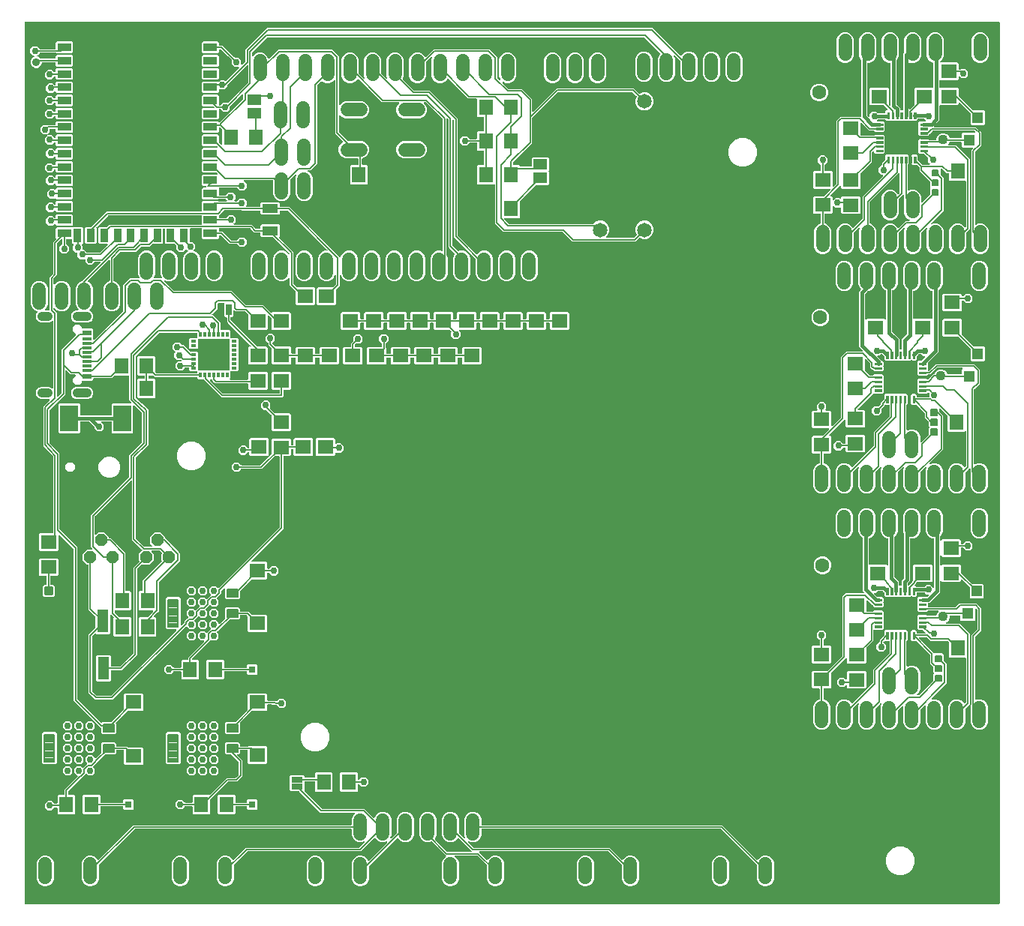
<source format=gbr>
G04 EAGLE Gerber RS-274X export*
G75*
%MOMM*%
%FSLAX34Y34*%
%LPD*%
%INTop Copper*%
%IPPOS*%
%AMOC8*
5,1,8,0,0,1.08239X$1,22.5*%
G01*
%ADD10R,1.800000X1.600000*%
%ADD11C,0.300000*%
%ADD12R,1.270000X0.635000*%
%ADD13R,1.000000X0.300000*%
%ADD14R,1.000000X0.600000*%
%ADD15C,1.000000*%
%ADD16C,1.524000*%
%ADD17R,1.803000X1.600000*%
%ADD18R,1.600000X1.803000*%
%ADD19C,0.889000*%
%ADD20R,1.500000X0.900000*%
%ADD21R,0.900000X1.500000*%
%ADD22R,1.100000X1.100000*%
%ADD23R,1.800000X1.000000*%
%ADD24R,2.000000X3.000000*%
%ADD25R,1.650000X1.650000*%
%ADD26C,1.650000*%
%ADD27C,3.000000*%
%ADD28C,0.052000*%
%ADD29C,0.340000*%
%ADD30C,0.160000*%
%ADD31C,1.108000*%
%ADD32R,0.600000X0.300000*%
%ADD33R,0.300000X0.600000*%
%ADD34R,3.300000X3.300000*%
%ADD35R,0.435000X0.435000*%
%ADD36C,0.139500*%
%ADD37C,0.196500*%
%ADD38R,0.635000X1.270000*%
%ADD39R,0.800000X0.800000*%
%ADD40R,1.600000X1.800000*%
%ADD41R,1.270000X2.540000*%
%ADD42P,1.732040X8X22.500000*%
%ADD43C,1.600200*%
%ADD44R,1.300000X1.300000*%
%ADD45R,1.200000X1.250000*%
%ADD46P,1.429621X8X22.500000*%
%ADD47R,1.600200X1.168400*%
%ADD48C,0.152400*%
%ADD49C,0.756400*%
%ADD50C,0.406400*%

G36*
X1101958Y2004D02*
X1101958Y2004D01*
X1101977Y2002D01*
X1102079Y2024D01*
X1102181Y2040D01*
X1102198Y2050D01*
X1102218Y2054D01*
X1102307Y2107D01*
X1102398Y2156D01*
X1102412Y2170D01*
X1102429Y2180D01*
X1102496Y2259D01*
X1102568Y2334D01*
X1102576Y2352D01*
X1102589Y2367D01*
X1102628Y2463D01*
X1102671Y2557D01*
X1102673Y2577D01*
X1102681Y2595D01*
X1102699Y2762D01*
X1102699Y997238D01*
X1102696Y997258D01*
X1102698Y997277D01*
X1102676Y997379D01*
X1102660Y997481D01*
X1102650Y997498D01*
X1102646Y997518D01*
X1102593Y997607D01*
X1102544Y997698D01*
X1102530Y997712D01*
X1102520Y997729D01*
X1102441Y997796D01*
X1102366Y997868D01*
X1102348Y997876D01*
X1102333Y997889D01*
X1102237Y997928D01*
X1102143Y997971D01*
X1102123Y997973D01*
X1102105Y997981D01*
X1101938Y997999D01*
X2762Y997999D01*
X2742Y997996D01*
X2723Y997998D01*
X2621Y997976D01*
X2519Y997960D01*
X2502Y997950D01*
X2482Y997946D01*
X2393Y997893D01*
X2302Y997844D01*
X2288Y997830D01*
X2271Y997820D01*
X2204Y997741D01*
X2132Y997666D01*
X2124Y997648D01*
X2111Y997633D01*
X2072Y997537D01*
X2029Y997443D01*
X2027Y997423D01*
X2019Y997405D01*
X2001Y997238D01*
X2001Y2762D01*
X2004Y2742D01*
X2002Y2723D01*
X2024Y2621D01*
X2040Y2519D01*
X2050Y2502D01*
X2054Y2482D01*
X2107Y2393D01*
X2156Y2302D01*
X2170Y2288D01*
X2180Y2271D01*
X2259Y2204D01*
X2334Y2132D01*
X2352Y2124D01*
X2367Y2111D01*
X2463Y2072D01*
X2557Y2029D01*
X2577Y2027D01*
X2595Y2019D01*
X2762Y2001D01*
X1101938Y2001D01*
X1101958Y2004D01*
G37*
%LPC*%
G36*
X89980Y194049D02*
X89980Y194049D01*
X88399Y195630D01*
X88399Y200511D01*
X88385Y200601D01*
X88377Y200692D01*
X88365Y200721D01*
X88360Y200753D01*
X88317Y200834D01*
X88281Y200918D01*
X88255Y200950D01*
X88244Y200971D01*
X88221Y200993D01*
X88176Y201049D01*
X57871Y231354D01*
X57871Y402706D01*
X57857Y402796D01*
X57849Y402887D01*
X57837Y402917D01*
X57832Y402949D01*
X57789Y403029D01*
X57753Y403113D01*
X57727Y403145D01*
X57716Y403166D01*
X57693Y403188D01*
X57648Y403244D01*
X41525Y419367D01*
X41467Y419409D01*
X41415Y419458D01*
X41368Y419480D01*
X41326Y419511D01*
X41257Y419532D01*
X41192Y419562D01*
X41140Y419568D01*
X41090Y419583D01*
X41019Y419581D01*
X40948Y419589D01*
X40897Y419578D01*
X40845Y419577D01*
X40777Y419552D01*
X40707Y419537D01*
X40662Y419510D01*
X40614Y419492D01*
X40558Y419447D01*
X40496Y419411D01*
X40462Y419371D01*
X40422Y419339D01*
X40383Y419278D01*
X40336Y419224D01*
X40317Y419175D01*
X40289Y419132D01*
X40271Y419062D01*
X40244Y418996D01*
X40236Y418924D01*
X40228Y418893D01*
X40230Y418870D01*
X40226Y418829D01*
X40226Y401881D01*
X39054Y400709D01*
X19366Y400709D01*
X18194Y401881D01*
X18194Y419539D01*
X19366Y420711D01*
X33761Y420711D01*
X33781Y420714D01*
X33800Y420712D01*
X33902Y420734D01*
X34004Y420750D01*
X34021Y420760D01*
X34041Y420764D01*
X34130Y420817D01*
X34221Y420866D01*
X34235Y420880D01*
X34252Y420890D01*
X34319Y420969D01*
X34391Y421044D01*
X34399Y421062D01*
X34412Y421077D01*
X34451Y421173D01*
X34494Y421267D01*
X34496Y421287D01*
X34504Y421305D01*
X34522Y421472D01*
X34522Y506947D01*
X34511Y507013D01*
X34511Y507080D01*
X34492Y507134D01*
X34483Y507190D01*
X34451Y507249D01*
X34429Y507312D01*
X34383Y507378D01*
X34367Y507407D01*
X34353Y507421D01*
X34333Y507450D01*
X23932Y519291D01*
X23918Y519303D01*
X23899Y519327D01*
X23319Y519907D01*
X23314Y519915D01*
X23311Y519931D01*
X23298Y519952D01*
X23296Y520035D01*
X23286Y520061D01*
X23284Y520089D01*
X23262Y520137D01*
X23301Y520866D01*
X23366Y522080D01*
X23364Y522095D01*
X23367Y522121D01*
X23367Y560284D01*
X23367Y560285D01*
X23367Y560305D01*
X23365Y560318D01*
X23365Y561467D01*
X23365Y561468D01*
X23363Y562598D01*
X23365Y562617D01*
X23365Y563644D01*
X30655Y570933D01*
X30712Y571012D01*
X30774Y571088D01*
X30783Y571112D01*
X30798Y571133D01*
X30827Y571226D01*
X30862Y571317D01*
X30863Y571343D01*
X30871Y571368D01*
X30868Y571465D01*
X30872Y571563D01*
X30865Y571588D01*
X30864Y571614D01*
X30831Y571706D01*
X30804Y571799D01*
X30789Y571821D01*
X30780Y571845D01*
X30719Y571921D01*
X30664Y572001D01*
X30643Y572017D01*
X30626Y572037D01*
X30544Y572090D01*
X30466Y572148D01*
X30441Y572156D01*
X30419Y572170D01*
X30325Y572194D01*
X30232Y572224D01*
X30206Y572224D01*
X30181Y572230D01*
X30084Y572223D01*
X29986Y572222D01*
X29955Y572213D01*
X29936Y572211D01*
X29905Y572198D01*
X29825Y572175D01*
X29642Y572099D01*
X20857Y572099D01*
X18284Y573165D01*
X16315Y575134D01*
X15249Y577707D01*
X15249Y580493D01*
X16315Y583066D01*
X18284Y585035D01*
X20857Y586101D01*
X29643Y586101D01*
X32216Y585035D01*
X33223Y584028D01*
X33281Y583986D01*
X33333Y583937D01*
X33380Y583915D01*
X33422Y583884D01*
X33491Y583863D01*
X33556Y583833D01*
X33608Y583827D01*
X33658Y583812D01*
X33729Y583814D01*
X33800Y583806D01*
X33851Y583817D01*
X33903Y583818D01*
X33971Y583843D01*
X34041Y583858D01*
X34086Y583885D01*
X34134Y583903D01*
X34190Y583948D01*
X34252Y583984D01*
X34286Y584024D01*
X34326Y584056D01*
X34365Y584117D01*
X34412Y584171D01*
X34431Y584220D01*
X34459Y584263D01*
X34477Y584333D01*
X34504Y584399D01*
X34512Y584471D01*
X34520Y584502D01*
X34518Y584525D01*
X34522Y584566D01*
X34522Y660034D01*
X34511Y660105D01*
X34509Y660176D01*
X34491Y660225D01*
X34483Y660277D01*
X34449Y660340D01*
X34424Y660407D01*
X34392Y660448D01*
X34367Y660494D01*
X34315Y660543D01*
X34271Y660599D01*
X34227Y660628D01*
X34189Y660663D01*
X34124Y660694D01*
X34064Y660732D01*
X34013Y660745D01*
X33966Y660767D01*
X33895Y660775D01*
X33825Y660792D01*
X33773Y660788D01*
X33722Y660794D01*
X33651Y660779D01*
X33580Y660773D01*
X33532Y660753D01*
X33481Y660742D01*
X33420Y660705D01*
X33354Y660677D01*
X33298Y660632D01*
X33270Y660616D01*
X33255Y660598D01*
X33223Y660572D01*
X32216Y659565D01*
X29643Y658499D01*
X20857Y658499D01*
X18284Y659565D01*
X16315Y661534D01*
X15249Y664107D01*
X15249Y666893D01*
X16315Y669466D01*
X16774Y669925D01*
X16801Y669962D01*
X16835Y669993D01*
X16873Y670062D01*
X16918Y670125D01*
X16931Y670168D01*
X16954Y670209D01*
X16967Y670285D01*
X16990Y670360D01*
X16989Y670406D01*
X16997Y670451D01*
X16986Y670528D01*
X16984Y670606D01*
X16968Y670649D01*
X16961Y670694D01*
X16926Y670763D01*
X16899Y670837D01*
X16871Y670872D01*
X16850Y670913D01*
X16794Y670968D01*
X16746Y671029D01*
X16707Y671053D01*
X16674Y671086D01*
X16554Y671152D01*
X16539Y671162D01*
X16534Y671163D01*
X16527Y671167D01*
X13250Y672524D01*
X10544Y675230D01*
X9079Y678766D01*
X9079Y697834D01*
X10544Y701370D01*
X13250Y704076D01*
X16786Y705541D01*
X20614Y705541D01*
X24150Y704076D01*
X26856Y701370D01*
X28321Y697834D01*
X28321Y678766D01*
X26856Y675230D01*
X25426Y673800D01*
X25384Y673742D01*
X25335Y673690D01*
X25313Y673643D01*
X25282Y673601D01*
X25261Y673532D01*
X25231Y673467D01*
X25225Y673415D01*
X25210Y673365D01*
X25212Y673294D01*
X25204Y673223D01*
X25215Y673172D01*
X25216Y673120D01*
X25241Y673052D01*
X25256Y672982D01*
X25283Y672937D01*
X25301Y672889D01*
X25346Y672833D01*
X25383Y672771D01*
X25422Y672737D01*
X25455Y672697D01*
X25515Y672658D01*
X25569Y672611D01*
X25618Y672592D01*
X25662Y672564D01*
X25731Y672546D01*
X25798Y672519D01*
X25869Y672511D01*
X25900Y672503D01*
X25923Y672505D01*
X25964Y672501D01*
X29650Y672501D01*
X29677Y672494D01*
X29719Y672475D01*
X29796Y672466D01*
X29872Y672449D01*
X29918Y672453D01*
X29963Y672448D01*
X30040Y672464D01*
X30117Y672472D01*
X30159Y672490D01*
X30204Y672500D01*
X30271Y672540D01*
X30342Y672572D01*
X30376Y672603D01*
X30415Y672626D01*
X30466Y672685D01*
X30523Y672738D01*
X30545Y672778D01*
X30575Y672813D01*
X30604Y672885D01*
X30641Y672954D01*
X30650Y672999D01*
X30667Y673041D01*
X30682Y673177D01*
X30685Y673196D01*
X30684Y673201D01*
X30685Y673208D01*
X30685Y709762D01*
X34299Y713376D01*
X34352Y713450D01*
X34412Y713520D01*
X34424Y713550D01*
X34443Y713576D01*
X34470Y713663D01*
X34504Y713748D01*
X34508Y713789D01*
X34515Y713811D01*
X34514Y713843D01*
X34522Y713915D01*
X34522Y749627D01*
X35936Y751041D01*
X37650Y752754D01*
X37661Y752771D01*
X37677Y752783D01*
X37733Y752870D01*
X37793Y752954D01*
X37799Y752973D01*
X37810Y752990D01*
X37835Y753090D01*
X37866Y753189D01*
X37865Y753209D01*
X37870Y753228D01*
X37862Y753331D01*
X37859Y753435D01*
X37852Y753454D01*
X37851Y753474D01*
X37810Y753569D01*
X37775Y753666D01*
X37762Y753682D01*
X37754Y753700D01*
X37650Y753831D01*
X37539Y753941D01*
X37539Y764599D01*
X38711Y765771D01*
X55392Y765771D01*
X55418Y765754D01*
X55501Y765694D01*
X55520Y765688D01*
X55537Y765678D01*
X55638Y765652D01*
X55736Y765622D01*
X55756Y765622D01*
X55776Y765617D01*
X55879Y765626D01*
X55982Y765628D01*
X56001Y765635D01*
X56021Y765637D01*
X56116Y765677D01*
X56213Y765713D01*
X56229Y765725D01*
X56247Y765733D01*
X56378Y765838D01*
X56711Y766171D01*
X67369Y766171D01*
X68541Y764999D01*
X68541Y748341D01*
X67369Y747169D01*
X67353Y747169D01*
X67283Y747158D01*
X67211Y747156D01*
X67162Y747138D01*
X67111Y747130D01*
X67047Y747096D01*
X66980Y747071D01*
X66939Y747039D01*
X66893Y747014D01*
X66844Y746962D01*
X66788Y746918D01*
X66760Y746874D01*
X66724Y746836D01*
X66694Y746771D01*
X66655Y746711D01*
X66642Y746660D01*
X66620Y746613D01*
X66612Y746542D01*
X66595Y746472D01*
X66599Y746420D01*
X66593Y746369D01*
X66608Y746298D01*
X66614Y746227D01*
X66634Y746179D01*
X66645Y746128D01*
X66682Y746067D01*
X66710Y746001D01*
X66755Y745945D01*
X66772Y745917D01*
X66789Y745902D01*
X66815Y745870D01*
X67537Y745148D01*
X67537Y741398D01*
X67540Y741378D01*
X67538Y741359D01*
X67560Y741257D01*
X67576Y741155D01*
X67586Y741138D01*
X67590Y741118D01*
X67643Y741029D01*
X67692Y740938D01*
X67706Y740924D01*
X67716Y740907D01*
X67795Y740840D01*
X67870Y740768D01*
X67888Y740760D01*
X67903Y740747D01*
X67999Y740708D01*
X68093Y740665D01*
X68113Y740663D01*
X68131Y740655D01*
X68298Y740637D01*
X69508Y740637D01*
X72559Y737586D01*
X72633Y737533D01*
X72703Y737473D01*
X72733Y737461D01*
X72759Y737442D01*
X72846Y737415D01*
X72931Y737381D01*
X72972Y737377D01*
X72994Y737370D01*
X73026Y737371D01*
X73097Y737363D01*
X87126Y737363D01*
X87216Y737377D01*
X87307Y737385D01*
X87336Y737397D01*
X87368Y737402D01*
X87449Y737445D01*
X87533Y737481D01*
X87565Y737507D01*
X87586Y737518D01*
X87591Y737523D01*
X87609Y737542D01*
X87664Y737586D01*
X95948Y745870D01*
X95990Y745928D01*
X96039Y745980D01*
X96061Y746027D01*
X96091Y746069D01*
X96113Y746138D01*
X96143Y746203D01*
X96148Y746255D01*
X96164Y746305D01*
X96162Y746376D01*
X96170Y746447D01*
X96159Y746498D01*
X96157Y746550D01*
X96133Y746618D01*
X96118Y746688D01*
X96091Y746733D01*
X96073Y746781D01*
X96028Y746837D01*
X95991Y746899D01*
X95952Y746933D01*
X95919Y746973D01*
X95859Y747012D01*
X95804Y747059D01*
X95756Y747078D01*
X95712Y747106D01*
X95643Y747124D01*
X95576Y747151D01*
X95505Y747159D01*
X95474Y747167D01*
X95451Y747165D01*
X95410Y747169D01*
X86711Y747169D01*
X85539Y748341D01*
X85539Y764999D01*
X86711Y766171D01*
X94701Y766171D01*
X94791Y766185D01*
X94882Y766193D01*
X94911Y766205D01*
X94943Y766210D01*
X95024Y766253D01*
X95108Y766289D01*
X95140Y766315D01*
X95161Y766326D01*
X95183Y766349D01*
X95239Y766394D01*
X96444Y767599D01*
X97858Y769013D01*
X201678Y769013D01*
X201698Y769016D01*
X201717Y769014D01*
X201819Y769036D01*
X201921Y769052D01*
X201938Y769062D01*
X201958Y769066D01*
X202047Y769119D01*
X202138Y769168D01*
X202152Y769182D01*
X202169Y769192D01*
X202236Y769271D01*
X202308Y769346D01*
X202316Y769364D01*
X202329Y769379D01*
X202368Y769475D01*
X202411Y769569D01*
X202413Y769589D01*
X202421Y769607D01*
X202439Y769774D01*
X202439Y778740D01*
X202436Y778760D01*
X202438Y778779D01*
X202416Y778881D01*
X202400Y778983D01*
X202390Y779000D01*
X202386Y779020D01*
X202333Y779109D01*
X202284Y779200D01*
X202270Y779214D01*
X202260Y779231D01*
X202181Y779298D01*
X202106Y779370D01*
X202088Y779378D01*
X202073Y779391D01*
X201977Y779430D01*
X201883Y779473D01*
X201863Y779475D01*
X201845Y779483D01*
X201678Y779501D01*
X96891Y779501D01*
X96801Y779487D01*
X96710Y779479D01*
X96681Y779467D01*
X96649Y779462D01*
X96568Y779419D01*
X96484Y779383D01*
X96452Y779357D01*
X96431Y779346D01*
X96409Y779323D01*
X96353Y779278D01*
X83345Y766271D01*
X83334Y766254D01*
X83318Y766242D01*
X83262Y766155D01*
X83202Y766071D01*
X83196Y766052D01*
X83185Y766035D01*
X83160Y765935D01*
X83129Y765836D01*
X83130Y765816D01*
X83125Y765797D01*
X83133Y765694D01*
X83136Y765590D01*
X83143Y765571D01*
X83144Y765551D01*
X83185Y765456D01*
X83220Y765359D01*
X83233Y765343D01*
X83241Y765325D01*
X83345Y765194D01*
X83541Y764999D01*
X83541Y748341D01*
X82369Y747169D01*
X71711Y747169D01*
X70539Y748341D01*
X70539Y764999D01*
X71711Y766171D01*
X77181Y766171D01*
X77271Y766185D01*
X77362Y766193D01*
X77391Y766205D01*
X77423Y766210D01*
X77504Y766253D01*
X77588Y766289D01*
X77620Y766315D01*
X77641Y766326D01*
X77663Y766349D01*
X77719Y766394D01*
X94892Y783567D01*
X201678Y783567D01*
X201698Y783570D01*
X201717Y783568D01*
X201819Y783590D01*
X201921Y783606D01*
X201938Y783616D01*
X201958Y783620D01*
X202047Y783673D01*
X202138Y783722D01*
X202152Y783736D01*
X202169Y783746D01*
X202236Y783825D01*
X202308Y783900D01*
X202316Y783918D01*
X202329Y783933D01*
X202368Y784029D01*
X202411Y784123D01*
X202413Y784143D01*
X202421Y784161D01*
X202439Y784328D01*
X202439Y794599D01*
X203611Y795771D01*
X220269Y795771D01*
X220426Y795614D01*
X220500Y795560D01*
X220569Y795501D01*
X220599Y795489D01*
X220626Y795470D01*
X220713Y795443D01*
X220798Y795409D01*
X220838Y795404D01*
X220861Y795398D01*
X220893Y795398D01*
X220964Y795391D01*
X230035Y795391D01*
X230106Y795402D01*
X230177Y795404D01*
X230226Y795422D01*
X230278Y795430D01*
X230341Y795464D01*
X230408Y795488D01*
X230449Y795521D01*
X230495Y795545D01*
X230544Y795597D01*
X230600Y795642D01*
X230628Y795686D01*
X230664Y795724D01*
X230695Y795789D01*
X230733Y795849D01*
X230746Y795900D01*
X230768Y795947D01*
X230776Y796018D01*
X230793Y796088D01*
X230789Y796139D01*
X230795Y796191D01*
X230780Y796261D01*
X230774Y796333D01*
X230754Y796381D01*
X230743Y796432D01*
X230706Y796493D01*
X230678Y796559D01*
X230633Y796615D01*
X230617Y796643D01*
X230599Y796658D01*
X230573Y796690D01*
X229419Y797844D01*
X229345Y797897D01*
X229275Y797957D01*
X229245Y797969D01*
X229219Y797988D01*
X229132Y798015D01*
X229047Y798049D01*
X229006Y798053D01*
X228984Y798060D01*
X228952Y798059D01*
X228881Y798067D01*
X220882Y798067D01*
X220792Y798053D01*
X220701Y798045D01*
X220671Y798033D01*
X220639Y798028D01*
X220559Y797985D01*
X220475Y797949D01*
X220443Y797923D01*
X220422Y797912D01*
X220400Y797889D01*
X220344Y797844D01*
X220269Y797769D01*
X203611Y797769D01*
X202439Y798941D01*
X202439Y809599D01*
X203611Y810771D01*
X206585Y810771D01*
X206656Y810782D01*
X206727Y810784D01*
X206776Y810802D01*
X206827Y810810D01*
X206891Y810844D01*
X206958Y810869D01*
X206999Y810901D01*
X207045Y810926D01*
X207094Y810978D01*
X207150Y811022D01*
X207178Y811066D01*
X207214Y811104D01*
X207244Y811169D01*
X207283Y811229D01*
X207296Y811280D01*
X207318Y811327D01*
X207326Y811398D01*
X207343Y811468D01*
X207339Y811520D01*
X207345Y811571D01*
X207330Y811642D01*
X207324Y811713D01*
X207304Y811761D01*
X207293Y811812D01*
X207256Y811873D01*
X207235Y811922D01*
X207235Y812008D01*
X207232Y812028D01*
X207234Y812047D01*
X207212Y812149D01*
X207196Y812251D01*
X207186Y812268D01*
X207182Y812288D01*
X207129Y812377D01*
X207080Y812468D01*
X207066Y812482D01*
X207056Y812499D01*
X206977Y812566D01*
X206902Y812638D01*
X206884Y812646D01*
X206869Y812659D01*
X206773Y812698D01*
X206679Y812741D01*
X206659Y812743D01*
X206641Y812751D01*
X206474Y812769D01*
X203611Y812769D01*
X202439Y813941D01*
X202439Y824599D01*
X203611Y825771D01*
X219537Y825771D01*
X219607Y825782D01*
X219679Y825784D01*
X219728Y825802D01*
X219779Y825810D01*
X219843Y825844D01*
X219910Y825869D01*
X219951Y825901D01*
X219997Y825926D01*
X220046Y825978D01*
X220102Y826022D01*
X220130Y826066D01*
X220166Y826104D01*
X220196Y826169D01*
X220235Y826229D01*
X220248Y826280D01*
X220270Y826327D01*
X220278Y826398D01*
X220295Y826468D01*
X220291Y826520D01*
X220297Y826571D01*
X220282Y826642D01*
X220276Y826713D01*
X220256Y826761D01*
X220245Y826812D01*
X220208Y826873D01*
X220180Y826939D01*
X220135Y826995D01*
X220119Y827023D01*
X220101Y827038D01*
X220075Y827070D01*
X219599Y827546D01*
X219525Y827600D01*
X219456Y827659D01*
X219425Y827671D01*
X219399Y827690D01*
X219312Y827717D01*
X219227Y827751D01*
X219186Y827755D01*
X219164Y827762D01*
X219132Y827761D01*
X219061Y827769D01*
X203611Y827769D01*
X202439Y828941D01*
X202439Y839599D01*
X203611Y840771D01*
X219537Y840771D01*
X219607Y840782D01*
X219679Y840784D01*
X219728Y840802D01*
X219779Y840810D01*
X219843Y840844D01*
X219910Y840869D01*
X219951Y840901D01*
X219997Y840926D01*
X220046Y840978D01*
X220102Y841022D01*
X220130Y841066D01*
X220166Y841104D01*
X220196Y841169D01*
X220235Y841229D01*
X220248Y841280D01*
X220270Y841327D01*
X220278Y841398D01*
X220295Y841468D01*
X220291Y841520D01*
X220297Y841571D01*
X220282Y841642D01*
X220276Y841713D01*
X220256Y841761D01*
X220245Y841812D01*
X220208Y841873D01*
X220180Y841939D01*
X220135Y841995D01*
X220119Y842023D01*
X220101Y842038D01*
X220075Y842070D01*
X219599Y842546D01*
X219525Y842600D01*
X219456Y842659D01*
X219425Y842671D01*
X219399Y842690D01*
X219312Y842717D01*
X219227Y842751D01*
X219186Y842755D01*
X219164Y842762D01*
X219132Y842761D01*
X219061Y842769D01*
X203611Y842769D01*
X202439Y843941D01*
X202439Y854599D01*
X203611Y855771D01*
X219537Y855771D01*
X219607Y855782D01*
X219679Y855784D01*
X219728Y855802D01*
X219779Y855810D01*
X219843Y855844D01*
X219910Y855869D01*
X219951Y855901D01*
X219997Y855926D01*
X220046Y855977D01*
X220102Y856022D01*
X220130Y856066D01*
X220166Y856104D01*
X220196Y856169D01*
X220235Y856229D01*
X220248Y856280D01*
X220270Y856327D01*
X220278Y856398D01*
X220295Y856468D01*
X220291Y856520D01*
X220297Y856571D01*
X220282Y856642D01*
X220276Y856713D01*
X220256Y856761D01*
X220245Y856812D01*
X220208Y856873D01*
X220180Y856939D01*
X220135Y856995D01*
X220119Y857023D01*
X220101Y857038D01*
X220075Y857070D01*
X219599Y857546D01*
X219525Y857599D01*
X219456Y857659D01*
X219425Y857671D01*
X219399Y857690D01*
X219312Y857717D01*
X219227Y857751D01*
X219186Y857755D01*
X219164Y857762D01*
X219132Y857761D01*
X219061Y857769D01*
X203611Y857769D01*
X202439Y858941D01*
X202439Y869599D01*
X203611Y870771D01*
X220269Y870771D01*
X221441Y869599D01*
X221441Y861769D01*
X221455Y861679D01*
X221463Y861588D01*
X221475Y861559D01*
X221480Y861527D01*
X221523Y861446D01*
X221559Y861362D01*
X221585Y861330D01*
X221596Y861309D01*
X221619Y861287D01*
X221664Y861231D01*
X223840Y859055D01*
X223898Y859013D01*
X223950Y858964D01*
X223997Y858942D01*
X224039Y858911D01*
X224108Y858890D01*
X224173Y858860D01*
X224225Y858854D01*
X224275Y858839D01*
X224346Y858841D01*
X224417Y858833D01*
X224468Y858844D01*
X224520Y858845D01*
X224588Y858870D01*
X224658Y858885D01*
X224702Y858912D01*
X224751Y858930D01*
X224807Y858975D01*
X224869Y859011D01*
X224903Y859051D01*
X224943Y859084D01*
X224982Y859144D01*
X225029Y859198D01*
X225048Y859247D01*
X225076Y859291D01*
X225094Y859360D01*
X225121Y859427D01*
X225129Y859498D01*
X225137Y859529D01*
X225135Y859552D01*
X225139Y859593D01*
X225139Y876571D01*
X225125Y876661D01*
X225117Y876752D01*
X225105Y876781D01*
X225100Y876813D01*
X225057Y876894D01*
X225021Y876978D01*
X224995Y877010D01*
X224984Y877031D01*
X224961Y877053D01*
X224916Y877109D01*
X222740Y879285D01*
X222682Y879327D01*
X222630Y879376D01*
X222583Y879398D01*
X222541Y879429D01*
X222472Y879450D01*
X222407Y879480D01*
X222355Y879486D01*
X222305Y879501D01*
X222234Y879499D01*
X222163Y879507D01*
X222112Y879496D01*
X222060Y879495D01*
X221992Y879470D01*
X221922Y879455D01*
X221877Y879428D01*
X221829Y879410D01*
X221773Y879365D01*
X221711Y879329D01*
X221677Y879289D01*
X221637Y879256D01*
X221598Y879196D01*
X221551Y879142D01*
X221532Y879093D01*
X221504Y879049D01*
X221486Y878980D01*
X221459Y878913D01*
X221451Y878842D01*
X221443Y878811D01*
X221445Y878788D01*
X221441Y878747D01*
X221441Y873941D01*
X220269Y872769D01*
X203611Y872769D01*
X202439Y873941D01*
X202439Y884599D01*
X203611Y885771D01*
X220269Y885771D01*
X221371Y884669D01*
X221387Y884657D01*
X221399Y884642D01*
X221486Y884586D01*
X221570Y884525D01*
X221589Y884520D01*
X221606Y884509D01*
X221707Y884483D01*
X221805Y884453D01*
X221825Y884454D01*
X221845Y884449D01*
X221948Y884457D01*
X222051Y884459D01*
X222070Y884466D01*
X222090Y884468D01*
X222185Y884508D01*
X222282Y884544D01*
X222298Y884556D01*
X222316Y884564D01*
X222447Y884669D01*
X248751Y910973D01*
X248804Y911047D01*
X248864Y911117D01*
X248876Y911147D01*
X248895Y911173D01*
X248922Y911260D01*
X248956Y911345D01*
X248960Y911386D01*
X248967Y911408D01*
X248966Y911440D01*
X248974Y911511D01*
X248974Y916192D01*
X248963Y916262D01*
X248961Y916334D01*
X248943Y916383D01*
X248935Y916434D01*
X248901Y916498D01*
X248876Y916565D01*
X248844Y916606D01*
X248819Y916652D01*
X248767Y916701D01*
X248723Y916757D01*
X248679Y916785D01*
X248641Y916821D01*
X248576Y916851D01*
X248516Y916890D01*
X248465Y916903D01*
X248418Y916925D01*
X248347Y916933D01*
X248277Y916950D01*
X248225Y916946D01*
X248174Y916952D01*
X248103Y916937D01*
X248032Y916931D01*
X247984Y916911D01*
X247933Y916900D01*
X247872Y916863D01*
X247806Y916835D01*
X247750Y916790D01*
X247722Y916774D01*
X247707Y916756D01*
X247675Y916730D01*
X234130Y903185D01*
X234077Y903111D01*
X234017Y903042D01*
X234005Y903011D01*
X233986Y902985D01*
X233959Y902898D01*
X233925Y902813D01*
X233921Y902772D01*
X233914Y902750D01*
X233915Y902718D01*
X233907Y902647D01*
X233907Y899502D01*
X230798Y896393D01*
X226402Y896393D01*
X223351Y899444D01*
X223277Y899497D01*
X223207Y899557D01*
X223177Y899569D01*
X223151Y899588D01*
X223064Y899615D01*
X222979Y899649D01*
X222938Y899653D01*
X222916Y899660D01*
X222884Y899659D01*
X222813Y899667D01*
X222202Y899667D01*
X222182Y899664D01*
X222163Y899666D01*
X222061Y899644D01*
X221959Y899628D01*
X221942Y899618D01*
X221922Y899614D01*
X221833Y899561D01*
X221742Y899512D01*
X221728Y899498D01*
X221711Y899488D01*
X221644Y899409D01*
X221572Y899334D01*
X221564Y899316D01*
X221551Y899301D01*
X221512Y899205D01*
X221469Y899111D01*
X221467Y899091D01*
X221459Y899073D01*
X221441Y898906D01*
X221441Y888941D01*
X220269Y887769D01*
X203611Y887769D01*
X202439Y888941D01*
X202439Y899599D01*
X203611Y900771D01*
X215727Y900771D01*
X215797Y900782D01*
X215869Y900784D01*
X215918Y900802D01*
X215969Y900810D01*
X216033Y900844D01*
X216100Y900869D01*
X216141Y900901D01*
X216187Y900926D01*
X216236Y900978D01*
X216292Y901022D01*
X216320Y901066D01*
X216356Y901104D01*
X216386Y901169D01*
X216425Y901229D01*
X216438Y901280D01*
X216460Y901327D01*
X216468Y901398D01*
X216485Y901468D01*
X216481Y901520D01*
X216487Y901571D01*
X216472Y901642D01*
X216466Y901713D01*
X216446Y901761D01*
X216435Y901812D01*
X216398Y901873D01*
X216370Y901939D01*
X216325Y901995D01*
X216309Y902023D01*
X216291Y902038D01*
X216265Y902070D01*
X215789Y902546D01*
X215715Y902600D01*
X215646Y902659D01*
X215615Y902671D01*
X215589Y902690D01*
X215502Y902717D01*
X215417Y902751D01*
X215376Y902755D01*
X215354Y902762D01*
X215322Y902761D01*
X215251Y902769D01*
X203611Y902769D01*
X202439Y903941D01*
X202439Y914599D01*
X203611Y915771D01*
X220269Y915771D01*
X221441Y914599D01*
X221441Y904494D01*
X221444Y904474D01*
X221442Y904455D01*
X221464Y904353D01*
X221480Y904251D01*
X221490Y904234D01*
X221494Y904214D01*
X221547Y904125D01*
X221596Y904034D01*
X221610Y904020D01*
X221620Y904003D01*
X221699Y903936D01*
X221774Y903864D01*
X221792Y903856D01*
X221807Y903843D01*
X221903Y903804D01*
X221997Y903761D01*
X222017Y903759D01*
X222035Y903751D01*
X222202Y903733D01*
X222813Y903733D01*
X222903Y903747D01*
X222994Y903755D01*
X223023Y903767D01*
X223055Y903772D01*
X223136Y903815D01*
X223220Y903851D01*
X223252Y903877D01*
X223273Y903888D01*
X223295Y903911D01*
X223351Y903956D01*
X226402Y907007D01*
X230798Y907007D01*
X230962Y906843D01*
X230978Y906831D01*
X230990Y906816D01*
X231078Y906760D01*
X231161Y906700D01*
X231180Y906694D01*
X231197Y906683D01*
X231298Y906658D01*
X231397Y906627D01*
X231417Y906628D01*
X231436Y906623D01*
X231539Y906631D01*
X231642Y906634D01*
X231661Y906640D01*
X231681Y906642D01*
X231776Y906682D01*
X231873Y906718D01*
X231889Y906730D01*
X231907Y906738D01*
X232038Y906843D01*
X254538Y929343D01*
X254591Y929417D01*
X254651Y929486D01*
X254663Y929517D01*
X254682Y929543D01*
X254709Y929630D01*
X254743Y929715D01*
X254747Y929756D01*
X254754Y929778D01*
X254753Y929810D01*
X254761Y929881D01*
X254761Y948997D01*
X254758Y949016D01*
X254760Y949035D01*
X254749Y949086D01*
X254748Y949140D01*
X254730Y949189D01*
X254722Y949240D01*
X254712Y949259D01*
X254708Y949276D01*
X254683Y949318D01*
X254663Y949371D01*
X254631Y949411D01*
X254606Y949457D01*
X254590Y949473D01*
X254582Y949487D01*
X254546Y949517D01*
X254510Y949563D01*
X254466Y949591D01*
X254428Y949627D01*
X254406Y949637D01*
X254395Y949647D01*
X254353Y949663D01*
X254303Y949696D01*
X254252Y949708D01*
X254205Y949730D01*
X254180Y949733D01*
X254167Y949739D01*
X254106Y949745D01*
X254064Y949756D01*
X254033Y949753D01*
X254000Y949757D01*
X253998Y949757D01*
X253985Y949755D01*
X253961Y949758D01*
X253890Y949742D01*
X253819Y949737D01*
X253784Y949722D01*
X253756Y949717D01*
X253742Y949710D01*
X253720Y949705D01*
X253659Y949668D01*
X253593Y949640D01*
X253558Y949613D01*
X253538Y949602D01*
X253526Y949589D01*
X253509Y949579D01*
X253494Y949561D01*
X253462Y949536D01*
X230856Y926930D01*
X230803Y926856D01*
X230743Y926786D01*
X230731Y926756D01*
X230712Y926730D01*
X230685Y926643D01*
X230651Y926558D01*
X230647Y926517D01*
X230640Y926495D01*
X230641Y926463D01*
X230633Y926391D01*
X230633Y924902D01*
X227524Y921793D01*
X223128Y921793D01*
X222740Y922181D01*
X222682Y922223D01*
X222630Y922272D01*
X222583Y922294D01*
X222541Y922324D01*
X222472Y922346D01*
X222407Y922376D01*
X222355Y922381D01*
X222305Y922397D01*
X222234Y922395D01*
X222163Y922403D01*
X222112Y922392D01*
X222060Y922390D01*
X221992Y922366D01*
X221922Y922351D01*
X221877Y922324D01*
X221829Y922306D01*
X221773Y922261D01*
X221711Y922224D01*
X221677Y922185D01*
X221637Y922152D01*
X221598Y922092D01*
X221551Y922037D01*
X221532Y921989D01*
X221504Y921945D01*
X221486Y921876D01*
X221459Y921809D01*
X221451Y921738D01*
X221443Y921707D01*
X221445Y921684D01*
X221441Y921643D01*
X221441Y918941D01*
X220269Y917769D01*
X203611Y917769D01*
X202439Y918941D01*
X202439Y929599D01*
X203611Y930771D01*
X220269Y930771D01*
X220342Y930697D01*
X220358Y930686D01*
X220371Y930670D01*
X220458Y930614D01*
X220542Y930554D01*
X220561Y930548D01*
X220578Y930537D01*
X220678Y930512D01*
X220777Y930482D01*
X220797Y930482D01*
X220816Y930477D01*
X220919Y930485D01*
X221023Y930488D01*
X221041Y930495D01*
X221061Y930496D01*
X221156Y930537D01*
X221254Y930572D01*
X221269Y930585D01*
X221288Y930593D01*
X221419Y930697D01*
X223128Y932407D01*
X227524Y932407D01*
X228515Y931415D01*
X228532Y931404D01*
X228544Y931388D01*
X228631Y931332D01*
X228715Y931272D01*
X228734Y931266D01*
X228751Y931255D01*
X228851Y931230D01*
X228950Y931199D01*
X228970Y931200D01*
X228990Y931195D01*
X229093Y931203D01*
X229196Y931206D01*
X229215Y931213D01*
X229235Y931214D01*
X229330Y931255D01*
X229427Y931290D01*
X229443Y931303D01*
X229461Y931311D01*
X229592Y931415D01*
X244070Y945894D01*
X244112Y945952D01*
X244162Y946004D01*
X244184Y946051D01*
X244214Y946093D01*
X244235Y946162D01*
X244265Y946227D01*
X244271Y946279D01*
X244286Y946329D01*
X244284Y946400D01*
X244292Y946471D01*
X244281Y946522D01*
X244280Y946574D01*
X244255Y946642D01*
X244240Y946712D01*
X244213Y946757D01*
X244196Y946805D01*
X244151Y946861D01*
X244114Y946923D01*
X244074Y946957D01*
X244042Y946997D01*
X243982Y947036D01*
X243927Y947083D01*
X243879Y947102D01*
X243835Y947130D01*
X243765Y947148D01*
X243699Y947175D01*
X243628Y947183D01*
X243596Y947191D01*
X243573Y947189D01*
X243532Y947193D01*
X239102Y947193D01*
X235993Y950302D01*
X235993Y954960D01*
X235979Y955050D01*
X235971Y955141D01*
X235959Y955170D01*
X235954Y955202D01*
X235911Y955283D01*
X235875Y955367D01*
X235849Y955399D01*
X235838Y955420D01*
X235815Y955442D01*
X235770Y955498D01*
X232468Y958800D01*
X232394Y958853D01*
X232324Y958913D01*
X232294Y958925D01*
X232268Y958944D01*
X232181Y958971D01*
X232096Y959005D01*
X232055Y959009D01*
X232033Y959016D01*
X232019Y959016D01*
X224021Y967014D01*
X223947Y967067D01*
X223878Y967127D01*
X223847Y967139D01*
X223821Y967158D01*
X223734Y967185D01*
X223649Y967219D01*
X223608Y967223D01*
X223586Y967230D01*
X223554Y967229D01*
X223483Y967237D01*
X222202Y967237D01*
X222182Y967234D01*
X222163Y967236D01*
X222061Y967214D01*
X221959Y967198D01*
X221942Y967188D01*
X221922Y967184D01*
X221833Y967131D01*
X221742Y967082D01*
X221728Y967068D01*
X221711Y967058D01*
X221644Y966979D01*
X221572Y966904D01*
X221564Y966886D01*
X221551Y966871D01*
X221512Y966775D01*
X221469Y966681D01*
X221467Y966661D01*
X221459Y966643D01*
X221441Y966476D01*
X221441Y963941D01*
X220269Y962769D01*
X203611Y962769D01*
X202439Y963941D01*
X202439Y974599D01*
X203611Y975771D01*
X220269Y975771D01*
X221441Y974599D01*
X221441Y972064D01*
X221444Y972044D01*
X221442Y972025D01*
X221464Y971923D01*
X221480Y971821D01*
X221490Y971804D01*
X221494Y971784D01*
X221547Y971695D01*
X221596Y971604D01*
X221610Y971590D01*
X221620Y971573D01*
X221699Y971506D01*
X221774Y971434D01*
X221792Y971426D01*
X221807Y971413D01*
X221903Y971374D01*
X221997Y971331D01*
X222017Y971329D01*
X222035Y971321D01*
X222202Y971303D01*
X225482Y971303D01*
X233473Y963312D01*
X233547Y963259D01*
X233616Y963199D01*
X233647Y963187D01*
X233673Y963168D01*
X233760Y963141D01*
X233845Y963107D01*
X233886Y963103D01*
X233908Y963096D01*
X233921Y963096D01*
X235342Y961675D01*
X235343Y961675D01*
X238988Y958030D01*
X239062Y957977D01*
X239131Y957917D01*
X239161Y957905D01*
X239188Y957886D01*
X239275Y957859D01*
X239359Y957825D01*
X239400Y957821D01*
X239423Y957814D01*
X239455Y957815D01*
X239526Y957807D01*
X243498Y957807D01*
X246607Y954698D01*
X246607Y950268D01*
X246618Y950197D01*
X246620Y950125D01*
X246638Y950076D01*
X246646Y950025D01*
X246680Y949962D01*
X246705Y949894D01*
X246737Y949854D01*
X246762Y949808D01*
X246813Y949758D01*
X246858Y949702D01*
X246902Y949674D01*
X246940Y949638D01*
X247005Y949608D01*
X247065Y949569D01*
X247116Y949557D01*
X247163Y949535D01*
X247234Y949527D01*
X247304Y949509D01*
X247356Y949513D01*
X247407Y949508D01*
X247478Y949523D01*
X247549Y949528D01*
X247597Y949549D01*
X247648Y949560D01*
X247709Y949597D01*
X247775Y949625D01*
X247831Y949669D01*
X247859Y949686D01*
X247874Y949704D01*
X247906Y949730D01*
X251296Y953119D01*
X251349Y953193D01*
X251408Y953262D01*
X251420Y953293D01*
X251439Y953319D01*
X251466Y953406D01*
X251500Y953491D01*
X251505Y953532D01*
X251512Y953554D01*
X251511Y953586D01*
X251519Y953657D01*
X251519Y966491D01*
X276139Y991111D01*
X711024Y991111D01*
X742281Y959854D01*
X742318Y959827D01*
X742350Y959793D01*
X742400Y959765D01*
X742402Y959764D01*
X742405Y959762D01*
X742418Y959755D01*
X742481Y959710D01*
X742525Y959697D01*
X742565Y959674D01*
X742642Y959661D01*
X742716Y959638D01*
X742762Y959639D01*
X742807Y959631D01*
X742884Y959642D01*
X742962Y959644D01*
X743005Y959660D01*
X743050Y959666D01*
X743120Y959702D01*
X743193Y959728D01*
X743229Y959757D01*
X743270Y959778D01*
X743324Y959834D01*
X743385Y959882D01*
X743410Y959921D01*
X743442Y959954D01*
X743508Y960073D01*
X743518Y960089D01*
X743519Y960094D01*
X743523Y960101D01*
X743684Y960490D01*
X746390Y963196D01*
X749926Y964661D01*
X753754Y964661D01*
X757290Y963196D01*
X759996Y960490D01*
X761461Y956954D01*
X761461Y937886D01*
X759996Y934350D01*
X757290Y931644D01*
X753754Y930179D01*
X749926Y930179D01*
X746390Y931644D01*
X743684Y934350D01*
X742219Y937886D01*
X742219Y953851D01*
X742205Y953941D01*
X742197Y954032D01*
X742185Y954061D01*
X742180Y954093D01*
X742137Y954174D01*
X742101Y954258D01*
X742075Y954290D01*
X742064Y954311D01*
X742041Y954333D01*
X741996Y954389D01*
X736383Y960002D01*
X736304Y960059D01*
X736229Y960121D01*
X736205Y960130D01*
X736184Y960146D01*
X736090Y960174D01*
X736000Y960209D01*
X735974Y960210D01*
X735948Y960218D01*
X735851Y960215D01*
X735754Y960219D01*
X735729Y960212D01*
X735703Y960212D01*
X735611Y960178D01*
X735518Y960151D01*
X735496Y960136D01*
X735472Y960127D01*
X735395Y960066D01*
X735316Y960011D01*
X735300Y959990D01*
X735280Y959973D01*
X735227Y959891D01*
X735169Y959813D01*
X735161Y959788D01*
X735147Y959766D01*
X735123Y959672D01*
X735093Y959579D01*
X735093Y959553D01*
X735086Y959528D01*
X735094Y959431D01*
X735095Y959333D01*
X735104Y959302D01*
X735106Y959283D01*
X735118Y959252D01*
X735142Y959172D01*
X736061Y956954D01*
X736061Y937886D01*
X734596Y934350D01*
X731890Y931644D01*
X728354Y930179D01*
X724526Y930179D01*
X720990Y931644D01*
X718284Y934350D01*
X716819Y937886D01*
X716819Y956954D01*
X718284Y960490D01*
X719586Y961792D01*
X719598Y961808D01*
X719613Y961820D01*
X719669Y961908D01*
X719730Y961992D01*
X719735Y962011D01*
X719746Y962027D01*
X719772Y962128D01*
X719802Y962227D01*
X719801Y962247D01*
X719806Y962266D01*
X719798Y962369D01*
X719796Y962473D01*
X719789Y962491D01*
X719787Y962511D01*
X719747Y962606D01*
X719711Y962704D01*
X719699Y962719D01*
X719691Y962737D01*
X719586Y962868D01*
X701984Y980470D01*
X701910Y980523D01*
X701841Y980583D01*
X701811Y980595D01*
X701784Y980614D01*
X701698Y980641D01*
X701613Y980675D01*
X701572Y980679D01*
X701549Y980686D01*
X701517Y980685D01*
X701446Y980693D01*
X276454Y980693D01*
X276364Y980679D01*
X276273Y980671D01*
X276243Y980659D01*
X276211Y980654D01*
X276131Y980611D01*
X276047Y980575D01*
X276015Y980549D01*
X275994Y980538D01*
X275972Y980515D01*
X275916Y980470D01*
X259050Y963604D01*
X258997Y963530D01*
X258937Y963461D01*
X258925Y963431D01*
X258906Y963404D01*
X258879Y963318D01*
X258845Y963233D01*
X258841Y963192D01*
X258834Y963169D01*
X258835Y963137D01*
X258827Y963066D01*
X258827Y960070D01*
X258838Y960000D01*
X258840Y959928D01*
X258858Y959879D01*
X258866Y959828D01*
X258900Y959764D01*
X258925Y959697D01*
X258957Y959656D01*
X258982Y959610D01*
X259034Y959561D01*
X259078Y959505D01*
X259122Y959477D01*
X259160Y959441D01*
X259225Y959411D01*
X259285Y959372D01*
X259336Y959359D01*
X259383Y959337D01*
X259454Y959329D01*
X259524Y959312D01*
X259576Y959316D01*
X259627Y959310D01*
X259698Y959325D01*
X259769Y959331D01*
X259817Y959351D01*
X259868Y959362D01*
X259929Y959399D01*
X259995Y959427D01*
X260051Y959472D01*
X260079Y959489D01*
X260094Y959506D01*
X260126Y959532D01*
X262520Y961926D01*
X266056Y963391D01*
X269884Y963391D01*
X273420Y961926D01*
X276126Y959220D01*
X277157Y956730D01*
X277182Y956691D01*
X277197Y956648D01*
X277246Y956587D01*
X277287Y956521D01*
X277322Y956492D01*
X277351Y956456D01*
X277416Y956414D01*
X277476Y956364D01*
X277519Y956348D01*
X277558Y956323D01*
X277633Y956304D01*
X277706Y956276D01*
X277752Y956274D01*
X277796Y956263D01*
X277874Y956269D01*
X277952Y956265D01*
X277996Y956278D01*
X278042Y956282D01*
X278113Y956312D01*
X278188Y956334D01*
X278226Y956360D01*
X278268Y956378D01*
X278375Y956463D01*
X278390Y956474D01*
X278393Y956478D01*
X278399Y956483D01*
X287061Y965145D01*
X288475Y966559D01*
X349515Y966559D01*
X356859Y959215D01*
X356859Y904940D01*
X356870Y904870D01*
X356872Y904798D01*
X356890Y904749D01*
X356898Y904698D01*
X356932Y904634D01*
X356957Y904567D01*
X356989Y904526D01*
X357014Y904480D01*
X357066Y904431D01*
X357110Y904375D01*
X357154Y904347D01*
X357192Y904311D01*
X357257Y904281D01*
X357317Y904242D01*
X357368Y904229D01*
X357415Y904207D01*
X357486Y904199D01*
X357556Y904182D01*
X357608Y904186D01*
X357659Y904180D01*
X357730Y904195D01*
X357801Y904201D01*
X357849Y904221D01*
X357900Y904232D01*
X357961Y904269D01*
X358027Y904297D01*
X358083Y904342D01*
X358111Y904359D01*
X358126Y904376D01*
X358158Y904402D01*
X360818Y907062D01*
X364354Y908527D01*
X383422Y908527D01*
X386958Y907062D01*
X389664Y904356D01*
X391129Y900820D01*
X391129Y896992D01*
X389664Y893456D01*
X386958Y890750D01*
X383422Y889285D01*
X364354Y889285D01*
X360818Y890750D01*
X358158Y893410D01*
X358100Y893452D01*
X358048Y893501D01*
X358001Y893523D01*
X357959Y893554D01*
X357890Y893575D01*
X357825Y893605D01*
X357773Y893611D01*
X357723Y893626D01*
X357652Y893624D01*
X357581Y893632D01*
X357530Y893621D01*
X357478Y893620D01*
X357410Y893595D01*
X357340Y893580D01*
X357295Y893553D01*
X357247Y893535D01*
X357191Y893490D01*
X357129Y893453D01*
X357095Y893414D01*
X357055Y893381D01*
X357016Y893321D01*
X356969Y893267D01*
X356950Y893218D01*
X356922Y893174D01*
X356904Y893105D01*
X356877Y893038D01*
X356869Y892967D01*
X356861Y892936D01*
X356863Y892913D01*
X356859Y892872D01*
X356859Y873913D01*
X356873Y873823D01*
X356881Y873732D01*
X356893Y873703D01*
X356898Y873671D01*
X356941Y873590D01*
X356977Y873506D01*
X357003Y873474D01*
X357014Y873453D01*
X357037Y873431D01*
X357082Y873375D01*
X366919Y863538D01*
X366993Y863485D01*
X367062Y863425D01*
X367093Y863413D01*
X367119Y863394D01*
X367206Y863367D01*
X367291Y863333D01*
X367332Y863329D01*
X367354Y863322D01*
X367386Y863323D01*
X367457Y863315D01*
X383422Y863315D01*
X386958Y861850D01*
X389664Y859144D01*
X391129Y855608D01*
X391129Y851780D01*
X389664Y848244D01*
X386958Y845538D01*
X383377Y844055D01*
X383278Y843993D01*
X383178Y843933D01*
X383173Y843929D01*
X383168Y843925D01*
X383094Y843836D01*
X383018Y843746D01*
X383015Y843741D01*
X383011Y843736D01*
X382970Y843627D01*
X382926Y843518D01*
X382925Y843511D01*
X382923Y843506D01*
X382922Y843488D01*
X382907Y843352D01*
X382907Y837277D01*
X382910Y837257D01*
X382908Y837238D01*
X382930Y837136D01*
X382947Y837034D01*
X382956Y837017D01*
X382960Y836997D01*
X383014Y836908D01*
X383062Y836817D01*
X383076Y836803D01*
X383087Y836786D01*
X383165Y836719D01*
X383240Y836647D01*
X383258Y836639D01*
X383274Y836626D01*
X383370Y836587D01*
X383463Y836544D01*
X383483Y836542D01*
X383502Y836534D01*
X383668Y836516D01*
X388309Y836516D01*
X389481Y835344D01*
X389481Y815656D01*
X388309Y814484D01*
X370651Y814484D01*
X369479Y815656D01*
X369479Y835344D01*
X370651Y836516D01*
X378080Y836516D01*
X378100Y836519D01*
X378120Y836517D01*
X378221Y836539D01*
X378323Y836555D01*
X378341Y836565D01*
X378360Y836569D01*
X378449Y836622D01*
X378541Y836671D01*
X378554Y836685D01*
X378571Y836695D01*
X378639Y836774D01*
X378710Y836849D01*
X378718Y836867D01*
X378731Y836882D01*
X378770Y836978D01*
X378814Y837072D01*
X378816Y837092D01*
X378823Y837110D01*
X378842Y837277D01*
X378842Y843312D01*
X378839Y843332D01*
X378841Y843351D01*
X378819Y843453D01*
X378802Y843555D01*
X378793Y843572D01*
X378788Y843592D01*
X378735Y843681D01*
X378687Y843772D01*
X378672Y843786D01*
X378662Y843803D01*
X378584Y843870D01*
X378509Y843942D01*
X378491Y843950D01*
X378475Y843963D01*
X378379Y844002D01*
X378285Y844045D01*
X378266Y844047D01*
X378247Y844055D01*
X378080Y844073D01*
X364354Y844073D01*
X360818Y845538D01*
X358112Y848244D01*
X356647Y851780D01*
X356647Y855608D01*
X358112Y859144D01*
X360818Y861850D01*
X361207Y862011D01*
X361246Y862035D01*
X361290Y862051D01*
X361350Y862100D01*
X361416Y862141D01*
X361446Y862176D01*
X361482Y862205D01*
X361524Y862270D01*
X361573Y862330D01*
X361590Y862373D01*
X361615Y862412D01*
X361634Y862487D01*
X361662Y862560D01*
X361663Y862606D01*
X361675Y862650D01*
X361669Y862728D01*
X361672Y862806D01*
X361659Y862850D01*
X361656Y862896D01*
X361625Y862967D01*
X361603Y863042D01*
X361577Y863080D01*
X361559Y863122D01*
X361474Y863229D01*
X361463Y863244D01*
X361459Y863247D01*
X361454Y863253D01*
X352793Y871914D01*
X352793Y931710D01*
X352782Y931780D01*
X352780Y931852D01*
X352762Y931901D01*
X352754Y931952D01*
X352720Y932016D01*
X352695Y932083D01*
X352663Y932124D01*
X352638Y932170D01*
X352586Y932219D01*
X352542Y932275D01*
X352498Y932303D01*
X352460Y932339D01*
X352395Y932369D01*
X352335Y932408D01*
X352284Y932421D01*
X352237Y932443D01*
X352166Y932451D01*
X352096Y932468D01*
X352044Y932464D01*
X351993Y932470D01*
X351922Y932455D01*
X351851Y932449D01*
X351803Y932429D01*
X351752Y932418D01*
X351691Y932381D01*
X351625Y932353D01*
X351569Y932308D01*
X351541Y932291D01*
X351526Y932274D01*
X351494Y932248D01*
X349620Y930374D01*
X346084Y928909D01*
X342256Y928909D01*
X338720Y930374D01*
X338073Y931021D01*
X338057Y931033D01*
X338044Y931049D01*
X337957Y931105D01*
X337873Y931165D01*
X337854Y931171D01*
X337837Y931182D01*
X337737Y931207D01*
X337638Y931237D01*
X337618Y931237D01*
X337599Y931242D01*
X337496Y931234D01*
X337392Y931231D01*
X337373Y931224D01*
X337353Y931223D01*
X337259Y931182D01*
X337161Y931147D01*
X337145Y931134D01*
X337127Y931126D01*
X336996Y931021D01*
X332456Y926481D01*
X332403Y926407D01*
X332343Y926338D01*
X332331Y926307D01*
X332312Y926281D01*
X332285Y926194D01*
X332251Y926109D01*
X332247Y926068D01*
X332240Y926046D01*
X332241Y926014D01*
X332233Y925943D01*
X332233Y837358D01*
X325218Y830343D01*
X322510Y830343D01*
X322414Y830328D01*
X322317Y830318D01*
X322293Y830308D01*
X322268Y830304D01*
X322182Y830258D01*
X322093Y830218D01*
X322073Y830201D01*
X322050Y830188D01*
X321983Y830118D01*
X321911Y830052D01*
X321899Y830029D01*
X321881Y830010D01*
X321840Y829922D01*
X321793Y829836D01*
X321788Y829811D01*
X321777Y829787D01*
X321766Y829690D01*
X321749Y829594D01*
X321753Y829568D01*
X321750Y829543D01*
X321771Y829447D01*
X321785Y829351D01*
X321797Y829328D01*
X321802Y829302D01*
X321852Y829219D01*
X321896Y829132D01*
X321915Y829113D01*
X321929Y829091D01*
X322002Y829028D01*
X322072Y828960D01*
X322101Y828944D01*
X322115Y828931D01*
X322146Y828919D01*
X322219Y828879D01*
X322950Y828576D01*
X325656Y825870D01*
X327121Y822334D01*
X327121Y803266D01*
X325656Y799730D01*
X322950Y797024D01*
X319414Y795559D01*
X315586Y795559D01*
X312050Y797024D01*
X309344Y799730D01*
X307879Y803266D01*
X307879Y822334D01*
X308996Y825029D01*
X309018Y825124D01*
X309047Y825217D01*
X309046Y825243D01*
X309052Y825269D01*
X309043Y825365D01*
X309040Y825463D01*
X309031Y825487D01*
X309029Y825513D01*
X308989Y825602D01*
X308956Y825694D01*
X308939Y825714D01*
X308929Y825738D01*
X308863Y825810D01*
X308802Y825886D01*
X308780Y825900D01*
X308762Y825919D01*
X308677Y825966D01*
X308595Y826019D01*
X308570Y826025D01*
X308547Y826038D01*
X308451Y826055D01*
X308357Y826079D01*
X308331Y826077D01*
X308305Y826082D01*
X308208Y826067D01*
X308111Y826060D01*
X308087Y826050D01*
X308062Y826046D01*
X307974Y826002D01*
X307885Y825963D01*
X307860Y825943D01*
X307842Y825934D01*
X307819Y825911D01*
X307754Y825859D01*
X301944Y820048D01*
X301891Y819974D01*
X301831Y819905D01*
X301819Y819875D01*
X301800Y819848D01*
X301773Y819762D01*
X301739Y819677D01*
X301735Y819636D01*
X301728Y819613D01*
X301729Y819581D01*
X301721Y819510D01*
X301721Y803266D01*
X300256Y799730D01*
X297550Y797024D01*
X294014Y795559D01*
X290186Y795559D01*
X286650Y797024D01*
X283944Y799730D01*
X282479Y803266D01*
X282479Y818776D01*
X282476Y818796D01*
X282478Y818815D01*
X282456Y818917D01*
X282440Y819019D01*
X282430Y819036D01*
X282426Y819056D01*
X282373Y819145D01*
X282324Y819236D01*
X282310Y819250D01*
X282300Y819267D01*
X282221Y819334D01*
X282146Y819406D01*
X282128Y819414D01*
X282113Y819427D01*
X282017Y819466D01*
X281923Y819509D01*
X281903Y819511D01*
X281885Y819519D01*
X281718Y819537D01*
X249973Y819537D01*
X249903Y819526D01*
X249831Y819524D01*
X249782Y819506D01*
X249731Y819498D01*
X249667Y819464D01*
X249600Y819439D01*
X249559Y819407D01*
X249513Y819382D01*
X249464Y819330D01*
X249408Y819286D01*
X249380Y819242D01*
X249344Y819204D01*
X249314Y819139D01*
X249275Y819079D01*
X249262Y819028D01*
X249240Y818981D01*
X249232Y818910D01*
X249215Y818840D01*
X249219Y818788D01*
X249213Y818737D01*
X249228Y818666D01*
X249234Y818595D01*
X249254Y818547D01*
X249265Y818496D01*
X249302Y818435D01*
X249330Y818369D01*
X249375Y818313D01*
X249392Y818285D01*
X249409Y818270D01*
X249435Y818238D01*
X252675Y814998D01*
X252675Y810602D01*
X249566Y807493D01*
X245170Y807493D01*
X242119Y810544D01*
X242045Y810597D01*
X241975Y810657D01*
X241945Y810669D01*
X241919Y810688D01*
X241832Y810715D01*
X241747Y810749D01*
X241706Y810753D01*
X241684Y810760D01*
X241652Y810759D01*
X241581Y810767D01*
X222110Y810767D01*
X222039Y810756D01*
X221967Y810754D01*
X221919Y810736D01*
X221867Y810728D01*
X221804Y810694D01*
X221736Y810669D01*
X221696Y810637D01*
X221650Y810612D01*
X221601Y810560D01*
X221544Y810516D01*
X221516Y810472D01*
X221480Y810434D01*
X221450Y810369D01*
X221411Y810309D01*
X221399Y810258D01*
X221377Y810211D01*
X221369Y810140D01*
X221351Y810070D01*
X221356Y810018D01*
X221350Y809967D01*
X221365Y809896D01*
X221371Y809825D01*
X221391Y809777D01*
X221402Y809726D01*
X221439Y809665D01*
X221441Y809660D01*
X221441Y802894D01*
X221444Y802874D01*
X221442Y802855D01*
X221464Y802753D01*
X221480Y802651D01*
X221490Y802634D01*
X221494Y802614D01*
X221547Y802525D01*
X221596Y802434D01*
X221610Y802420D01*
X221620Y802403D01*
X221699Y802336D01*
X221774Y802264D01*
X221792Y802256D01*
X221807Y802243D01*
X221903Y802204D01*
X221997Y802161D01*
X222017Y802159D01*
X222035Y802151D01*
X222202Y802133D01*
X228881Y802133D01*
X228971Y802147D01*
X229062Y802155D01*
X229091Y802167D01*
X229123Y802172D01*
X229204Y802215D01*
X229288Y802251D01*
X229320Y802277D01*
X229341Y802288D01*
X229363Y802311D01*
X229419Y802356D01*
X232470Y805407D01*
X236866Y805407D01*
X239975Y802298D01*
X239975Y797902D01*
X238763Y796690D01*
X238721Y796632D01*
X238672Y796580D01*
X238650Y796533D01*
X238619Y796490D01*
X238598Y796422D01*
X238568Y796357D01*
X238562Y796305D01*
X238547Y796255D01*
X238549Y796183D01*
X238541Y796112D01*
X238552Y796061D01*
X238553Y796009D01*
X238578Y795942D01*
X238593Y795872D01*
X238620Y795827D01*
X238638Y795778D01*
X238683Y795722D01*
X238719Y795661D01*
X238759Y795627D01*
X238792Y795586D01*
X238852Y795548D01*
X238906Y795501D01*
X238955Y795481D01*
X238998Y795453D01*
X239068Y795436D01*
X239134Y795409D01*
X239206Y795401D01*
X239237Y795393D01*
X239260Y795395D01*
X239301Y795391D01*
X241581Y795391D01*
X241671Y795405D01*
X241762Y795412D01*
X241791Y795425D01*
X241823Y795430D01*
X241904Y795473D01*
X241988Y795509D01*
X242020Y795534D01*
X242041Y795545D01*
X242063Y795569D01*
X242119Y795613D01*
X245170Y798665D01*
X249566Y798665D01*
X252675Y795556D01*
X252675Y791160D01*
X252122Y790607D01*
X252081Y790550D01*
X252032Y790499D01*
X252010Y790450D01*
X251979Y790407D01*
X251958Y790340D01*
X251928Y790276D01*
X251922Y790223D01*
X251906Y790172D01*
X251908Y790102D01*
X251900Y790032D01*
X251911Y789980D01*
X251913Y789926D01*
X251937Y789860D01*
X251952Y789791D01*
X251979Y789745D01*
X251997Y789695D01*
X252041Y789640D01*
X252077Y789580D01*
X252118Y789545D01*
X252151Y789503D01*
X252210Y789465D01*
X252264Y789419D01*
X252313Y789399D01*
X252358Y789370D01*
X252426Y789353D01*
X252492Y789327D01*
X252565Y789318D01*
X252596Y789310D01*
X252619Y789312D01*
X252658Y789308D01*
X267636Y789266D01*
X267657Y789269D01*
X267677Y789267D01*
X267778Y789288D01*
X267879Y789305D01*
X267897Y789315D01*
X267918Y789319D01*
X268006Y789371D01*
X268096Y789419D01*
X268111Y789434D01*
X268129Y789445D01*
X268195Y789523D01*
X268266Y789597D01*
X268275Y789616D01*
X268289Y789632D01*
X268327Y789727D01*
X268371Y789820D01*
X268373Y789841D01*
X268381Y789860D01*
X268399Y790027D01*
X268399Y793029D01*
X269571Y794201D01*
X289229Y794201D01*
X290401Y793029D01*
X290401Y789994D01*
X290404Y789974D01*
X290402Y789955D01*
X290424Y789853D01*
X290440Y789751D01*
X290450Y789734D01*
X290454Y789714D01*
X290507Y789625D01*
X290556Y789534D01*
X290570Y789520D01*
X290580Y789503D01*
X290659Y789436D01*
X290734Y789364D01*
X290752Y789356D01*
X290767Y789343D01*
X290863Y789304D01*
X290957Y789261D01*
X290977Y789259D01*
X290995Y789251D01*
X291162Y789233D01*
X301374Y789233D01*
X356473Y734134D01*
X358034Y732573D01*
X358071Y732546D01*
X358102Y732513D01*
X358170Y732475D01*
X358234Y732430D01*
X358277Y732416D01*
X358318Y732394D01*
X358394Y732380D01*
X358469Y732357D01*
X358515Y732358D01*
X358560Y732350D01*
X358637Y732362D01*
X358715Y732364D01*
X358758Y732379D01*
X358803Y732386D01*
X358872Y732421D01*
X358946Y732448D01*
X358981Y732477D01*
X359022Y732498D01*
X359077Y732553D01*
X359138Y732602D01*
X359162Y732640D01*
X359195Y732673D01*
X359261Y732793D01*
X359271Y732809D01*
X359272Y732814D01*
X359275Y732820D01*
X360344Y735400D01*
X363050Y738106D01*
X366586Y739571D01*
X370414Y739571D01*
X373950Y738106D01*
X376656Y735400D01*
X378121Y731864D01*
X378121Y712796D01*
X376656Y709260D01*
X373950Y706554D01*
X370414Y705089D01*
X366586Y705089D01*
X363050Y706554D01*
X360344Y709260D01*
X359351Y711657D01*
X359300Y711740D01*
X359254Y711826D01*
X359235Y711844D01*
X359222Y711866D01*
X359147Y711928D01*
X359076Y711995D01*
X359052Y712006D01*
X359032Y712023D01*
X358941Y712058D01*
X358853Y712099D01*
X358827Y712101D01*
X358803Y712111D01*
X358705Y712115D01*
X358609Y712126D01*
X358583Y712120D01*
X358557Y712121D01*
X358463Y712094D01*
X358368Y712073D01*
X358346Y712060D01*
X358321Y712053D01*
X358241Y711997D01*
X358157Y711947D01*
X358140Y711927D01*
X358119Y711912D01*
X358060Y711834D01*
X357997Y711760D01*
X357987Y711736D01*
X357972Y711715D01*
X357942Y711623D01*
X357905Y711532D01*
X357902Y711500D01*
X357896Y711481D01*
X357896Y711448D01*
X357887Y711365D01*
X357887Y700159D01*
X354417Y696689D01*
X354364Y696615D01*
X354304Y696546D01*
X354292Y696515D01*
X354273Y696489D01*
X354246Y696402D01*
X354212Y696317D01*
X354208Y696276D01*
X354201Y696254D01*
X354202Y696222D01*
X354194Y696151D01*
X354194Y679511D01*
X353022Y678339D01*
X333364Y678339D01*
X332192Y679511D01*
X332192Y697169D01*
X333364Y698341D01*
X350004Y698341D01*
X350094Y698355D01*
X350185Y698363D01*
X350215Y698375D01*
X350246Y698380D01*
X350327Y698423D01*
X350411Y698459D01*
X350443Y698485D01*
X350464Y698496D01*
X350486Y698519D01*
X350542Y698564D01*
X353598Y701620D01*
X353651Y701694D01*
X353711Y701763D01*
X353723Y701794D01*
X353742Y701820D01*
X353769Y701907D01*
X353803Y701992D01*
X353807Y702032D01*
X353814Y702055D01*
X353813Y702087D01*
X353821Y702158D01*
X353821Y711626D01*
X353806Y711722D01*
X353796Y711819D01*
X353786Y711843D01*
X353782Y711869D01*
X353736Y711955D01*
X353696Y712044D01*
X353679Y712063D01*
X353666Y712086D01*
X353596Y712153D01*
X353530Y712225D01*
X353507Y712238D01*
X353488Y712256D01*
X353400Y712297D01*
X353314Y712344D01*
X353289Y712348D01*
X353265Y712359D01*
X353168Y712370D01*
X353072Y712387D01*
X353046Y712384D01*
X353021Y712386D01*
X352925Y712366D01*
X352829Y712352D01*
X352806Y712340D01*
X352780Y712334D01*
X352697Y712284D01*
X352610Y712240D01*
X352591Y712221D01*
X352569Y712208D01*
X352506Y712134D01*
X352438Y712065D01*
X352422Y712036D01*
X352409Y712021D01*
X352397Y711990D01*
X352357Y711918D01*
X351256Y709260D01*
X348550Y706554D01*
X345014Y705089D01*
X341186Y705089D01*
X337650Y706554D01*
X334944Y709260D01*
X333479Y712796D01*
X333479Y731864D01*
X334944Y735400D01*
X337650Y738106D01*
X341186Y739571D01*
X343449Y739571D01*
X343520Y739582D01*
X343592Y739584D01*
X343641Y739602D01*
X343692Y739610D01*
X343755Y739644D01*
X343823Y739669D01*
X343863Y739701D01*
X343909Y739726D01*
X343959Y739778D01*
X344015Y739822D01*
X344043Y739866D01*
X344079Y739904D01*
X344109Y739969D01*
X344148Y740029D01*
X344160Y740080D01*
X344182Y740127D01*
X344190Y740198D01*
X344208Y740268D01*
X344204Y740320D01*
X344209Y740371D01*
X344194Y740442D01*
X344189Y740513D01*
X344168Y740561D01*
X344157Y740612D01*
X344120Y740673D01*
X344092Y740739D01*
X344047Y740795D01*
X344031Y740823D01*
X344013Y740838D01*
X343987Y740870D01*
X299913Y784944D01*
X299839Y784997D01*
X299770Y785057D01*
X299740Y785069D01*
X299714Y785088D01*
X299627Y785115D01*
X299542Y785149D01*
X299501Y785153D01*
X299479Y785160D01*
X299446Y785159D01*
X299375Y785167D01*
X291162Y785167D01*
X291142Y785164D01*
X291123Y785166D01*
X291021Y785144D01*
X290919Y785128D01*
X290902Y785118D01*
X290882Y785114D01*
X290793Y785061D01*
X290702Y785012D01*
X290688Y784998D01*
X290671Y784988D01*
X290604Y784909D01*
X290532Y784834D01*
X290524Y784816D01*
X290511Y784801D01*
X290472Y784705D01*
X290429Y784611D01*
X290427Y784591D01*
X290419Y784573D01*
X290401Y784406D01*
X290401Y781371D01*
X289229Y780199D01*
X269571Y780199D01*
X268399Y781371D01*
X268399Y784439D01*
X268396Y784458D01*
X268398Y784476D01*
X268376Y784579D01*
X268360Y784682D01*
X268351Y784698D01*
X268347Y784717D01*
X268293Y784807D01*
X268244Y784899D01*
X268231Y784912D01*
X268221Y784928D01*
X268142Y784996D01*
X268066Y785068D01*
X268049Y785076D01*
X268035Y785089D01*
X267938Y785128D01*
X267843Y785172D01*
X267824Y785174D01*
X267807Y785181D01*
X267640Y785200D01*
X227508Y785313D01*
X227416Y785298D01*
X227325Y785291D01*
X227296Y785279D01*
X227265Y785274D01*
X227183Y785231D01*
X227098Y785194D01*
X227067Y785170D01*
X227047Y785159D01*
X227025Y785136D01*
X226967Y785090D01*
X221664Y779786D01*
X221611Y779712D01*
X221551Y779643D01*
X221539Y779613D01*
X221520Y779586D01*
X221493Y779499D01*
X221480Y779465D01*
X221469Y779442D01*
X221468Y779437D01*
X221459Y779415D01*
X221455Y779374D01*
X221448Y779351D01*
X221449Y779319D01*
X221441Y779248D01*
X221441Y777064D01*
X221444Y777044D01*
X221442Y777025D01*
X221464Y776923D01*
X221480Y776821D01*
X221490Y776804D01*
X221494Y776784D01*
X221547Y776695D01*
X221596Y776604D01*
X221610Y776590D01*
X221620Y776573D01*
X221699Y776506D01*
X221774Y776434D01*
X221792Y776426D01*
X221807Y776413D01*
X221903Y776374D01*
X221997Y776331D01*
X222017Y776329D01*
X222035Y776321D01*
X222202Y776303D01*
X229164Y776303D01*
X229184Y776306D01*
X229203Y776304D01*
X229305Y776326D01*
X229407Y776342D01*
X229424Y776352D01*
X229444Y776356D01*
X229533Y776409D01*
X229624Y776458D01*
X229638Y776472D01*
X229655Y776482D01*
X229722Y776561D01*
X229794Y776636D01*
X229802Y776654D01*
X229815Y776669D01*
X229854Y776765D01*
X229897Y776859D01*
X229899Y776871D01*
X233034Y780007D01*
X237430Y780007D01*
X240539Y776898D01*
X240539Y772502D01*
X238349Y770312D01*
X238307Y770254D01*
X238258Y770202D01*
X238236Y770155D01*
X238206Y770113D01*
X238184Y770044D01*
X238154Y769979D01*
X238149Y769927D01*
X238133Y769877D01*
X238135Y769806D01*
X238127Y769735D01*
X238138Y769684D01*
X238140Y769632D01*
X238164Y769564D01*
X238179Y769494D01*
X238206Y769449D01*
X238224Y769401D01*
X238269Y769345D01*
X238306Y769283D01*
X238345Y769249D01*
X238378Y769209D01*
X238438Y769170D01*
X238492Y769123D01*
X238541Y769104D01*
X238585Y769076D01*
X238654Y769058D01*
X238721Y769031D01*
X238792Y769023D01*
X238823Y769015D01*
X238846Y769017D01*
X238887Y769013D01*
X258791Y769013D01*
X263348Y764456D01*
X263422Y764403D01*
X263492Y764343D01*
X263522Y764331D01*
X263548Y764312D01*
X263635Y764285D01*
X263720Y764251D01*
X263761Y764247D01*
X263783Y764240D01*
X263815Y764241D01*
X263887Y764233D01*
X267638Y764233D01*
X267658Y764236D01*
X267677Y764234D01*
X267779Y764256D01*
X267881Y764272D01*
X267898Y764282D01*
X267918Y764286D01*
X268007Y764339D01*
X268098Y764388D01*
X268112Y764402D01*
X268129Y764412D01*
X268196Y764491D01*
X268268Y764566D01*
X268276Y764584D01*
X268289Y764599D01*
X268328Y764695D01*
X268371Y764789D01*
X268373Y764809D01*
X268381Y764827D01*
X268399Y764994D01*
X268399Y768029D01*
X269571Y769201D01*
X289229Y769201D01*
X290401Y768029D01*
X290401Y756371D01*
X289455Y755426D01*
X289443Y755409D01*
X289428Y755397D01*
X289372Y755310D01*
X289311Y755226D01*
X289306Y755207D01*
X289295Y755190D01*
X289270Y755090D01*
X289239Y754991D01*
X289240Y754971D01*
X289235Y754951D01*
X289243Y754849D01*
X289245Y754745D01*
X289252Y754726D01*
X289254Y754706D01*
X289291Y754620D01*
X289296Y754597D01*
X289305Y754581D01*
X289330Y754514D01*
X289342Y754498D01*
X289350Y754480D01*
X289411Y754404D01*
X289422Y754386D01*
X289433Y754376D01*
X289455Y754349D01*
X304363Y739441D01*
X305777Y738027D01*
X305777Y701983D01*
X305791Y701893D01*
X305799Y701802D01*
X305811Y701772D01*
X305816Y701740D01*
X305859Y701659D01*
X305895Y701575D01*
X305921Y701543D01*
X305932Y701523D01*
X305955Y701500D01*
X306000Y701444D01*
X308820Y698624D01*
X308894Y698571D01*
X308964Y698511D01*
X308994Y698499D01*
X309020Y698480D01*
X309107Y698453D01*
X309192Y698419D01*
X309233Y698415D01*
X309255Y698408D01*
X309287Y698409D01*
X309359Y698401D01*
X328794Y698401D01*
X329966Y697229D01*
X329966Y679571D01*
X328794Y678399D01*
X309137Y678399D01*
X307965Y679571D01*
X307965Y693415D01*
X307950Y693505D01*
X307943Y693596D01*
X307930Y693625D01*
X307925Y693657D01*
X307882Y693738D01*
X307847Y693822D01*
X307821Y693854D01*
X307810Y693875D01*
X307786Y693897D01*
X307742Y693953D01*
X301711Y699983D01*
X301711Y708678D01*
X301700Y708748D01*
X301698Y708820D01*
X301680Y708869D01*
X301672Y708920D01*
X301638Y708984D01*
X301613Y709051D01*
X301581Y709092D01*
X301556Y709138D01*
X301504Y709187D01*
X301460Y709243D01*
X301416Y709271D01*
X301378Y709307D01*
X301313Y709337D01*
X301253Y709376D01*
X301202Y709389D01*
X301155Y709411D01*
X301084Y709419D01*
X301014Y709436D01*
X300962Y709432D01*
X300911Y709438D01*
X300840Y709423D01*
X300769Y709417D01*
X300721Y709397D01*
X300670Y709386D01*
X300609Y709349D01*
X300543Y709321D01*
X300487Y709276D01*
X300459Y709259D01*
X300444Y709242D01*
X300412Y709216D01*
X297750Y706554D01*
X294214Y705089D01*
X290386Y705089D01*
X286850Y706554D01*
X284144Y709260D01*
X282679Y712796D01*
X282679Y731864D01*
X284144Y735400D01*
X286850Y738106D01*
X290386Y739571D01*
X294214Y739571D01*
X297750Y738106D01*
X300412Y735444D01*
X300470Y735402D01*
X300522Y735353D01*
X300569Y735331D01*
X300611Y735300D01*
X300680Y735279D01*
X300745Y735249D01*
X300797Y735243D01*
X300847Y735228D01*
X300918Y735230D01*
X300989Y735222D01*
X301040Y735233D01*
X301092Y735234D01*
X301160Y735259D01*
X301230Y735274D01*
X301275Y735301D01*
X301323Y735319D01*
X301379Y735364D01*
X301441Y735401D01*
X301475Y735440D01*
X301515Y735473D01*
X301554Y735533D01*
X301601Y735587D01*
X301620Y735636D01*
X301648Y735680D01*
X301666Y735749D01*
X301693Y735816D01*
X301701Y735887D01*
X301709Y735918D01*
X301707Y735941D01*
X301711Y735982D01*
X301711Y736028D01*
X301697Y736118D01*
X301689Y736209D01*
X301677Y736239D01*
X301672Y736271D01*
X301629Y736351D01*
X301593Y736435D01*
X301567Y736467D01*
X301556Y736488D01*
X301533Y736510D01*
X301488Y736566D01*
X283078Y754976D01*
X283004Y755029D01*
X282935Y755089D01*
X282905Y755101D01*
X282878Y755120D01*
X282792Y755147D01*
X282707Y755181D01*
X282666Y755185D01*
X282643Y755192D01*
X282611Y755191D01*
X282540Y755199D01*
X269571Y755199D01*
X268399Y756371D01*
X268399Y759406D01*
X268396Y759426D01*
X268398Y759445D01*
X268376Y759547D01*
X268360Y759649D01*
X268350Y759666D01*
X268346Y759686D01*
X268293Y759775D01*
X268244Y759866D01*
X268230Y759880D01*
X268220Y759897D01*
X268141Y759964D01*
X268066Y760036D01*
X268048Y760044D01*
X268033Y760057D01*
X267937Y760096D01*
X267843Y760139D01*
X267823Y760141D01*
X267805Y760149D01*
X267638Y760167D01*
X261887Y760167D01*
X257330Y764724D01*
X257256Y764777D01*
X257187Y764837D01*
X257157Y764849D01*
X257130Y764868D01*
X257044Y764895D01*
X256959Y764929D01*
X256918Y764933D01*
X256895Y764940D01*
X256863Y764939D01*
X256792Y764947D01*
X222202Y764947D01*
X222182Y764944D01*
X222163Y764946D01*
X222061Y764924D01*
X221959Y764908D01*
X221942Y764898D01*
X221922Y764894D01*
X221833Y764841D01*
X221742Y764792D01*
X221728Y764778D01*
X221711Y764768D01*
X221644Y764689D01*
X221572Y764614D01*
X221564Y764596D01*
X221551Y764581D01*
X221512Y764485D01*
X221469Y764391D01*
X221467Y764371D01*
X221459Y764353D01*
X221441Y764186D01*
X221441Y762064D01*
X221444Y762044D01*
X221442Y762025D01*
X221464Y761923D01*
X221480Y761821D01*
X221490Y761804D01*
X221494Y761784D01*
X221547Y761695D01*
X221596Y761604D01*
X221610Y761590D01*
X221620Y761573D01*
X221699Y761506D01*
X221774Y761434D01*
X221792Y761426D01*
X221807Y761413D01*
X221903Y761374D01*
X221997Y761331D01*
X222017Y761329D01*
X222035Y761321D01*
X222202Y761303D01*
X225482Y761303D01*
X235229Y751556D01*
X235303Y751503D01*
X235372Y751443D01*
X235403Y751431D01*
X235429Y751412D01*
X235516Y751385D01*
X235601Y751351D01*
X235642Y751347D01*
X235664Y751340D01*
X235696Y751341D01*
X235767Y751333D01*
X241581Y751333D01*
X241671Y751347D01*
X241762Y751355D01*
X241791Y751367D01*
X241823Y751372D01*
X241904Y751415D01*
X241988Y751451D01*
X242020Y751477D01*
X242041Y751488D01*
X242063Y751511D01*
X242119Y751556D01*
X245170Y754607D01*
X249566Y754607D01*
X252675Y751498D01*
X252675Y747102D01*
X249566Y743993D01*
X245170Y743993D01*
X242119Y747044D01*
X242045Y747097D01*
X241975Y747157D01*
X241945Y747169D01*
X241919Y747188D01*
X241832Y747215D01*
X241747Y747249D01*
X241706Y747253D01*
X241684Y747260D01*
X241652Y747259D01*
X241581Y747267D01*
X233768Y747267D01*
X224021Y757014D01*
X223947Y757067D01*
X223878Y757127D01*
X223847Y757139D01*
X223821Y757158D01*
X223734Y757185D01*
X223649Y757219D01*
X223608Y757223D01*
X223586Y757230D01*
X223554Y757229D01*
X223483Y757237D01*
X222202Y757237D01*
X222182Y757234D01*
X222163Y757236D01*
X222061Y757214D01*
X221959Y757198D01*
X221942Y757188D01*
X221922Y757184D01*
X221833Y757131D01*
X221742Y757082D01*
X221728Y757068D01*
X221711Y757058D01*
X221644Y756979D01*
X221572Y756904D01*
X221564Y756886D01*
X221551Y756871D01*
X221512Y756775D01*
X221469Y756681D01*
X221467Y756661D01*
X221459Y756643D01*
X221441Y756476D01*
X221441Y753941D01*
X220269Y752769D01*
X203611Y752769D01*
X202439Y753941D01*
X202439Y764186D01*
X202436Y764206D01*
X202438Y764225D01*
X202416Y764327D01*
X202400Y764429D01*
X202390Y764446D01*
X202386Y764466D01*
X202333Y764555D01*
X202284Y764646D01*
X202270Y764660D01*
X202260Y764677D01*
X202181Y764744D01*
X202106Y764816D01*
X202088Y764824D01*
X202073Y764837D01*
X201977Y764876D01*
X201883Y764919D01*
X201863Y764921D01*
X201845Y764929D01*
X201678Y764947D01*
X189302Y764947D01*
X189282Y764944D01*
X189263Y764946D01*
X189161Y764924D01*
X189059Y764908D01*
X189042Y764898D01*
X189022Y764894D01*
X188933Y764841D01*
X188842Y764792D01*
X188828Y764778D01*
X188811Y764768D01*
X188744Y764689D01*
X188672Y764614D01*
X188664Y764596D01*
X188651Y764581D01*
X188612Y764485D01*
X188569Y764391D01*
X188567Y764371D01*
X188559Y764353D01*
X188541Y764186D01*
X188541Y750248D01*
X188544Y750228D01*
X188542Y750209D01*
X188564Y750107D01*
X188580Y750005D01*
X188590Y749988D01*
X188594Y749968D01*
X188647Y749879D01*
X188696Y749788D01*
X188710Y749774D01*
X188720Y749757D01*
X188799Y749690D01*
X188874Y749618D01*
X188892Y749610D01*
X188907Y749597D01*
X189003Y749558D01*
X189097Y749515D01*
X189117Y749513D01*
X189135Y749505D01*
X189302Y749487D01*
X191698Y749487D01*
X194807Y746378D01*
X194807Y741982D01*
X193265Y740440D01*
X193238Y740403D01*
X193204Y740372D01*
X193167Y740304D01*
X193122Y740240D01*
X193108Y740197D01*
X193086Y740156D01*
X193072Y740080D01*
X193049Y740005D01*
X193050Y739960D01*
X193042Y739914D01*
X193053Y739837D01*
X193056Y739760D01*
X193071Y739716D01*
X193078Y739671D01*
X193113Y739602D01*
X193140Y739528D01*
X193169Y739493D01*
X193189Y739452D01*
X193245Y739397D01*
X193294Y739336D01*
X193332Y739312D01*
X193365Y739279D01*
X193485Y739214D01*
X193501Y739203D01*
X193505Y739202D01*
X193512Y739199D01*
X196150Y738106D01*
X198856Y735400D01*
X200321Y731864D01*
X200321Y712796D01*
X198856Y709260D01*
X196150Y706554D01*
X192614Y705089D01*
X188786Y705089D01*
X185250Y706554D01*
X182544Y709260D01*
X181079Y712796D01*
X181079Y731864D01*
X182544Y735400D01*
X185250Y738106D01*
X186191Y738496D01*
X186230Y738520D01*
X186273Y738536D01*
X186334Y738584D01*
X186400Y738625D01*
X186429Y738661D01*
X186465Y738689D01*
X186507Y738755D01*
X186557Y738815D01*
X186573Y738858D01*
X186598Y738896D01*
X186617Y738972D01*
X186645Y739044D01*
X186647Y739090D01*
X186658Y739135D01*
X186652Y739212D01*
X186655Y739290D01*
X186643Y739334D01*
X186639Y739380D01*
X186609Y739452D01*
X186587Y739526D01*
X186561Y739564D01*
X186543Y739606D01*
X186457Y739713D01*
X186447Y739728D01*
X186443Y739731D01*
X186438Y739737D01*
X185129Y741046D01*
X185113Y741057D01*
X185101Y741073D01*
X185014Y741129D01*
X184930Y741189D01*
X184910Y741195D01*
X184894Y741206D01*
X184793Y741231D01*
X184694Y741262D01*
X184675Y741261D01*
X184655Y741266D01*
X184552Y741258D01*
X184449Y741255D01*
X184430Y741249D01*
X184410Y741247D01*
X184315Y741206D01*
X184218Y741171D01*
X184202Y741158D01*
X184184Y741151D01*
X184053Y741046D01*
X181044Y738037D01*
X176648Y738037D01*
X173539Y741146D01*
X173539Y745461D01*
X173525Y745551D01*
X173517Y745642D01*
X173505Y745672D01*
X173500Y745703D01*
X173457Y745784D01*
X173421Y745868D01*
X173395Y745900D01*
X173384Y745921D01*
X173361Y745943D01*
X173316Y745999D01*
X172369Y746946D01*
X172295Y746999D01*
X172226Y747059D01*
X172195Y747071D01*
X172169Y747090D01*
X172082Y747117D01*
X171997Y747151D01*
X171956Y747155D01*
X171934Y747162D01*
X171902Y747161D01*
X171831Y747169D01*
X161711Y747169D01*
X160539Y748341D01*
X160539Y764186D01*
X160536Y764206D01*
X160538Y764225D01*
X160516Y764327D01*
X160500Y764429D01*
X160490Y764446D01*
X160486Y764466D01*
X160433Y764555D01*
X160384Y764646D01*
X160370Y764660D01*
X160360Y764677D01*
X160281Y764744D01*
X160206Y764816D01*
X160188Y764824D01*
X160173Y764837D01*
X160077Y764876D01*
X159983Y764919D01*
X159963Y764921D01*
X159945Y764929D01*
X159778Y764947D01*
X159302Y764947D01*
X159282Y764944D01*
X159263Y764946D01*
X159161Y764924D01*
X159059Y764908D01*
X159042Y764898D01*
X159022Y764894D01*
X158933Y764841D01*
X158842Y764792D01*
X158828Y764778D01*
X158811Y764768D01*
X158744Y764689D01*
X158672Y764614D01*
X158664Y764596D01*
X158651Y764581D01*
X158612Y764485D01*
X158569Y764391D01*
X158567Y764371D01*
X158559Y764353D01*
X158541Y764186D01*
X158541Y748341D01*
X157369Y747169D01*
X146635Y747169D01*
X146545Y747155D01*
X146454Y747147D01*
X146425Y747135D01*
X146393Y747130D01*
X146312Y747087D01*
X146228Y747051D01*
X146196Y747025D01*
X146175Y747014D01*
X146153Y746991D01*
X146097Y746946D01*
X144894Y745743D01*
X143480Y744329D01*
X134147Y744329D01*
X134057Y744314D01*
X133966Y744307D01*
X133937Y744295D01*
X133905Y744289D01*
X133824Y744247D01*
X133740Y744211D01*
X133708Y744185D01*
X133687Y744174D01*
X133665Y744151D01*
X133609Y744106D01*
X127842Y738339D01*
X110577Y738339D01*
X110487Y738325D01*
X110396Y738317D01*
X110366Y738305D01*
X110334Y738300D01*
X110254Y738257D01*
X110170Y738221D01*
X110138Y738195D01*
X110117Y738184D01*
X110095Y738161D01*
X110039Y738116D01*
X102856Y730933D01*
X102803Y730859D01*
X102743Y730790D01*
X102731Y730760D01*
X102712Y730734D01*
X102685Y730647D01*
X102651Y730562D01*
X102647Y730521D01*
X102640Y730499D01*
X102641Y730466D01*
X102633Y730395D01*
X102633Y706000D01*
X102652Y705885D01*
X102669Y705769D01*
X102671Y705764D01*
X102672Y705757D01*
X102727Y705655D01*
X102780Y705550D01*
X102785Y705545D01*
X102788Y705540D01*
X102872Y705460D01*
X102956Y705378D01*
X102962Y705374D01*
X102966Y705371D01*
X102983Y705363D01*
X103103Y705297D01*
X106050Y704076D01*
X108756Y701370D01*
X110221Y697834D01*
X110221Y678766D01*
X108756Y675230D01*
X106050Y672524D01*
X102514Y671059D01*
X98686Y671059D01*
X95150Y672524D01*
X92444Y675230D01*
X90979Y678766D01*
X90979Y697834D01*
X92444Y701370D01*
X95150Y704076D01*
X98097Y705297D01*
X98197Y705358D01*
X98297Y705418D01*
X98301Y705423D01*
X98306Y705426D01*
X98381Y705516D01*
X98457Y705605D01*
X98459Y705611D01*
X98463Y705616D01*
X98505Y705724D01*
X98549Y705833D01*
X98550Y705841D01*
X98551Y705845D01*
X98552Y705864D01*
X98567Y706000D01*
X98567Y728852D01*
X98556Y728923D01*
X98554Y728994D01*
X98536Y729043D01*
X98528Y729095D01*
X98494Y729158D01*
X98469Y729225D01*
X98437Y729266D01*
X98412Y729312D01*
X98360Y729361D01*
X98316Y729417D01*
X98272Y729446D01*
X98234Y729481D01*
X98169Y729512D01*
X98109Y729550D01*
X98058Y729563D01*
X98011Y729585D01*
X97940Y729593D01*
X97870Y729610D01*
X97818Y729606D01*
X97767Y729612D01*
X97696Y729597D01*
X97625Y729591D01*
X97577Y729571D01*
X97526Y729560D01*
X97465Y729523D01*
X97399Y729495D01*
X97343Y729450D01*
X97315Y729434D01*
X97300Y729416D01*
X97268Y729390D01*
X73637Y705759D01*
X73610Y705722D01*
X73576Y705691D01*
X73539Y705623D01*
X73493Y705559D01*
X73480Y705516D01*
X73458Y705475D01*
X73444Y705399D01*
X73421Y705324D01*
X73422Y705278D01*
X73414Y705233D01*
X73425Y705156D01*
X73427Y705078D01*
X73443Y705035D01*
X73450Y704990D01*
X73485Y704920D01*
X73512Y704847D01*
X73540Y704812D01*
X73561Y704771D01*
X73617Y704716D01*
X73665Y704655D01*
X73704Y704631D01*
X73737Y704598D01*
X73857Y704532D01*
X73872Y704522D01*
X73877Y704521D01*
X73884Y704518D01*
X74950Y704076D01*
X77656Y701370D01*
X79121Y697834D01*
X79121Y678766D01*
X77656Y675230D01*
X75444Y673018D01*
X75417Y672981D01*
X75383Y672950D01*
X75346Y672882D01*
X75300Y672818D01*
X75287Y672775D01*
X75265Y672734D01*
X75251Y672658D01*
X75228Y672583D01*
X75229Y672537D01*
X75221Y672492D01*
X75232Y672415D01*
X75234Y672337D01*
X75250Y672294D01*
X75257Y672249D01*
X75292Y672180D01*
X75319Y672106D01*
X75348Y672071D01*
X75368Y672030D01*
X75424Y671975D01*
X75473Y671914D01*
X75511Y671890D01*
X75544Y671857D01*
X75664Y671791D01*
X75679Y671781D01*
X75684Y671780D01*
X75691Y671777D01*
X76516Y671435D01*
X78485Y669466D01*
X79551Y666893D01*
X79551Y664107D01*
X78485Y661534D01*
X76516Y659565D01*
X73943Y658499D01*
X60157Y658499D01*
X57584Y659565D01*
X55615Y661534D01*
X54549Y664107D01*
X54549Y666893D01*
X55615Y669466D01*
X57584Y671435D01*
X60157Y672501D01*
X62236Y672501D01*
X62306Y672512D01*
X62378Y672514D01*
X62427Y672532D01*
X62478Y672540D01*
X62542Y672574D01*
X62609Y672599D01*
X62650Y672631D01*
X62696Y672656D01*
X62745Y672708D01*
X62801Y672752D01*
X62829Y672796D01*
X62865Y672834D01*
X62895Y672899D01*
X62934Y672959D01*
X62947Y673010D01*
X62969Y673057D01*
X62977Y673128D01*
X62994Y673198D01*
X62990Y673250D01*
X62996Y673301D01*
X62981Y673372D01*
X62975Y673443D01*
X62955Y673491D01*
X62944Y673542D01*
X62907Y673603D01*
X62879Y673669D01*
X62834Y673725D01*
X62817Y673753D01*
X62800Y673768D01*
X62774Y673800D01*
X61344Y675230D01*
X59879Y678766D01*
X59879Y697834D01*
X61344Y701370D01*
X64050Y704076D01*
X67587Y705541D01*
X67643Y705576D01*
X67703Y705601D01*
X67768Y705653D01*
X67796Y705671D01*
X67809Y705686D01*
X67834Y705706D01*
X88026Y725898D01*
X88068Y725956D01*
X88117Y726008D01*
X88139Y726055D01*
X88169Y726098D01*
X88191Y726166D01*
X88221Y726231D01*
X88227Y726283D01*
X88242Y726333D01*
X88240Y726404D01*
X88248Y726476D01*
X88237Y726526D01*
X88235Y726579D01*
X88211Y726646D01*
X88196Y726716D01*
X88169Y726761D01*
X88151Y726810D01*
X88106Y726866D01*
X88069Y726927D01*
X88030Y726961D01*
X87997Y727002D01*
X87937Y727040D01*
X87883Y727087D01*
X87834Y727106D01*
X87790Y727135D01*
X87721Y727152D01*
X87654Y727179D01*
X87583Y727187D01*
X87552Y727195D01*
X87529Y727193D01*
X87488Y727197D01*
X81737Y727197D01*
X81647Y727183D01*
X81556Y727175D01*
X81527Y727163D01*
X81495Y727158D01*
X81414Y727115D01*
X81330Y727079D01*
X81298Y727053D01*
X81277Y727043D01*
X81255Y727019D01*
X81199Y726974D01*
X78148Y723923D01*
X73752Y723923D01*
X70643Y727032D01*
X70643Y729321D01*
X70632Y729391D01*
X70630Y729463D01*
X70612Y729512D01*
X70603Y729563D01*
X70570Y729627D01*
X70545Y729694D01*
X70513Y729735D01*
X70488Y729781D01*
X70436Y729830D01*
X70391Y729886D01*
X70348Y729914D01*
X70310Y729950D01*
X70245Y729980D01*
X70185Y730019D01*
X70134Y730032D01*
X70087Y730054D01*
X70016Y730062D01*
X69946Y730079D01*
X69894Y730075D01*
X69842Y730081D01*
X69772Y730066D01*
X69701Y730060D01*
X69653Y730040D01*
X69602Y730029D01*
X69593Y730023D01*
X65112Y730023D01*
X62003Y733132D01*
X62003Y736882D01*
X62000Y736902D01*
X62002Y736921D01*
X61980Y737023D01*
X61964Y737125D01*
X61954Y737142D01*
X61950Y737162D01*
X61897Y737251D01*
X61848Y737342D01*
X61834Y737356D01*
X61824Y737373D01*
X61745Y737440D01*
X61670Y737512D01*
X61652Y737520D01*
X61637Y737533D01*
X61541Y737572D01*
X61447Y737615D01*
X61427Y737617D01*
X61409Y737625D01*
X61242Y737643D01*
X60032Y737643D01*
X56923Y740752D01*
X56923Y745148D01*
X57645Y745870D01*
X57687Y745928D01*
X57736Y745980D01*
X57758Y746027D01*
X57788Y746069D01*
X57810Y746138D01*
X57840Y746203D01*
X57845Y746255D01*
X57861Y746305D01*
X57859Y746376D01*
X57867Y746447D01*
X57856Y746498D01*
X57854Y746550D01*
X57830Y746618D01*
X57815Y746688D01*
X57788Y746733D01*
X57770Y746781D01*
X57725Y746837D01*
X57688Y746899D01*
X57649Y746933D01*
X57616Y746973D01*
X57556Y747012D01*
X57501Y747059D01*
X57453Y747078D01*
X57409Y747106D01*
X57340Y747124D01*
X57273Y747151D01*
X57202Y747159D01*
X57171Y747167D01*
X57148Y747165D01*
X57107Y747169D01*
X56711Y747169D01*
X55539Y748341D01*
X55539Y752008D01*
X55536Y752028D01*
X55538Y752047D01*
X55516Y752149D01*
X55500Y752251D01*
X55490Y752268D01*
X55486Y752288D01*
X55433Y752377D01*
X55384Y752468D01*
X55370Y752482D01*
X55360Y752499D01*
X55281Y752566D01*
X55206Y752638D01*
X55188Y752646D01*
X55173Y752659D01*
X55077Y752698D01*
X54983Y752741D01*
X54963Y752743D01*
X54945Y752751D01*
X54778Y752769D01*
X49834Y752769D01*
X49814Y752766D01*
X49795Y752768D01*
X49693Y752746D01*
X49591Y752730D01*
X49574Y752720D01*
X49554Y752716D01*
X49465Y752663D01*
X49374Y752614D01*
X49360Y752600D01*
X49343Y752590D01*
X49276Y752511D01*
X49204Y752436D01*
X49196Y752418D01*
X49183Y752403D01*
X49144Y752307D01*
X49101Y752213D01*
X49099Y752193D01*
X49091Y752175D01*
X49073Y752008D01*
X49073Y747417D01*
X49087Y747327D01*
X49095Y747236D01*
X49107Y747207D01*
X49112Y747175D01*
X49155Y747094D01*
X49191Y747010D01*
X49217Y746978D01*
X49228Y746957D01*
X49251Y746935D01*
X49296Y746879D01*
X52297Y743878D01*
X52297Y739482D01*
X49188Y736373D01*
X44792Y736373D01*
X41683Y739482D01*
X41683Y743878D01*
X44784Y746979D01*
X44837Y747053D01*
X44897Y747123D01*
X44909Y747153D01*
X44928Y747179D01*
X44955Y747266D01*
X44989Y747351D01*
X44993Y747392D01*
X45000Y747414D01*
X44999Y747446D01*
X45007Y747517D01*
X45007Y752008D01*
X45004Y752028D01*
X45006Y752047D01*
X44984Y752149D01*
X44968Y752251D01*
X44958Y752268D01*
X44954Y752288D01*
X44901Y752377D01*
X44852Y752468D01*
X44838Y752482D01*
X44828Y752499D01*
X44749Y752566D01*
X44674Y752638D01*
X44656Y752646D01*
X44641Y752659D01*
X44545Y752698D01*
X44451Y752741D01*
X44431Y752743D01*
X44413Y752751D01*
X44246Y752769D01*
X43729Y752769D01*
X43639Y752755D01*
X43548Y752747D01*
X43519Y752735D01*
X43487Y752730D01*
X43406Y752687D01*
X43322Y752651D01*
X43290Y752625D01*
X43269Y752614D01*
X43247Y752591D01*
X43191Y752546D01*
X38811Y748166D01*
X38758Y748092D01*
X38698Y748023D01*
X38686Y747992D01*
X38667Y747966D01*
X38640Y747879D01*
X38606Y747794D01*
X38602Y747753D01*
X38595Y747731D01*
X38596Y747699D01*
X38588Y747628D01*
X38588Y711915D01*
X34974Y708301D01*
X34921Y708227D01*
X34861Y708158D01*
X34849Y708128D01*
X34830Y708102D01*
X34803Y708015D01*
X34769Y707930D01*
X34765Y707889D01*
X34758Y707867D01*
X34759Y707834D01*
X34751Y707763D01*
X34751Y702014D01*
X34762Y701944D01*
X34764Y701872D01*
X34782Y701823D01*
X34790Y701772D01*
X34824Y701708D01*
X34849Y701641D01*
X34881Y701600D01*
X34906Y701554D01*
X34958Y701505D01*
X35002Y701449D01*
X35046Y701421D01*
X35084Y701385D01*
X35149Y701355D01*
X35209Y701316D01*
X35260Y701303D01*
X35307Y701281D01*
X35378Y701273D01*
X35448Y701256D01*
X35500Y701260D01*
X35551Y701254D01*
X35622Y701269D01*
X35693Y701275D01*
X35741Y701295D01*
X35792Y701306D01*
X35853Y701343D01*
X35919Y701371D01*
X35975Y701416D01*
X36003Y701433D01*
X36018Y701450D01*
X36050Y701476D01*
X38650Y704076D01*
X42186Y705541D01*
X46014Y705541D01*
X49550Y704076D01*
X52256Y701370D01*
X53721Y697834D01*
X53721Y678766D01*
X52256Y675230D01*
X49550Y672524D01*
X46014Y671059D01*
X42186Y671059D01*
X38650Y672524D01*
X36050Y675124D01*
X35992Y675166D01*
X35940Y675215D01*
X35893Y675237D01*
X35851Y675268D01*
X35782Y675289D01*
X35717Y675319D01*
X35665Y675325D01*
X35615Y675340D01*
X35544Y675338D01*
X35473Y675346D01*
X35422Y675335D01*
X35370Y675334D01*
X35302Y675309D01*
X35232Y675294D01*
X35187Y675267D01*
X35139Y675249D01*
X35083Y675204D01*
X35021Y675167D01*
X34987Y675128D01*
X34947Y675095D01*
X34908Y675035D01*
X34861Y674981D01*
X34842Y674932D01*
X34814Y674888D01*
X34796Y674819D01*
X34769Y674752D01*
X34761Y674681D01*
X34753Y674650D01*
X34755Y674627D01*
X34751Y674586D01*
X34751Y673537D01*
X34765Y673447D01*
X34773Y673356D01*
X34785Y673326D01*
X34790Y673294D01*
X34833Y673214D01*
X34869Y673130D01*
X34895Y673098D01*
X34906Y673077D01*
X34929Y673055D01*
X34974Y672999D01*
X38588Y669385D01*
X38588Y575466D01*
X38599Y575394D01*
X38601Y575322D01*
X38619Y575274D01*
X38627Y575223D01*
X38661Y575159D01*
X38686Y575091D01*
X38719Y575051D01*
X38743Y575006D01*
X38795Y574956D01*
X38840Y574899D01*
X38884Y574872D01*
X38921Y574836D01*
X38987Y574806D01*
X39048Y574767D01*
X39097Y574754D01*
X39144Y574733D01*
X39216Y574725D01*
X39286Y574707D01*
X39337Y574711D01*
X39388Y574705D01*
X39459Y574721D01*
X39531Y574727D01*
X39579Y574747D01*
X39629Y574758D01*
X39691Y574795D01*
X39757Y574823D01*
X39812Y574867D01*
X39840Y574884D01*
X39855Y574902D01*
X39888Y574928D01*
X43783Y578837D01*
X43835Y578911D01*
X43894Y578980D01*
X43907Y579011D01*
X43926Y579037D01*
X43952Y579124D01*
X43986Y579208D01*
X43991Y579250D01*
X43998Y579273D01*
X43997Y579305D01*
X44005Y579375D01*
X44005Y628500D01*
X60155Y644650D01*
X60197Y644708D01*
X60246Y644760D01*
X60268Y644807D01*
X60299Y644849D01*
X60320Y644918D01*
X60350Y644983D01*
X60356Y645035D01*
X60371Y645085D01*
X60369Y645156D01*
X60377Y645227D01*
X60366Y645278D01*
X60365Y645330D01*
X60340Y645398D01*
X60325Y645468D01*
X60298Y645513D01*
X60280Y645561D01*
X60235Y645617D01*
X60199Y645679D01*
X60159Y645713D01*
X60126Y645753D01*
X60066Y645792D01*
X60012Y645839D01*
X59963Y645858D01*
X59919Y645886D01*
X59850Y645904D01*
X59783Y645931D01*
X59712Y645939D01*
X59681Y645947D01*
X59658Y645945D01*
X59617Y645949D01*
X59575Y645949D01*
X56499Y649025D01*
X56499Y653375D01*
X59575Y656451D01*
X63925Y656451D01*
X67001Y653375D01*
X67001Y652562D01*
X67004Y652542D01*
X67002Y652523D01*
X67024Y652421D01*
X67040Y652319D01*
X67050Y652302D01*
X67054Y652282D01*
X67107Y652193D01*
X67156Y652102D01*
X67170Y652088D01*
X67180Y652071D01*
X67259Y652004D01*
X67334Y651932D01*
X67352Y651924D01*
X67367Y651911D01*
X67463Y651872D01*
X67557Y651829D01*
X67577Y651827D01*
X67595Y651819D01*
X67762Y651801D01*
X78629Y651801D01*
X79801Y650629D01*
X79801Y642926D01*
X79774Y642889D01*
X79768Y642870D01*
X79758Y642853D01*
X79732Y642752D01*
X79702Y642654D01*
X79702Y642634D01*
X79697Y642614D01*
X79706Y642511D01*
X79708Y642408D01*
X79715Y642389D01*
X79717Y642369D01*
X79757Y642274D01*
X79793Y642177D01*
X79801Y642167D01*
X79801Y639730D01*
X79812Y639660D01*
X79814Y639588D01*
X79832Y639539D01*
X79840Y639488D01*
X79874Y639424D01*
X79899Y639357D01*
X79931Y639316D01*
X79956Y639270D01*
X80008Y639221D01*
X80052Y639165D01*
X80096Y639137D01*
X80134Y639101D01*
X80199Y639071D01*
X80259Y639032D01*
X80310Y639019D01*
X80357Y638997D01*
X80428Y638989D01*
X80498Y638972D01*
X80550Y638976D01*
X80601Y638970D01*
X80672Y638985D01*
X80743Y638991D01*
X80791Y639011D01*
X80842Y639022D01*
X80903Y639059D01*
X80969Y639087D01*
X81025Y639132D01*
X81053Y639149D01*
X81068Y639166D01*
X81100Y639192D01*
X113362Y671454D01*
X113415Y671528D01*
X113475Y671598D01*
X113487Y671628D01*
X113506Y671654D01*
X113533Y671741D01*
X113567Y671826D01*
X113571Y671867D01*
X113578Y671889D01*
X113577Y671921D01*
X113585Y671992D01*
X113585Y701062D01*
X120858Y708335D01*
X130988Y708335D01*
X131033Y708342D01*
X131079Y708340D01*
X131154Y708362D01*
X131231Y708374D01*
X131271Y708396D01*
X131315Y708409D01*
X131380Y708453D01*
X131448Y708490D01*
X131480Y708523D01*
X131517Y708549D01*
X131564Y708612D01*
X131618Y708668D01*
X131637Y708710D01*
X131664Y708746D01*
X131688Y708820D01*
X131721Y708891D01*
X131726Y708937D01*
X131740Y708980D01*
X131740Y709058D01*
X131748Y709135D01*
X131739Y709180D01*
X131738Y709226D01*
X131700Y709358D01*
X131696Y709376D01*
X131693Y709380D01*
X131691Y709387D01*
X130279Y712796D01*
X130279Y731864D01*
X131744Y735400D01*
X134450Y738106D01*
X137986Y739571D01*
X141814Y739571D01*
X145350Y738106D01*
X148056Y735400D01*
X149521Y731864D01*
X149521Y712796D01*
X148109Y709387D01*
X148098Y709343D01*
X148079Y709301D01*
X148070Y709224D01*
X148052Y709148D01*
X148057Y709102D01*
X148052Y709057D01*
X148068Y708980D01*
X148076Y708903D01*
X148094Y708861D01*
X148104Y708816D01*
X148144Y708749D01*
X148176Y708678D01*
X148207Y708644D01*
X148230Y708605D01*
X148289Y708554D01*
X148342Y708497D01*
X148382Y708475D01*
X148417Y708445D01*
X148489Y708416D01*
X148557Y708379D01*
X148603Y708370D01*
X148645Y708353D01*
X148781Y708338D01*
X148800Y708335D01*
X148805Y708336D01*
X148812Y708335D01*
X156388Y708335D01*
X156433Y708342D01*
X156479Y708340D01*
X156554Y708362D01*
X156631Y708374D01*
X156671Y708396D01*
X156715Y708409D01*
X156780Y708453D01*
X156848Y708490D01*
X156880Y708523D01*
X156917Y708549D01*
X156964Y708612D01*
X157018Y708668D01*
X157037Y708710D01*
X157064Y708746D01*
X157088Y708820D01*
X157121Y708891D01*
X157126Y708937D01*
X157140Y708980D01*
X157140Y709058D01*
X157148Y709135D01*
X157139Y709180D01*
X157138Y709226D01*
X157100Y709358D01*
X157096Y709376D01*
X157093Y709380D01*
X157091Y709387D01*
X155679Y712796D01*
X155679Y731864D01*
X157144Y735400D01*
X159850Y738106D01*
X163386Y739571D01*
X167214Y739571D01*
X170750Y738106D01*
X173456Y735400D01*
X174921Y731864D01*
X174921Y712796D01*
X173456Y709260D01*
X170750Y706554D01*
X167214Y705089D01*
X163386Y705089D01*
X160881Y706127D01*
X160787Y706149D01*
X160694Y706178D01*
X160667Y706177D01*
X160642Y706183D01*
X160545Y706174D01*
X160448Y706171D01*
X160423Y706162D01*
X160397Y706160D01*
X160308Y706120D01*
X160217Y706087D01*
X160196Y706071D01*
X160172Y706060D01*
X160101Y705994D01*
X160025Y705933D01*
X160011Y705911D01*
X159991Y705893D01*
X159944Y705808D01*
X159892Y705726D01*
X159885Y705701D01*
X159873Y705678D01*
X159855Y705582D01*
X159832Y705488D01*
X159834Y705462D01*
X159829Y705436D01*
X159843Y705339D01*
X159851Y705243D01*
X159861Y705219D01*
X159865Y705193D01*
X159909Y705106D01*
X159947Y705016D01*
X159967Y704991D01*
X159976Y704973D01*
X160000Y704950D01*
X160036Y704905D01*
X160052Y704885D01*
X170531Y694406D01*
X170605Y694353D01*
X170675Y694293D01*
X170705Y694281D01*
X170731Y694262D01*
X170818Y694235D01*
X170903Y694201D01*
X170944Y694197D01*
X170966Y694190D01*
X170998Y694191D01*
X171070Y694183D01*
X235792Y694183D01*
X251571Y678404D01*
X251645Y678351D01*
X251714Y678291D01*
X251745Y678279D01*
X251771Y678260D01*
X251858Y678233D01*
X251943Y678199D01*
X251984Y678195D01*
X252006Y678188D01*
X252038Y678189D01*
X252109Y678181D01*
X272042Y678181D01*
X280397Y669826D01*
X280413Y669814D01*
X280425Y669799D01*
X280495Y669754D01*
X280526Y669727D01*
X280544Y669720D01*
X280596Y669683D01*
X280615Y669677D01*
X280632Y669666D01*
X280732Y669641D01*
X280831Y669610D01*
X280851Y669611D01*
X280871Y669606D01*
X280974Y669614D01*
X281077Y669617D01*
X281096Y669623D01*
X281116Y669625D01*
X281190Y669657D01*
X281192Y669657D01*
X281195Y669659D01*
X281211Y669665D01*
X281308Y669701D01*
X281324Y669713D01*
X281342Y669721D01*
X281399Y669766D01*
X281409Y669772D01*
X281420Y669783D01*
X281473Y669826D01*
X281768Y670121D01*
X301455Y670121D01*
X302627Y668949D01*
X302627Y651291D01*
X301455Y650119D01*
X281768Y650119D01*
X280596Y651291D01*
X280596Y663562D01*
X280581Y663652D01*
X280574Y663743D01*
X280561Y663773D01*
X280556Y663805D01*
X280513Y663885D01*
X280478Y663969D01*
X280452Y664002D01*
X280441Y664022D01*
X280418Y664044D01*
X280373Y664100D01*
X277745Y666728D01*
X277687Y666770D01*
X277635Y666819D01*
X277588Y666841D01*
X277546Y666871D01*
X277477Y666893D01*
X277412Y666923D01*
X277360Y666928D01*
X277310Y666944D01*
X277239Y666942D01*
X277168Y666950D01*
X277117Y666939D01*
X277065Y666937D01*
X276997Y666913D01*
X276927Y666898D01*
X276882Y666871D01*
X276834Y666853D01*
X276778Y666808D01*
X276716Y666771D01*
X276682Y666732D01*
X276642Y666699D01*
X276603Y666639D01*
X276556Y666584D01*
X276537Y666536D01*
X276509Y666492D01*
X276491Y666423D01*
X276464Y666356D01*
X276456Y666285D01*
X276448Y666254D01*
X276450Y666231D01*
X276446Y666190D01*
X276446Y651291D01*
X275274Y650119D01*
X255586Y650119D01*
X254414Y651291D01*
X254414Y667946D01*
X254400Y668036D01*
X254392Y668127D01*
X254380Y668156D01*
X254375Y668188D01*
X254332Y668269D01*
X254296Y668353D01*
X254270Y668385D01*
X254259Y668406D01*
X254236Y668428D01*
X254191Y668484D01*
X251831Y670844D01*
X251757Y670897D01*
X251688Y670957D01*
X251657Y670969D01*
X251631Y670988D01*
X251544Y671015D01*
X251459Y671049D01*
X251418Y671053D01*
X251396Y671060D01*
X251364Y671059D01*
X251293Y671067D01*
X240458Y671067D01*
X239139Y672386D01*
X239081Y672428D01*
X239029Y672477D01*
X238982Y672499D01*
X238940Y672530D01*
X238871Y672551D01*
X238806Y672581D01*
X238754Y672587D01*
X238704Y672602D01*
X238633Y672600D01*
X238562Y672608D01*
X238511Y672597D01*
X238459Y672596D01*
X238391Y672571D01*
X238321Y672556D01*
X238276Y672529D01*
X238228Y672511D01*
X238172Y672466D01*
X238110Y672430D01*
X238076Y672390D01*
X238036Y672357D01*
X237997Y672297D01*
X237950Y672243D01*
X237931Y672194D01*
X237903Y672150D01*
X237885Y672081D01*
X237858Y672014D01*
X237850Y671943D01*
X237842Y671912D01*
X237844Y671889D01*
X237840Y671848D01*
X237840Y665921D01*
X236668Y664749D01*
X235458Y664749D01*
X235438Y664746D01*
X235419Y664748D01*
X235317Y664726D01*
X235215Y664710D01*
X235198Y664700D01*
X235178Y664696D01*
X235089Y664643D01*
X234998Y664594D01*
X234984Y664580D01*
X234967Y664570D01*
X234900Y664491D01*
X234828Y664416D01*
X234820Y664398D01*
X234807Y664383D01*
X234768Y664287D01*
X234725Y664193D01*
X234723Y664173D01*
X234715Y664155D01*
X234697Y663988D01*
X234697Y661557D01*
X234711Y661467D01*
X234719Y661376D01*
X234731Y661347D01*
X234736Y661315D01*
X234779Y661234D01*
X234815Y661150D01*
X234841Y661118D01*
X234852Y661097D01*
X234875Y661075D01*
X234920Y661019D01*
X264465Y631474D01*
X264539Y631421D01*
X264608Y631361D01*
X264639Y631349D01*
X264665Y631330D01*
X264752Y631303D01*
X264837Y631269D01*
X264878Y631265D01*
X264900Y631258D01*
X264932Y631259D01*
X265003Y631251D01*
X275274Y631251D01*
X276446Y630079D01*
X276446Y612421D01*
X275274Y611249D01*
X255586Y611249D01*
X254414Y612421D01*
X254414Y630079D01*
X255586Y631251D01*
X257101Y631251D01*
X257171Y631262D01*
X257243Y631264D01*
X257292Y631282D01*
X257343Y631290D01*
X257407Y631324D01*
X257474Y631349D01*
X257515Y631381D01*
X257561Y631406D01*
X257610Y631458D01*
X257666Y631502D01*
X257694Y631546D01*
X257730Y631584D01*
X257760Y631649D01*
X257799Y631709D01*
X257812Y631760D01*
X257834Y631807D01*
X257842Y631878D01*
X257859Y631948D01*
X257855Y632000D01*
X257861Y632051D01*
X257846Y632122D01*
X257840Y632193D01*
X257820Y632241D01*
X257809Y632292D01*
X257772Y632353D01*
X257744Y632419D01*
X257699Y632475D01*
X257683Y632503D01*
X257665Y632518D01*
X257639Y632550D01*
X232045Y658144D01*
X230631Y659558D01*
X230631Y663988D01*
X230628Y664008D01*
X230630Y664027D01*
X230608Y664129D01*
X230592Y664231D01*
X230582Y664248D01*
X230578Y664268D01*
X230525Y664357D01*
X230476Y664448D01*
X230462Y664462D01*
X230452Y664479D01*
X230373Y664546D01*
X230298Y664618D01*
X230280Y664626D01*
X230265Y664639D01*
X230169Y664678D01*
X230075Y664721D01*
X230055Y664723D01*
X230037Y664731D01*
X229870Y664749D01*
X228660Y664749D01*
X227488Y665921D01*
X227488Y680212D01*
X227485Y680232D01*
X227487Y680251D01*
X227465Y680353D01*
X227449Y680455D01*
X227439Y680472D01*
X227435Y680492D01*
X227382Y680581D01*
X227333Y680672D01*
X227319Y680686D01*
X227309Y680703D01*
X227230Y680770D01*
X227155Y680842D01*
X227137Y680850D01*
X227122Y680863D01*
X227026Y680902D01*
X226932Y680945D01*
X226912Y680947D01*
X226894Y680955D01*
X226727Y680973D01*
X221571Y680973D01*
X221481Y680959D01*
X221390Y680951D01*
X221361Y680939D01*
X221329Y680934D01*
X221248Y680891D01*
X221164Y680855D01*
X221132Y680829D01*
X221111Y680818D01*
X221089Y680795D01*
X221033Y680750D01*
X220061Y679778D01*
X220008Y679704D01*
X219948Y679634D01*
X219936Y679604D01*
X219917Y679578D01*
X219890Y679491D01*
X219856Y679406D01*
X219852Y679365D01*
X219845Y679343D01*
X219846Y679311D01*
X219838Y679240D01*
X219838Y674163D01*
X213811Y668136D01*
X213769Y668078D01*
X213720Y668026D01*
X213698Y667979D01*
X213667Y667937D01*
X213646Y667868D01*
X213616Y667803D01*
X213610Y667751D01*
X213595Y667701D01*
X213597Y667630D01*
X213589Y667559D01*
X213600Y667508D01*
X213601Y667456D01*
X213626Y667388D01*
X213641Y667318D01*
X213668Y667273D01*
X213686Y667225D01*
X213731Y667169D01*
X213767Y667107D01*
X213807Y667073D01*
X213840Y667033D01*
X213900Y666994D01*
X213954Y666947D01*
X214003Y666928D01*
X214047Y666900D01*
X214116Y666882D01*
X214183Y666855D01*
X214254Y666847D01*
X214285Y666839D01*
X214308Y666841D01*
X214349Y666837D01*
X215131Y666837D01*
X222989Y658979D01*
X222989Y651062D01*
X222992Y651042D01*
X222990Y651023D01*
X223012Y650921D01*
X223028Y650819D01*
X223038Y650802D01*
X223042Y650782D01*
X223095Y650693D01*
X223144Y650602D01*
X223158Y650588D01*
X223168Y650571D01*
X223247Y650504D01*
X223322Y650432D01*
X223340Y650424D01*
X223355Y650411D01*
X223451Y650372D01*
X223545Y650329D01*
X223565Y650327D01*
X223583Y650319D01*
X223750Y650301D01*
X233229Y650301D01*
X234401Y649129D01*
X234401Y641562D01*
X234404Y641542D01*
X234402Y641523D01*
X234424Y641421D01*
X234440Y641319D01*
X234450Y641302D01*
X234454Y641282D01*
X234507Y641193D01*
X234556Y641102D01*
X234570Y641088D01*
X234580Y641071D01*
X234659Y641004D01*
X234734Y640932D01*
X234752Y640924D01*
X234767Y640911D01*
X234863Y640872D01*
X234957Y640829D01*
X234977Y640827D01*
X234995Y640819D01*
X235162Y640801D01*
X242729Y640801D01*
X243901Y639629D01*
X243901Y604971D01*
X242729Y603799D01*
X235162Y603799D01*
X235142Y603796D01*
X235123Y603798D01*
X235021Y603776D01*
X234919Y603760D01*
X234902Y603750D01*
X234882Y603746D01*
X234793Y603693D01*
X234702Y603644D01*
X234688Y603630D01*
X234671Y603620D01*
X234604Y603541D01*
X234532Y603466D01*
X234524Y603448D01*
X234511Y603433D01*
X234472Y603337D01*
X234429Y603243D01*
X234427Y603223D01*
X234419Y603205D01*
X234401Y603038D01*
X234401Y595471D01*
X234026Y595096D01*
X233984Y595038D01*
X233934Y594986D01*
X233913Y594939D01*
X233882Y594897D01*
X233861Y594828D01*
X233831Y594763D01*
X233825Y594711D01*
X233810Y594661D01*
X233812Y594590D01*
X233804Y594519D01*
X233815Y594468D01*
X233816Y594416D01*
X233841Y594348D01*
X233856Y594278D01*
X233883Y594233D01*
X233901Y594185D01*
X233945Y594129D01*
X233982Y594067D01*
X234022Y594033D01*
X234054Y593993D01*
X234115Y593954D01*
X234169Y593907D01*
X234217Y593888D01*
X234261Y593860D01*
X234331Y593842D01*
X234397Y593815D01*
X234469Y593807D01*
X234500Y593799D01*
X234523Y593801D01*
X234564Y593797D01*
X253653Y593797D01*
X253673Y593800D01*
X253692Y593798D01*
X253794Y593820D01*
X253896Y593836D01*
X253913Y593846D01*
X253933Y593850D01*
X254022Y593903D01*
X254113Y593952D01*
X254127Y593966D01*
X254144Y593976D01*
X254211Y594055D01*
X254283Y594130D01*
X254291Y594148D01*
X254304Y594163D01*
X254343Y594259D01*
X254386Y594353D01*
X254388Y594373D01*
X254396Y594391D01*
X254414Y594558D01*
X254414Y601639D01*
X255586Y602811D01*
X275274Y602811D01*
X276446Y601639D01*
X276446Y583981D01*
X275274Y582809D01*
X255586Y582809D01*
X254414Y583981D01*
X254414Y588970D01*
X254411Y588990D01*
X254413Y589009D01*
X254391Y589111D01*
X254375Y589213D01*
X254365Y589230D01*
X254361Y589250D01*
X254308Y589339D01*
X254259Y589430D01*
X254245Y589444D01*
X254235Y589461D01*
X254156Y589528D01*
X254081Y589600D01*
X254063Y589608D01*
X254048Y589621D01*
X253952Y589660D01*
X253858Y589703D01*
X253838Y589705D01*
X253820Y589713D01*
X253653Y589731D01*
X217611Y589731D01*
X216198Y591145D01*
X216197Y591145D01*
X215295Y592047D01*
X215295Y592048D01*
X213881Y593461D01*
X213881Y593538D01*
X213878Y593558D01*
X213880Y593577D01*
X213858Y593679D01*
X213842Y593781D01*
X213832Y593798D01*
X213828Y593818D01*
X213775Y593907D01*
X213726Y593998D01*
X213712Y594012D01*
X213702Y594029D01*
X213623Y594096D01*
X213548Y594168D01*
X213530Y594176D01*
X213515Y594189D01*
X213419Y594228D01*
X213325Y594271D01*
X213305Y594273D01*
X213287Y594281D01*
X213120Y594299D01*
X211930Y594299D01*
X211860Y594288D01*
X211788Y594286D01*
X211739Y594268D01*
X211688Y594260D01*
X211624Y594226D01*
X211557Y594201D01*
X211516Y594169D01*
X211470Y594144D01*
X211421Y594092D01*
X211365Y594048D01*
X211337Y594004D01*
X211301Y593966D01*
X211271Y593901D01*
X211232Y593841D01*
X211219Y593790D01*
X211197Y593743D01*
X211189Y593672D01*
X211172Y593602D01*
X211176Y593550D01*
X211170Y593499D01*
X211185Y593428D01*
X211191Y593357D01*
X211211Y593309D01*
X211222Y593258D01*
X211259Y593197D01*
X211287Y593131D01*
X211332Y593075D01*
X211349Y593047D01*
X211366Y593032D01*
X211392Y593000D01*
X225902Y578490D01*
X225976Y578437D01*
X226046Y578377D01*
X226076Y578365D01*
X226102Y578346D01*
X226189Y578319D01*
X226274Y578285D01*
X226315Y578281D01*
X226337Y578274D01*
X226369Y578275D01*
X226440Y578267D01*
X289447Y578267D01*
X289467Y578270D01*
X289487Y578268D01*
X289588Y578290D01*
X289690Y578306D01*
X289707Y578316D01*
X289727Y578320D01*
X289816Y578373D01*
X289907Y578422D01*
X289921Y578436D01*
X289938Y578446D01*
X290005Y578525D01*
X290077Y578600D01*
X290085Y578618D01*
X290098Y578633D01*
X290137Y578729D01*
X290180Y578823D01*
X290182Y578843D01*
X290190Y578861D01*
X290208Y579028D01*
X290208Y582048D01*
X290205Y582068D01*
X290207Y582087D01*
X290185Y582189D01*
X290169Y582291D01*
X290159Y582308D01*
X290155Y582328D01*
X290102Y582417D01*
X290054Y582508D01*
X290039Y582522D01*
X290029Y582539D01*
X289950Y582606D01*
X289875Y582678D01*
X289857Y582686D01*
X289842Y582699D01*
X289746Y582738D01*
X289652Y582781D01*
X289632Y582783D01*
X289614Y582791D01*
X289447Y582809D01*
X282397Y582809D01*
X281225Y583981D01*
X281225Y601639D01*
X282397Y602811D01*
X302085Y602811D01*
X303257Y601639D01*
X303257Y583981D01*
X302085Y582809D01*
X295035Y582809D01*
X295015Y582806D01*
X294996Y582808D01*
X294894Y582786D01*
X294792Y582770D01*
X294775Y582760D01*
X294755Y582756D01*
X294666Y582703D01*
X294575Y582654D01*
X294561Y582640D01*
X294544Y582630D01*
X294477Y582551D01*
X294406Y582476D01*
X294397Y582458D01*
X294384Y582443D01*
X294345Y582347D01*
X294302Y582253D01*
X294300Y582233D01*
X294292Y582215D01*
X294274Y582048D01*
X294274Y575392D01*
X293083Y574201D01*
X224441Y574201D01*
X204566Y594076D01*
X204492Y594129D01*
X204423Y594189D01*
X204393Y594201D01*
X204366Y594220D01*
X204279Y594247D01*
X204195Y594281D01*
X204154Y594285D01*
X204131Y594292D01*
X204099Y594291D01*
X204028Y594299D01*
X198571Y594299D01*
X197399Y595471D01*
X197399Y596506D01*
X197396Y596526D01*
X197398Y596545D01*
X197376Y596647D01*
X197360Y596749D01*
X197350Y596766D01*
X197346Y596786D01*
X197293Y596875D01*
X197244Y596966D01*
X197230Y596980D01*
X197220Y596997D01*
X197141Y597064D01*
X197066Y597136D01*
X197048Y597144D01*
X197033Y597157D01*
X196937Y597196D01*
X196843Y597239D01*
X196823Y597241D01*
X196805Y597249D01*
X196638Y597267D01*
X149158Y597267D01*
X148064Y598361D01*
X147990Y598414D01*
X147921Y598474D01*
X147890Y598486D01*
X147864Y598505D01*
X147777Y598532D01*
X147692Y598566D01*
X147651Y598570D01*
X147629Y598577D01*
X147597Y598576D01*
X147526Y598584D01*
X142494Y598584D01*
X142474Y598581D01*
X142455Y598583D01*
X142353Y598561D01*
X142251Y598545D01*
X142234Y598535D01*
X142214Y598531D01*
X142125Y598478D01*
X142034Y598429D01*
X142020Y598415D01*
X142003Y598405D01*
X141936Y598326D01*
X141864Y598251D01*
X141856Y598233D01*
X141843Y598218D01*
X141804Y598122D01*
X141761Y598028D01*
X141759Y598008D01*
X141751Y597990D01*
X141733Y597823D01*
X141733Y595977D01*
X141736Y595957D01*
X141734Y595938D01*
X141756Y595836D01*
X141772Y595734D01*
X141782Y595717D01*
X141786Y595697D01*
X141839Y595608D01*
X141888Y595517D01*
X141902Y595503D01*
X141912Y595486D01*
X141991Y595419D01*
X142066Y595347D01*
X142084Y595339D01*
X142099Y595326D01*
X142195Y595287D01*
X142289Y595244D01*
X142309Y595242D01*
X142327Y595234D01*
X142494Y595216D01*
X148529Y595216D01*
X149701Y594044D01*
X149701Y574356D01*
X148529Y573184D01*
X130871Y573184D01*
X129699Y574356D01*
X129699Y594044D01*
X130871Y595216D01*
X136906Y595216D01*
X136926Y595219D01*
X136945Y595217D01*
X137047Y595239D01*
X137149Y595255D01*
X137166Y595265D01*
X137186Y595269D01*
X137275Y595322D01*
X137366Y595371D01*
X137380Y595385D01*
X137397Y595395D01*
X137464Y595474D01*
X137536Y595549D01*
X137544Y595567D01*
X137557Y595582D01*
X137596Y595678D01*
X137639Y595772D01*
X137641Y595792D01*
X137649Y595810D01*
X137667Y595977D01*
X137667Y597823D01*
X137664Y597843D01*
X137666Y597862D01*
X137644Y597964D01*
X137628Y598066D01*
X137618Y598083D01*
X137614Y598103D01*
X137561Y598192D01*
X137512Y598283D01*
X137498Y598297D01*
X137488Y598314D01*
X137409Y598381D01*
X137334Y598453D01*
X137316Y598461D01*
X137301Y598474D01*
X137205Y598513D01*
X137111Y598556D01*
X137091Y598558D01*
X137073Y598566D01*
X136906Y598584D01*
X130871Y598584D01*
X129699Y599756D01*
X129699Y619444D01*
X130871Y620616D01*
X148529Y620616D01*
X149701Y619444D01*
X149701Y602789D01*
X149715Y602699D01*
X149723Y602608D01*
X149735Y602579D01*
X149740Y602547D01*
X149783Y602466D01*
X149819Y602382D01*
X149845Y602350D01*
X149856Y602329D01*
X149879Y602307D01*
X149924Y602251D01*
X150619Y601556D01*
X150693Y601503D01*
X150762Y601443D01*
X150793Y601431D01*
X150819Y601412D01*
X150906Y601385D01*
X150991Y601351D01*
X151032Y601347D01*
X151054Y601340D01*
X151086Y601341D01*
X151157Y601333D01*
X196638Y601333D01*
X196658Y601336D01*
X196677Y601334D01*
X196779Y601356D01*
X196881Y601372D01*
X196898Y601382D01*
X196918Y601386D01*
X197007Y601439D01*
X197098Y601488D01*
X197112Y601502D01*
X197129Y601512D01*
X197196Y601591D01*
X197268Y601666D01*
X197276Y601684D01*
X197289Y601699D01*
X197328Y601795D01*
X197371Y601889D01*
X197373Y601909D01*
X197381Y601927D01*
X197399Y602094D01*
X197399Y603038D01*
X197396Y603058D01*
X197398Y603077D01*
X197376Y603179D01*
X197360Y603281D01*
X197350Y603298D01*
X197346Y603318D01*
X197293Y603407D01*
X197244Y603498D01*
X197230Y603512D01*
X197220Y603529D01*
X197141Y603596D01*
X197066Y603668D01*
X197048Y603676D01*
X197033Y603689D01*
X196937Y603728D01*
X196843Y603771D01*
X196823Y603773D01*
X196805Y603781D01*
X196638Y603799D01*
X189071Y603799D01*
X187899Y604971D01*
X187899Y606806D01*
X187896Y606826D01*
X187898Y606845D01*
X187876Y606947D01*
X187860Y607049D01*
X187850Y607066D01*
X187846Y607086D01*
X187793Y607175D01*
X187744Y607266D01*
X187730Y607280D01*
X187720Y607297D01*
X187641Y607364D01*
X187566Y607436D01*
X187548Y607444D01*
X187533Y607457D01*
X187437Y607496D01*
X187343Y607539D01*
X187323Y607541D01*
X187305Y607549D01*
X187138Y607567D01*
X183587Y607567D01*
X183497Y607553D01*
X183406Y607545D01*
X183377Y607533D01*
X183345Y607528D01*
X183264Y607485D01*
X183180Y607449D01*
X183148Y607423D01*
X183127Y607412D01*
X183105Y607389D01*
X183049Y607344D01*
X179998Y604293D01*
X175602Y604293D01*
X172493Y607402D01*
X172493Y611798D01*
X175602Y614907D01*
X178958Y614907D01*
X179028Y614918D01*
X179098Y614920D01*
X179148Y614938D01*
X179201Y614946D01*
X179263Y614979D01*
X179329Y615004D01*
X179371Y615037D01*
X179418Y615062D01*
X179467Y615113D01*
X179522Y615157D01*
X179551Y615201D01*
X179587Y615240D01*
X179617Y615304D01*
X179655Y615363D01*
X179669Y615415D01*
X179691Y615463D01*
X179699Y615533D01*
X179716Y615602D01*
X179712Y615655D01*
X179718Y615707D01*
X179703Y615777D01*
X179698Y615847D01*
X179677Y615896D01*
X179666Y615948D01*
X179630Y616008D01*
X179602Y616074D01*
X179567Y616113D01*
X179540Y616159D01*
X179486Y616205D01*
X179439Y616258D01*
X179377Y616298D01*
X179353Y616319D01*
X179331Y616327D01*
X179298Y616349D01*
X179210Y616376D01*
X179125Y616411D01*
X179085Y616415D01*
X179063Y616422D01*
X179031Y616421D01*
X178958Y616429D01*
X174332Y616429D01*
X171223Y619538D01*
X171223Y623934D01*
X172118Y624829D01*
X172129Y624845D01*
X172145Y624857D01*
X172201Y624945D01*
X172261Y625028D01*
X172267Y625047D01*
X172278Y625064D01*
X172303Y625165D01*
X172334Y625263D01*
X172333Y625283D01*
X172338Y625303D01*
X172330Y625406D01*
X172327Y625509D01*
X172320Y625528D01*
X172319Y625548D01*
X172278Y625643D01*
X172243Y625740D01*
X172230Y625756D01*
X172223Y625774D01*
X172118Y625905D01*
X169397Y628626D01*
X169397Y633022D01*
X172506Y636131D01*
X176902Y636131D01*
X179953Y633080D01*
X180027Y633027D01*
X180096Y632967D01*
X180126Y632955D01*
X180153Y632936D01*
X180240Y632909D01*
X180324Y632875D01*
X180365Y632871D01*
X180388Y632864D01*
X180420Y632865D01*
X180491Y632857D01*
X181535Y632857D01*
X188368Y626024D01*
X188442Y625971D01*
X188512Y625911D01*
X188542Y625899D01*
X188568Y625880D01*
X188655Y625853D01*
X188740Y625819D01*
X188781Y625815D01*
X188803Y625808D01*
X188835Y625809D01*
X188906Y625801D01*
X196729Y625801D01*
X197901Y624629D01*
X197901Y605062D01*
X197904Y605042D01*
X197902Y605023D01*
X197924Y604921D01*
X197940Y604819D01*
X197950Y604802D01*
X197954Y604782D01*
X198007Y604693D01*
X198056Y604602D01*
X198070Y604588D01*
X198080Y604571D01*
X198159Y604504D01*
X198234Y604432D01*
X198252Y604424D01*
X198267Y604411D01*
X198363Y604372D01*
X198457Y604329D01*
X198477Y604327D01*
X198495Y604319D01*
X198662Y604301D01*
X233138Y604301D01*
X233158Y604304D01*
X233177Y604302D01*
X233279Y604324D01*
X233381Y604340D01*
X233398Y604350D01*
X233418Y604354D01*
X233507Y604407D01*
X233598Y604456D01*
X233612Y604470D01*
X233629Y604480D01*
X233696Y604559D01*
X233768Y604634D01*
X233776Y604652D01*
X233789Y604667D01*
X233828Y604763D01*
X233871Y604857D01*
X233873Y604877D01*
X233881Y604895D01*
X233899Y605062D01*
X233899Y639538D01*
X233896Y639558D01*
X233898Y639577D01*
X233876Y639679D01*
X233860Y639781D01*
X233850Y639798D01*
X233846Y639818D01*
X233793Y639907D01*
X233744Y639998D01*
X233730Y640012D01*
X233720Y640029D01*
X233641Y640096D01*
X233566Y640168D01*
X233548Y640176D01*
X233533Y640189D01*
X233437Y640228D01*
X233343Y640271D01*
X233323Y640273D01*
X233305Y640281D01*
X233138Y640299D01*
X198662Y640299D01*
X198642Y640296D01*
X198623Y640298D01*
X198521Y640276D01*
X198419Y640260D01*
X198402Y640250D01*
X198382Y640246D01*
X198293Y640193D01*
X198202Y640144D01*
X198188Y640130D01*
X198171Y640120D01*
X198104Y640041D01*
X198032Y639966D01*
X198024Y639948D01*
X198011Y639933D01*
X197972Y639837D01*
X197929Y639743D01*
X197927Y639723D01*
X197919Y639705D01*
X197901Y639538D01*
X197901Y629971D01*
X196729Y628799D01*
X189071Y628799D01*
X187899Y629971D01*
X187899Y639629D01*
X189071Y640801D01*
X196638Y640801D01*
X196658Y640804D01*
X196677Y640802D01*
X196779Y640824D01*
X196881Y640840D01*
X196898Y640850D01*
X196918Y640854D01*
X197007Y640907D01*
X197098Y640956D01*
X197112Y640970D01*
X197129Y640980D01*
X197196Y641059D01*
X197268Y641134D01*
X197276Y641152D01*
X197289Y641167D01*
X197328Y641263D01*
X197371Y641357D01*
X197373Y641377D01*
X197381Y641395D01*
X197399Y641562D01*
X197399Y646262D01*
X197396Y646282D01*
X197398Y646301D01*
X197376Y646403D01*
X197360Y646505D01*
X197350Y646522D01*
X197346Y646542D01*
X197293Y646631D01*
X197244Y646722D01*
X197230Y646736D01*
X197220Y646753D01*
X197141Y646820D01*
X197066Y646892D01*
X197048Y646900D01*
X197033Y646913D01*
X196937Y646952D01*
X196843Y646995D01*
X196823Y646997D01*
X196805Y647005D01*
X196638Y647023D01*
X154215Y647023D01*
X154125Y647009D01*
X154034Y647001D01*
X154005Y646989D01*
X153973Y646984D01*
X153892Y646941D01*
X153808Y646905D01*
X153776Y646879D01*
X153755Y646868D01*
X153733Y646845D01*
X153677Y646800D01*
X127860Y620983D01*
X127807Y620909D01*
X127747Y620839D01*
X127735Y620809D01*
X127716Y620783D01*
X127689Y620696D01*
X127655Y620611D01*
X127651Y620570D01*
X127644Y620548D01*
X127645Y620516D01*
X127637Y620445D01*
X127637Y573888D01*
X127655Y573778D01*
X127669Y573668D01*
X127674Y573657D01*
X127676Y573645D01*
X127728Y573547D01*
X127777Y573447D01*
X127787Y573436D01*
X127792Y573428D01*
X127812Y573409D01*
X127888Y573322D01*
X140263Y562173D01*
X140324Y562134D01*
X140378Y562087D01*
X140427Y562068D01*
X140470Y562040D01*
X140482Y562037D01*
X141086Y561433D01*
X141099Y561424D01*
X141115Y561406D01*
X141733Y560849D01*
X141733Y560017D01*
X141735Y560002D01*
X141734Y559977D01*
X141779Y559108D01*
X141778Y559105D01*
X141751Y559038D01*
X141743Y558967D01*
X141735Y558935D01*
X141737Y558912D01*
X141733Y558871D01*
X141733Y519984D01*
X127860Y506111D01*
X127807Y506037D01*
X127747Y505968D01*
X127735Y505937D01*
X127716Y505911D01*
X127689Y505824D01*
X127655Y505739D01*
X127651Y505698D01*
X127644Y505676D01*
X127645Y505644D01*
X127637Y505573D01*
X127637Y415431D01*
X127651Y415341D01*
X127659Y415250D01*
X127671Y415220D01*
X127676Y415188D01*
X127719Y415108D01*
X127755Y415024D01*
X127781Y414992D01*
X127792Y414971D01*
X127815Y414949D01*
X127860Y414893D01*
X137387Y405366D01*
X137461Y405313D01*
X137530Y405253D01*
X137560Y405241D01*
X137586Y405222D01*
X137673Y405195D01*
X137758Y405161D01*
X137799Y405157D01*
X137821Y405150D01*
X137854Y405151D01*
X137925Y405143D01*
X146001Y405143D01*
X146071Y405154D01*
X146143Y405156D01*
X146192Y405174D01*
X146243Y405182D01*
X146307Y405216D01*
X146374Y405241D01*
X146415Y405273D01*
X146461Y405298D01*
X146510Y405350D01*
X146566Y405394D01*
X146594Y405438D01*
X146630Y405476D01*
X146660Y405541D01*
X146699Y405601D01*
X146712Y405652D01*
X146734Y405699D01*
X146742Y405770D01*
X146759Y405840D01*
X146755Y405892D01*
X146761Y405943D01*
X146746Y406014D01*
X146740Y406085D01*
X146720Y406133D01*
X146709Y406184D01*
X146672Y406245D01*
X146644Y406311D01*
X146599Y406367D01*
X146582Y406395D01*
X146565Y406410D01*
X146539Y406442D01*
X143795Y409186D01*
X143795Y416314D01*
X148836Y421355D01*
X155964Y421355D01*
X161005Y416314D01*
X161005Y415085D01*
X161019Y414995D01*
X161027Y414904D01*
X161039Y414875D01*
X161044Y414843D01*
X161087Y414762D01*
X161123Y414678D01*
X161149Y414646D01*
X161160Y414625D01*
X161183Y414603D01*
X161228Y414547D01*
X176109Y399666D01*
X177523Y398252D01*
X177523Y389448D01*
X154012Y365937D01*
X153959Y365863D01*
X153899Y365794D01*
X153887Y365763D01*
X153868Y365737D01*
X153841Y365650D01*
X153807Y365565D01*
X153803Y365524D01*
X153796Y365502D01*
X153797Y365470D01*
X153789Y365399D01*
X153789Y332716D01*
X152375Y331302D01*
X148348Y327275D01*
X148306Y327217D01*
X148257Y327165D01*
X148235Y327118D01*
X148204Y327076D01*
X148183Y327007D01*
X148153Y326942D01*
X148147Y326890D01*
X148132Y326840D01*
X148134Y326769D01*
X148126Y326698D01*
X148137Y326647D01*
X148138Y326595D01*
X148163Y326527D01*
X148178Y326457D01*
X148205Y326412D01*
X148223Y326364D01*
X148268Y326308D01*
X148304Y326246D01*
X148344Y326212D01*
X148376Y326172D01*
X148437Y326133D01*
X148491Y326086D01*
X148540Y326067D01*
X148583Y326039D01*
X148653Y326021D01*
X148719Y325994D01*
X148791Y325986D01*
X148822Y325978D01*
X148845Y325980D01*
X148886Y325976D01*
X149799Y325976D01*
X150971Y324804D01*
X150971Y305116D01*
X149799Y303944D01*
X132141Y303944D01*
X130969Y305116D01*
X130969Y324804D01*
X132141Y325976D01*
X140984Y325976D01*
X141074Y325990D01*
X141165Y325998D01*
X141194Y326010D01*
X141226Y326015D01*
X141307Y326058D01*
X141391Y326094D01*
X141423Y326120D01*
X141444Y326131D01*
X141466Y326154D01*
X141522Y326199D01*
X147178Y331855D01*
X147220Y331913D01*
X147269Y331965D01*
X147291Y332012D01*
X147321Y332054D01*
X147343Y332123D01*
X147373Y332188D01*
X147378Y332240D01*
X147394Y332290D01*
X147392Y332361D01*
X147400Y332432D01*
X147389Y332483D01*
X147387Y332535D01*
X147363Y332603D01*
X147348Y332673D01*
X147321Y332718D01*
X147303Y332766D01*
X147258Y332822D01*
X147221Y332884D01*
X147182Y332918D01*
X147149Y332958D01*
X147089Y332997D01*
X147034Y333044D01*
X146986Y333063D01*
X146942Y333091D01*
X146873Y333109D01*
X146806Y333136D01*
X146735Y333144D01*
X146704Y333152D01*
X146681Y333150D01*
X146640Y333154D01*
X132141Y333154D01*
X130969Y334326D01*
X130969Y354014D01*
X132141Y355186D01*
X134992Y355186D01*
X135012Y355189D01*
X135031Y355187D01*
X135133Y355209D01*
X135235Y355225D01*
X135252Y355235D01*
X135272Y355239D01*
X135361Y355292D01*
X135452Y355341D01*
X135466Y355355D01*
X135483Y355365D01*
X135550Y355444D01*
X135622Y355519D01*
X135630Y355537D01*
X135643Y355552D01*
X135682Y355648D01*
X135725Y355742D01*
X135727Y355762D01*
X135735Y355780D01*
X135753Y355947D01*
X135753Y367228D01*
X157040Y388515D01*
X157051Y388531D01*
X157067Y388543D01*
X157123Y388631D01*
X157183Y388714D01*
X157189Y388733D01*
X157200Y388750D01*
X157225Y388851D01*
X157256Y388949D01*
X157255Y388969D01*
X157260Y388989D01*
X157252Y389092D01*
X157249Y389195D01*
X157243Y389214D01*
X157241Y389234D01*
X157201Y389329D01*
X157165Y389426D01*
X157152Y389442D01*
X157145Y389460D01*
X157040Y389591D01*
X156495Y390136D01*
X156495Y397264D01*
X157040Y397809D01*
X157052Y397825D01*
X157067Y397837D01*
X157123Y397925D01*
X157183Y398009D01*
X157189Y398028D01*
X157200Y398044D01*
X157225Y398145D01*
X157256Y398244D01*
X157255Y398264D01*
X157260Y398283D01*
X157252Y398386D01*
X157249Y398489D01*
X157243Y398508D01*
X157241Y398528D01*
X157201Y398623D01*
X157165Y398721D01*
X157152Y398736D01*
X157145Y398754D01*
X157040Y398885D01*
X155071Y400854D01*
X154997Y400907D01*
X154928Y400967D01*
X154897Y400979D01*
X154871Y400998D01*
X154784Y401025D01*
X154699Y401059D01*
X154658Y401063D01*
X154636Y401070D01*
X154604Y401069D01*
X154533Y401077D01*
X146329Y401077D01*
X146259Y401066D01*
X146187Y401064D01*
X146138Y401046D01*
X146087Y401038D01*
X146023Y401004D01*
X145956Y400979D01*
X145915Y400947D01*
X145869Y400922D01*
X145820Y400870D01*
X145764Y400826D01*
X145736Y400782D01*
X145700Y400744D01*
X145670Y400679D01*
X145631Y400619D01*
X145618Y400568D01*
X145596Y400521D01*
X145588Y400450D01*
X145571Y400380D01*
X145575Y400328D01*
X145569Y400277D01*
X145584Y400206D01*
X145590Y400135D01*
X145610Y400087D01*
X145621Y400036D01*
X145658Y399975D01*
X145686Y399909D01*
X145731Y399853D01*
X145748Y399825D01*
X145765Y399810D01*
X145791Y399778D01*
X148305Y397264D01*
X148305Y390136D01*
X143264Y385095D01*
X136136Y385095D01*
X135591Y385640D01*
X135575Y385652D01*
X135563Y385667D01*
X135475Y385723D01*
X135391Y385783D01*
X135372Y385789D01*
X135356Y385800D01*
X135255Y385825D01*
X135156Y385856D01*
X135136Y385855D01*
X135117Y385860D01*
X135014Y385852D01*
X134910Y385849D01*
X134892Y385843D01*
X134872Y385841D01*
X134777Y385801D01*
X134679Y385765D01*
X134664Y385752D01*
X134646Y385745D01*
X134515Y385640D01*
X129256Y380381D01*
X129203Y380307D01*
X129143Y380238D01*
X129131Y380207D01*
X129112Y380181D01*
X129085Y380094D01*
X129051Y380009D01*
X129047Y379968D01*
X129040Y379946D01*
X129041Y379914D01*
X129033Y379843D01*
X129033Y282940D01*
X112030Y265937D01*
X100552Y265937D01*
X100532Y265934D01*
X100513Y265936D01*
X100411Y265914D01*
X100309Y265898D01*
X100292Y265888D01*
X100272Y265884D01*
X100183Y265831D01*
X100092Y265782D01*
X100078Y265768D01*
X100061Y265758D01*
X99994Y265679D01*
X99922Y265604D01*
X99914Y265586D01*
X99901Y265571D01*
X99862Y265475D01*
X99819Y265381D01*
X99817Y265361D01*
X99809Y265343D01*
X99791Y265176D01*
X99791Y254441D01*
X98619Y253269D01*
X84261Y253269D01*
X83089Y254441D01*
X83089Y281499D01*
X84261Y282671D01*
X98619Y282671D01*
X99791Y281499D01*
X99791Y270764D01*
X99794Y270744D01*
X99792Y270725D01*
X99814Y270623D01*
X99830Y270521D01*
X99840Y270504D01*
X99844Y270484D01*
X99897Y270395D01*
X99946Y270304D01*
X99960Y270290D01*
X99970Y270273D01*
X100049Y270206D01*
X100124Y270134D01*
X100142Y270126D01*
X100157Y270113D01*
X100253Y270074D01*
X100347Y270031D01*
X100367Y270029D01*
X100385Y270021D01*
X100552Y270003D01*
X110031Y270003D01*
X110121Y270017D01*
X110212Y270025D01*
X110241Y270037D01*
X110273Y270042D01*
X110354Y270085D01*
X110438Y270121D01*
X110470Y270147D01*
X110491Y270158D01*
X110513Y270181D01*
X110569Y270226D01*
X124744Y284401D01*
X124797Y284475D01*
X124857Y284545D01*
X124869Y284575D01*
X124888Y284601D01*
X124915Y284688D01*
X124949Y284773D01*
X124953Y284814D01*
X124960Y284836D01*
X124959Y284868D01*
X124967Y284939D01*
X124967Y381842D01*
X131640Y388515D01*
X131652Y388531D01*
X131667Y388543D01*
X131723Y388630D01*
X131783Y388714D01*
X131789Y388733D01*
X131800Y388750D01*
X131825Y388851D01*
X131856Y388949D01*
X131855Y388969D01*
X131860Y388989D01*
X131852Y389092D01*
X131849Y389195D01*
X131843Y389214D01*
X131841Y389234D01*
X131801Y389329D01*
X131765Y389426D01*
X131752Y389442D01*
X131745Y389460D01*
X131640Y389591D01*
X131095Y390136D01*
X131095Y397264D01*
X134879Y401048D01*
X134890Y401064D01*
X134906Y401076D01*
X134962Y401163D01*
X135022Y401247D01*
X135028Y401266D01*
X135039Y401283D01*
X135064Y401384D01*
X135095Y401482D01*
X135094Y401502D01*
X135099Y401522D01*
X135091Y401625D01*
X135088Y401728D01*
X135081Y401747D01*
X135080Y401767D01*
X135039Y401862D01*
X135004Y401959D01*
X134991Y401975D01*
X134984Y401993D01*
X134879Y402124D01*
X123571Y413432D01*
X123571Y480092D01*
X123570Y480101D01*
X123570Y480105D01*
X123565Y480127D01*
X123560Y480162D01*
X123558Y480234D01*
X123540Y480283D01*
X123532Y480334D01*
X123498Y480398D01*
X123473Y480465D01*
X123441Y480506D01*
X123416Y480552D01*
X123364Y480601D01*
X123320Y480657D01*
X123276Y480685D01*
X123238Y480721D01*
X123173Y480751D01*
X123113Y480790D01*
X123062Y480803D01*
X123015Y480825D01*
X122944Y480833D01*
X122874Y480850D01*
X122822Y480846D01*
X122771Y480852D01*
X122700Y480837D01*
X122629Y480831D01*
X122581Y480811D01*
X122530Y480800D01*
X122469Y480763D01*
X122403Y480735D01*
X122347Y480690D01*
X122319Y480673D01*
X122304Y480656D01*
X122272Y480630D01*
X81616Y439974D01*
X81563Y439900D01*
X81503Y439830D01*
X81491Y439800D01*
X81472Y439774D01*
X81445Y439687D01*
X81411Y439602D01*
X81407Y439561D01*
X81400Y439539D01*
X81401Y439507D01*
X81393Y439436D01*
X81393Y419249D01*
X81404Y419179D01*
X81406Y419107D01*
X81424Y419058D01*
X81432Y419007D01*
X81466Y418943D01*
X81491Y418876D01*
X81523Y418835D01*
X81548Y418789D01*
X81600Y418740D01*
X81644Y418684D01*
X81688Y418656D01*
X81726Y418620D01*
X81791Y418590D01*
X81851Y418551D01*
X81902Y418538D01*
X81949Y418516D01*
X82020Y418508D01*
X82090Y418491D01*
X82142Y418495D01*
X82193Y418489D01*
X82264Y418504D01*
X82335Y418510D01*
X82383Y418530D01*
X82434Y418541D01*
X82495Y418578D01*
X82561Y418606D01*
X82617Y418651D01*
X82645Y418668D01*
X82660Y418685D01*
X82692Y418711D01*
X85336Y421355D01*
X92464Y421355D01*
X97505Y416314D01*
X97505Y415544D01*
X97508Y415524D01*
X97506Y415505D01*
X97528Y415403D01*
X97544Y415301D01*
X97554Y415284D01*
X97558Y415264D01*
X97611Y415175D01*
X97660Y415084D01*
X97674Y415070D01*
X97684Y415053D01*
X97763Y414986D01*
X97838Y414914D01*
X97856Y414906D01*
X97871Y414893D01*
X97967Y414854D01*
X98061Y414811D01*
X98081Y414809D01*
X98099Y414801D01*
X98266Y414783D01*
X99492Y414783D01*
X116207Y398068D01*
X116207Y355947D01*
X116210Y355927D01*
X116208Y355908D01*
X116230Y355806D01*
X116246Y355704D01*
X116256Y355687D01*
X116260Y355667D01*
X116313Y355578D01*
X116362Y355487D01*
X116376Y355473D01*
X116386Y355456D01*
X116465Y355389D01*
X116540Y355317D01*
X116558Y355309D01*
X116573Y355296D01*
X116669Y355257D01*
X116763Y355214D01*
X116783Y355212D01*
X116801Y355204D01*
X116968Y355186D01*
X121359Y355186D01*
X122531Y354014D01*
X122531Y334326D01*
X121359Y333154D01*
X104394Y333154D01*
X104374Y333151D01*
X104355Y333153D01*
X104253Y333131D01*
X104151Y333115D01*
X104134Y333105D01*
X104114Y333101D01*
X104025Y333048D01*
X103934Y332999D01*
X103920Y332985D01*
X103903Y332975D01*
X103836Y332896D01*
X103764Y332821D01*
X103756Y332803D01*
X103743Y332788D01*
X103704Y332692D01*
X103661Y332598D01*
X103659Y332578D01*
X103651Y332560D01*
X103633Y332393D01*
X103633Y331357D01*
X103647Y331267D01*
X103655Y331176D01*
X103667Y331147D01*
X103672Y331115D01*
X103715Y331034D01*
X103751Y330950D01*
X103777Y330918D01*
X103788Y330897D01*
X103811Y330875D01*
X103856Y330819D01*
X108476Y326199D01*
X108550Y326146D01*
X108619Y326086D01*
X108650Y326074D01*
X108676Y326055D01*
X108763Y326028D01*
X108848Y325994D01*
X108889Y325990D01*
X108911Y325983D01*
X108943Y325984D01*
X109014Y325976D01*
X121359Y325976D01*
X122531Y324804D01*
X122531Y305116D01*
X121359Y303944D01*
X103701Y303944D01*
X102529Y305116D01*
X102529Y324804D01*
X102787Y325062D01*
X102799Y325078D01*
X102814Y325090D01*
X102870Y325177D01*
X102931Y325261D01*
X102937Y325280D01*
X102947Y325297D01*
X102973Y325397D01*
X103003Y325496D01*
X103003Y325516D01*
X103007Y325536D01*
X102999Y325639D01*
X102997Y325742D01*
X102990Y325761D01*
X102988Y325781D01*
X102948Y325876D01*
X102912Y325973D01*
X102900Y325989D01*
X102892Y326007D01*
X102787Y326138D01*
X100981Y327944D01*
X99820Y329105D01*
X99762Y329147D01*
X99710Y329196D01*
X99663Y329218D01*
X99621Y329249D01*
X99552Y329270D01*
X99487Y329300D01*
X99435Y329306D01*
X99385Y329321D01*
X99314Y329319D01*
X99243Y329327D01*
X99192Y329316D01*
X99140Y329315D01*
X99072Y329290D01*
X99002Y329275D01*
X98957Y329248D01*
X98909Y329230D01*
X98853Y329185D01*
X98791Y329149D01*
X98757Y329109D01*
X98717Y329076D01*
X98678Y329016D01*
X98631Y328962D01*
X98612Y328913D01*
X98584Y328869D01*
X98566Y328800D01*
X98539Y328733D01*
X98531Y328662D01*
X98523Y328631D01*
X98525Y328608D01*
X98521Y328567D01*
X98521Y307781D01*
X97349Y306609D01*
X82991Y306609D01*
X82476Y307125D01*
X82460Y307136D01*
X82447Y307152D01*
X82360Y307208D01*
X82276Y307268D01*
X82257Y307274D01*
X82240Y307285D01*
X82140Y307310D01*
X82041Y307341D01*
X82021Y307340D01*
X82002Y307345D01*
X81899Y307337D01*
X81795Y307334D01*
X81776Y307327D01*
X81757Y307326D01*
X81662Y307285D01*
X81564Y307250D01*
X81549Y307237D01*
X81530Y307229D01*
X81399Y307125D01*
X78456Y304181D01*
X78403Y304107D01*
X78343Y304038D01*
X78331Y304007D01*
X78312Y303981D01*
X78285Y303894D01*
X78251Y303809D01*
X78247Y303768D01*
X78240Y303746D01*
X78241Y303714D01*
X78233Y303643D01*
X78233Y242457D01*
X78247Y242367D01*
X78255Y242276D01*
X78267Y242247D01*
X78272Y242215D01*
X78315Y242134D01*
X78351Y242050D01*
X78377Y242018D01*
X78388Y241997D01*
X78411Y241975D01*
X78456Y241919D01*
X83169Y237206D01*
X83243Y237153D01*
X83312Y237093D01*
X83343Y237081D01*
X83369Y237062D01*
X83456Y237035D01*
X83541Y237001D01*
X83582Y236997D01*
X83604Y236990D01*
X83636Y236991D01*
X83707Y236983D01*
X99573Y236983D01*
X99663Y236997D01*
X99754Y237005D01*
X99783Y237017D01*
X99815Y237022D01*
X99896Y237065D01*
X99980Y237101D01*
X100012Y237127D01*
X100033Y237138D01*
X100055Y237161D01*
X100111Y237206D01*
X173605Y310700D01*
X173647Y310758D01*
X173696Y310810D01*
X173718Y310857D01*
X173749Y310899D01*
X173770Y310968D01*
X173800Y311033D01*
X173806Y311085D01*
X173821Y311135D01*
X173819Y311206D01*
X173827Y311277D01*
X173816Y311328D01*
X173815Y311380D01*
X173790Y311448D01*
X173775Y311518D01*
X173748Y311563D01*
X173730Y311611D01*
X173685Y311667D01*
X173649Y311729D01*
X173609Y311763D01*
X173576Y311803D01*
X173516Y311842D01*
X173462Y311889D01*
X173413Y311908D01*
X173369Y311936D01*
X173300Y311954D01*
X173233Y311981D01*
X173162Y311989D01*
X173131Y311997D01*
X173108Y311995D01*
X173067Y311999D01*
X162947Y311999D01*
X161199Y313747D01*
X161199Y346653D01*
X162947Y348401D01*
X176553Y348401D01*
X178301Y346653D01*
X178301Y317233D01*
X178312Y317163D01*
X178314Y317091D01*
X178332Y317042D01*
X178340Y316991D01*
X178374Y316927D01*
X178399Y316860D01*
X178431Y316819D01*
X178456Y316773D01*
X178508Y316724D01*
X178552Y316668D01*
X178596Y316640D01*
X178634Y316604D01*
X178699Y316574D01*
X178759Y316535D01*
X178810Y316522D01*
X178857Y316500D01*
X178928Y316492D01*
X178998Y316475D01*
X179050Y316479D01*
X179101Y316473D01*
X179172Y316488D01*
X179243Y316494D01*
X179291Y316514D01*
X179342Y316525D01*
X179403Y316562D01*
X179469Y316590D01*
X179525Y316635D01*
X179553Y316651D01*
X179568Y316669D01*
X179600Y316695D01*
X182176Y319271D01*
X182229Y319345D01*
X182289Y319414D01*
X182301Y319445D01*
X182320Y319471D01*
X182347Y319558D01*
X182381Y319643D01*
X182385Y319684D01*
X182392Y319706D01*
X182391Y319738D01*
X182399Y319809D01*
X182399Y320856D01*
X183813Y322269D01*
X185731Y324187D01*
X186831Y325287D01*
X186843Y325304D01*
X186858Y325316D01*
X186915Y325403D01*
X186975Y325487D01*
X186981Y325506D01*
X186991Y325523D01*
X187017Y325623D01*
X187047Y325722D01*
X187047Y325742D01*
X187051Y325761D01*
X187043Y325864D01*
X187041Y325968D01*
X187034Y325987D01*
X187032Y326007D01*
X186992Y326102D01*
X186956Y326199D01*
X186944Y326215D01*
X186936Y326233D01*
X186831Y326364D01*
X185193Y328002D01*
X185193Y332398D01*
X188302Y335507D01*
X192698Y335507D01*
X194336Y333869D01*
X194352Y333857D01*
X194365Y333842D01*
X194452Y333786D01*
X194536Y333725D01*
X194555Y333719D01*
X194572Y333709D01*
X194672Y333683D01*
X194771Y333653D01*
X194791Y333653D01*
X194810Y333649D01*
X194913Y333657D01*
X195017Y333659D01*
X195035Y333666D01*
X195055Y333668D01*
X195150Y333708D01*
X195248Y333744D01*
X195263Y333756D01*
X195282Y333764D01*
X195413Y333869D01*
X199531Y337987D01*
X199543Y338004D01*
X199558Y338016D01*
X199615Y338103D01*
X199675Y338187D01*
X199681Y338206D01*
X199691Y338223D01*
X199717Y338323D01*
X199747Y338422D01*
X199747Y338442D01*
X199751Y338461D01*
X199743Y338564D01*
X199741Y338668D01*
X199734Y338687D01*
X199732Y338707D01*
X199692Y338802D01*
X199656Y338899D01*
X199644Y338915D01*
X199636Y338933D01*
X199531Y339064D01*
X197893Y340702D01*
X197893Y345098D01*
X201002Y348207D01*
X205398Y348207D01*
X207036Y346569D01*
X207052Y346557D01*
X207065Y346542D01*
X207152Y346486D01*
X207236Y346425D01*
X207255Y346419D01*
X207272Y346409D01*
X207372Y346383D01*
X207471Y346353D01*
X207491Y346353D01*
X207510Y346349D01*
X207613Y346357D01*
X207717Y346359D01*
X207735Y346366D01*
X207755Y346368D01*
X207850Y346408D01*
X207948Y346444D01*
X207963Y346456D01*
X207982Y346464D01*
X208113Y346569D01*
X212231Y350687D01*
X212243Y350704D01*
X212258Y350716D01*
X212315Y350803D01*
X212375Y350887D01*
X212381Y350906D01*
X212391Y350923D01*
X212417Y351023D01*
X212447Y351122D01*
X212447Y351142D01*
X212451Y351161D01*
X212443Y351264D01*
X212441Y351368D01*
X212434Y351387D01*
X212432Y351407D01*
X212392Y351502D01*
X212356Y351599D01*
X212344Y351615D01*
X212336Y351633D01*
X212231Y351764D01*
X210593Y353402D01*
X210593Y357798D01*
X213702Y360907D01*
X218098Y360907D01*
X220417Y358588D01*
X220433Y358576D01*
X220445Y358561D01*
X220533Y358505D01*
X220616Y358445D01*
X220635Y358439D01*
X220652Y358428D01*
X220753Y358403D01*
X220852Y358372D01*
X220872Y358373D01*
X220891Y358368D01*
X220994Y358376D01*
X221097Y358379D01*
X221116Y358385D01*
X221136Y358387D01*
X221231Y358427D01*
X221328Y358463D01*
X221344Y358476D01*
X221362Y358483D01*
X221493Y358588D01*
X289844Y426939D01*
X289897Y427013D01*
X289957Y427082D01*
X289969Y427113D01*
X289988Y427139D01*
X290015Y427226D01*
X290049Y427311D01*
X290053Y427352D01*
X290060Y427374D01*
X290059Y427406D01*
X290067Y427477D01*
X290067Y506898D01*
X290064Y506918D01*
X290066Y506937D01*
X290044Y507039D01*
X290028Y507141D01*
X290018Y507158D01*
X290014Y507178D01*
X289961Y507267D01*
X289912Y507358D01*
X289898Y507372D01*
X289888Y507389D01*
X289809Y507456D01*
X289734Y507528D01*
X289716Y507536D01*
X289701Y507549D01*
X289605Y507588D01*
X289511Y507631D01*
X289491Y507633D01*
X289473Y507641D01*
X289306Y507659D01*
X284866Y507659D01*
X284776Y507645D01*
X284685Y507637D01*
X284655Y507625D01*
X284623Y507620D01*
X284543Y507577D01*
X284459Y507541D01*
X284427Y507515D01*
X284406Y507504D01*
X284384Y507481D01*
X284328Y507436D01*
X270159Y493267D01*
X247087Y493267D01*
X246997Y493253D01*
X246906Y493245D01*
X246877Y493233D01*
X246845Y493228D01*
X246764Y493185D01*
X246680Y493149D01*
X246648Y493123D01*
X246627Y493112D01*
X246605Y493089D01*
X246549Y493044D01*
X243498Y489993D01*
X239102Y489993D01*
X235993Y493102D01*
X235993Y497498D01*
X239102Y500607D01*
X243498Y500607D01*
X246549Y497556D01*
X246623Y497503D01*
X246693Y497443D01*
X246723Y497431D01*
X246749Y497412D01*
X246836Y497385D01*
X246921Y497351D01*
X246962Y497347D01*
X246984Y497340D01*
X247016Y497341D01*
X247087Y497333D01*
X268159Y497333D01*
X268249Y497347D01*
X268340Y497355D01*
X268370Y497367D01*
X268402Y497372D01*
X268483Y497415D01*
X268567Y497451D01*
X268599Y497477D01*
X268619Y497488D01*
X268642Y497511D01*
X268698Y497556D01*
X280438Y509296D01*
X280491Y509370D01*
X280551Y509439D01*
X280563Y509470D01*
X280581Y509496D01*
X280608Y509583D01*
X280642Y509668D01*
X280647Y509709D01*
X280654Y509731D01*
X280653Y509763D01*
X280661Y509834D01*
X280661Y526489D01*
X281833Y527661D01*
X301520Y527661D01*
X302692Y526489D01*
X302692Y520674D01*
X302696Y520654D01*
X302693Y520635D01*
X302715Y520533D01*
X302732Y520431D01*
X302741Y520414D01*
X302746Y520394D01*
X302799Y520305D01*
X302847Y520214D01*
X302862Y520200D01*
X302872Y520183D01*
X302951Y520116D01*
X303026Y520044D01*
X303044Y520036D01*
X303059Y520023D01*
X303155Y519984D01*
X303249Y519941D01*
X303268Y519939D01*
X303287Y519931D01*
X303454Y519913D01*
X304891Y519913D01*
X304911Y519916D01*
X304931Y519914D01*
X305032Y519936D01*
X305134Y519952D01*
X305152Y519962D01*
X305171Y519966D01*
X305260Y520019D01*
X305351Y520068D01*
X305365Y520082D01*
X305382Y520092D01*
X305450Y520171D01*
X305521Y520246D01*
X305529Y520264D01*
X305542Y520279D01*
X305581Y520375D01*
X305624Y520469D01*
X305627Y520489D01*
X305634Y520507D01*
X305653Y520674D01*
X305653Y526709D01*
X306825Y527881D01*
X326482Y527881D01*
X327654Y526709D01*
X327654Y509051D01*
X326482Y507879D01*
X306825Y507879D01*
X305653Y509051D01*
X305653Y515086D01*
X305650Y515105D01*
X305652Y515123D01*
X305651Y515124D01*
X305652Y515125D01*
X305630Y515227D01*
X305613Y515329D01*
X305604Y515346D01*
X305599Y515366D01*
X305546Y515455D01*
X305498Y515546D01*
X305483Y515560D01*
X305473Y515577D01*
X305394Y515644D01*
X305319Y515716D01*
X305301Y515724D01*
X305286Y515737D01*
X305190Y515776D01*
X305096Y515819D01*
X305077Y515821D01*
X305058Y515829D01*
X304891Y515847D01*
X303454Y515847D01*
X303434Y515844D01*
X303414Y515846D01*
X303313Y515824D01*
X303211Y515808D01*
X303193Y515798D01*
X303174Y515794D01*
X303085Y515741D01*
X302994Y515692D01*
X302980Y515678D01*
X302963Y515668D01*
X302895Y515589D01*
X302824Y515514D01*
X302816Y515496D01*
X302803Y515481D01*
X302764Y515385D01*
X302721Y515291D01*
X302718Y515271D01*
X302711Y515253D01*
X302692Y515086D01*
X302692Y508831D01*
X301520Y507659D01*
X294894Y507659D01*
X294874Y507656D01*
X294855Y507658D01*
X294753Y507636D01*
X294651Y507620D01*
X294634Y507610D01*
X294614Y507606D01*
X294525Y507553D01*
X294434Y507504D01*
X294420Y507490D01*
X294403Y507480D01*
X294336Y507401D01*
X294264Y507326D01*
X294256Y507308D01*
X294243Y507293D01*
X294204Y507197D01*
X294161Y507103D01*
X294159Y507083D01*
X294151Y507065D01*
X294133Y506898D01*
X294133Y425478D01*
X292719Y424064D01*
X258445Y389790D01*
X258403Y389732D01*
X258354Y389680D01*
X258332Y389633D01*
X258301Y389591D01*
X258280Y389522D01*
X258250Y389457D01*
X258244Y389405D01*
X258229Y389355D01*
X258231Y389284D01*
X258223Y389213D01*
X258234Y389162D01*
X258235Y389110D01*
X258260Y389042D01*
X258275Y388972D01*
X258302Y388927D01*
X258320Y388879D01*
X258365Y388823D01*
X258401Y388761D01*
X258441Y388727D01*
X258474Y388687D01*
X258534Y388648D01*
X258588Y388601D01*
X258637Y388582D01*
X258681Y388554D01*
X258750Y388536D01*
X258817Y388509D01*
X258888Y388501D01*
X258919Y388493D01*
X258942Y388495D01*
X258983Y388491D01*
X275113Y388491D01*
X276285Y387319D01*
X276285Y380969D01*
X276286Y380959D01*
X276285Y380950D01*
X276306Y380838D01*
X276324Y380726D01*
X276329Y380717D01*
X276331Y380708D01*
X276387Y380608D01*
X276440Y380508D01*
X276446Y380502D01*
X276451Y380493D01*
X276536Y380417D01*
X276618Y380339D01*
X276627Y380335D01*
X276634Y380329D01*
X276738Y380283D01*
X276841Y380235D01*
X276850Y380234D01*
X276859Y380231D01*
X277026Y380208D01*
X277845Y380186D01*
X277945Y380199D01*
X278046Y380207D01*
X278066Y380216D01*
X278088Y380219D01*
X278179Y380264D01*
X278272Y380303D01*
X278294Y380321D01*
X278309Y380328D01*
X278332Y380351D01*
X278403Y380408D01*
X281302Y383307D01*
X285698Y383307D01*
X288807Y380198D01*
X288807Y375802D01*
X285698Y372693D01*
X281302Y372693D01*
X278092Y375903D01*
X278026Y375951D01*
X277966Y376005D01*
X277927Y376022D01*
X277892Y376047D01*
X277815Y376071D01*
X277740Y376103D01*
X277685Y376111D01*
X277657Y376119D01*
X277629Y376118D01*
X277574Y376126D01*
X277066Y376140D01*
X277037Y376136D01*
X277007Y376139D01*
X276915Y376119D01*
X276823Y376106D01*
X276796Y376093D01*
X276766Y376087D01*
X276686Y376039D01*
X276602Y375997D01*
X276581Y375976D01*
X276555Y375960D01*
X276494Y375889D01*
X276428Y375823D01*
X276415Y375796D01*
X276395Y375774D01*
X276360Y375687D01*
X276319Y375603D01*
X276315Y375573D01*
X276303Y375545D01*
X276285Y375379D01*
X276285Y369661D01*
X275113Y368489D01*
X258473Y368489D01*
X258383Y368475D01*
X258292Y368467D01*
X258263Y368455D01*
X258231Y368450D01*
X258150Y368407D01*
X258066Y368371D01*
X258034Y368345D01*
X258013Y368334D01*
X257991Y368311D01*
X257935Y368266D01*
X245424Y355755D01*
X245381Y355696D01*
X245337Y355649D01*
X245329Y355632D01*
X245311Y355612D01*
X245299Y355581D01*
X245280Y355555D01*
X245255Y355473D01*
X245233Y355426D01*
X245232Y355414D01*
X245219Y355383D01*
X245215Y355342D01*
X245208Y355320D01*
X245209Y355288D01*
X245201Y355217D01*
X245201Y348030D01*
X243620Y346449D01*
X229680Y346449D01*
X228099Y348030D01*
X228099Y357607D01*
X228088Y357677D01*
X228086Y357749D01*
X228068Y357798D01*
X228060Y357849D01*
X228026Y357913D01*
X228001Y357980D01*
X227969Y358021D01*
X227944Y358067D01*
X227892Y358116D01*
X227848Y358172D01*
X227804Y358200D01*
X227766Y358236D01*
X227701Y358266D01*
X227641Y358305D01*
X227590Y358318D01*
X227543Y358340D01*
X227472Y358348D01*
X227402Y358365D01*
X227350Y358361D01*
X227299Y358367D01*
X227228Y358352D01*
X227157Y358346D01*
X227109Y358326D01*
X227058Y358315D01*
X226997Y358278D01*
X226931Y358250D01*
X226875Y358205D01*
X226847Y358189D01*
X226832Y358171D01*
X226800Y358145D01*
X224224Y355569D01*
X224171Y355495D01*
X224111Y355426D01*
X224099Y355395D01*
X224080Y355369D01*
X224053Y355282D01*
X224019Y355197D01*
X224015Y355156D01*
X224008Y355134D01*
X224009Y355102D01*
X224001Y355031D01*
X224001Y352244D01*
X219569Y347813D01*
X219557Y347796D01*
X219542Y347784D01*
X219485Y347697D01*
X219425Y347613D01*
X219419Y347594D01*
X219409Y347577D01*
X219383Y347477D01*
X219353Y347378D01*
X219353Y347358D01*
X219349Y347339D01*
X219357Y347236D01*
X219359Y347132D01*
X219366Y347113D01*
X219368Y347093D01*
X219408Y346998D01*
X219444Y346901D01*
X219456Y346885D01*
X219464Y346867D01*
X219569Y346736D01*
X221207Y345098D01*
X221207Y340702D01*
X218098Y337593D01*
X213702Y337593D01*
X212064Y339231D01*
X212048Y339243D01*
X212035Y339258D01*
X211948Y339314D01*
X211864Y339375D01*
X211845Y339381D01*
X211828Y339391D01*
X211728Y339417D01*
X211629Y339447D01*
X211609Y339447D01*
X211590Y339451D01*
X211487Y339443D01*
X211383Y339441D01*
X211365Y339434D01*
X211345Y339432D01*
X211250Y339392D01*
X211152Y339356D01*
X211137Y339344D01*
X211118Y339336D01*
X210987Y339231D01*
X206869Y335113D01*
X206857Y335096D01*
X206842Y335084D01*
X206785Y334997D01*
X206725Y334913D01*
X206719Y334894D01*
X206709Y334877D01*
X206683Y334777D01*
X206653Y334678D01*
X206653Y334658D01*
X206649Y334639D01*
X206657Y334536D01*
X206659Y334432D01*
X206666Y334413D01*
X206668Y334393D01*
X206708Y334298D01*
X206744Y334201D01*
X206756Y334185D01*
X206764Y334167D01*
X206869Y334036D01*
X208507Y332398D01*
X208507Y328002D01*
X205398Y324893D01*
X201002Y324893D01*
X199364Y326531D01*
X199348Y326543D01*
X199335Y326558D01*
X199248Y326614D01*
X199164Y326675D01*
X199145Y326681D01*
X199128Y326691D01*
X199028Y326717D01*
X198929Y326747D01*
X198909Y326747D01*
X198890Y326751D01*
X198787Y326743D01*
X198683Y326741D01*
X198665Y326734D01*
X198645Y326732D01*
X198550Y326692D01*
X198452Y326656D01*
X198437Y326644D01*
X198418Y326636D01*
X198287Y326531D01*
X194169Y322413D01*
X194157Y322396D01*
X194142Y322384D01*
X194085Y322297D01*
X194025Y322213D01*
X194019Y322194D01*
X194009Y322177D01*
X193983Y322077D01*
X193953Y321978D01*
X193953Y321958D01*
X193949Y321939D01*
X193957Y321836D01*
X193959Y321732D01*
X193966Y321713D01*
X193968Y321693D01*
X194008Y321598D01*
X194044Y321501D01*
X194056Y321485D01*
X194064Y321467D01*
X194169Y321336D01*
X195807Y319698D01*
X195807Y315302D01*
X192698Y312193D01*
X188302Y312193D01*
X185113Y315382D01*
X185097Y315394D01*
X185085Y315409D01*
X184997Y315465D01*
X184914Y315525D01*
X184895Y315531D01*
X184878Y315542D01*
X184777Y315567D01*
X184678Y315598D01*
X184658Y315597D01*
X184639Y315602D01*
X184536Y315594D01*
X184433Y315591D01*
X184414Y315585D01*
X184394Y315583D01*
X184299Y315543D01*
X184202Y315507D01*
X184186Y315494D01*
X184168Y315487D01*
X184037Y315382D01*
X101572Y232917D01*
X81708Y232917D01*
X74167Y240458D01*
X74167Y305642D01*
X75581Y307056D01*
X81596Y313071D01*
X81649Y313145D01*
X81709Y313214D01*
X81721Y313245D01*
X81740Y313271D01*
X81767Y313358D01*
X81801Y313443D01*
X81805Y313484D01*
X81812Y313506D01*
X81811Y313538D01*
X81819Y313609D01*
X81819Y326471D01*
X81805Y326561D01*
X81797Y326652D01*
X81785Y326681D01*
X81780Y326713D01*
X81737Y326794D01*
X81701Y326878D01*
X81675Y326910D01*
X81664Y326931D01*
X81641Y326953D01*
X81596Y327009D01*
X74167Y334438D01*
X74167Y384334D01*
X74164Y384354D01*
X74166Y384373D01*
X74144Y384475D01*
X74128Y384577D01*
X74118Y384594D01*
X74114Y384614D01*
X74061Y384703D01*
X74012Y384794D01*
X73998Y384808D01*
X73988Y384825D01*
X73909Y384892D01*
X73834Y384964D01*
X73816Y384972D01*
X73801Y384985D01*
X73705Y385024D01*
X73611Y385067D01*
X73591Y385069D01*
X73573Y385077D01*
X73406Y385095D01*
X72636Y385095D01*
X67595Y390136D01*
X67595Y397264D01*
X72636Y402305D01*
X78183Y402305D01*
X78253Y402316D01*
X78325Y402318D01*
X78374Y402336D01*
X78425Y402344D01*
X78489Y402378D01*
X78556Y402403D01*
X78597Y402435D01*
X78643Y402460D01*
X78692Y402512D01*
X78748Y402556D01*
X78776Y402600D01*
X78812Y402638D01*
X78842Y402703D01*
X78881Y402763D01*
X78894Y402814D01*
X78916Y402861D01*
X78924Y402932D01*
X78941Y403002D01*
X78937Y403054D01*
X78943Y403105D01*
X78928Y403176D01*
X78922Y403247D01*
X78902Y403295D01*
X78891Y403346D01*
X78854Y403407D01*
X78826Y403473D01*
X78781Y403529D01*
X78765Y403557D01*
X78747Y403572D01*
X78721Y403604D01*
X77327Y404998D01*
X77327Y441435D01*
X120300Y484408D01*
X120353Y484482D01*
X120413Y484551D01*
X120425Y484581D01*
X120444Y484608D01*
X120471Y484695D01*
X120505Y484779D01*
X120509Y484820D01*
X120516Y484843D01*
X120515Y484875D01*
X120523Y484946D01*
X120523Y508475D01*
X134650Y522602D01*
X134703Y522676D01*
X134763Y522746D01*
X134775Y522776D01*
X134794Y522802D01*
X134821Y522889D01*
X134855Y522974D01*
X134859Y523015D01*
X134866Y523037D01*
X134865Y523069D01*
X134873Y523141D01*
X134873Y555993D01*
X134859Y556083D01*
X134851Y556174D01*
X134839Y556203D01*
X134834Y556235D01*
X134791Y556316D01*
X134755Y556400D01*
X134729Y556432D01*
X134718Y556453D01*
X134695Y556475D01*
X134650Y556531D01*
X126000Y565181D01*
X125942Y565223D01*
X125890Y565272D01*
X125843Y565294D01*
X125801Y565325D01*
X125732Y565346D01*
X125667Y565376D01*
X125615Y565382D01*
X125565Y565397D01*
X125494Y565395D01*
X125423Y565403D01*
X125372Y565392D01*
X125320Y565391D01*
X125252Y565366D01*
X125182Y565351D01*
X125137Y565324D01*
X125089Y565306D01*
X125033Y565261D01*
X124971Y565225D01*
X124937Y565185D01*
X124897Y565152D01*
X124858Y565092D01*
X124811Y565038D01*
X124792Y564989D01*
X124764Y564945D01*
X124746Y564876D01*
X124719Y564809D01*
X124711Y564738D01*
X124703Y564707D01*
X124705Y564684D01*
X124701Y564643D01*
X124701Y534471D01*
X123529Y533299D01*
X101871Y533299D01*
X100699Y534471D01*
X100699Y546236D01*
X100696Y546256D01*
X100698Y546275D01*
X100676Y546377D01*
X100660Y546479D01*
X100650Y546496D01*
X100646Y546516D01*
X100593Y546605D01*
X100544Y546696D01*
X100530Y546710D01*
X100520Y546727D01*
X100441Y546794D01*
X100366Y546866D01*
X100348Y546874D01*
X100333Y546887D01*
X100237Y546926D01*
X100143Y546969D01*
X100123Y546971D01*
X100105Y546979D01*
X99938Y546997D01*
X89725Y546997D01*
X89655Y546986D01*
X89583Y546984D01*
X89534Y546966D01*
X89483Y546958D01*
X89419Y546924D01*
X89352Y546899D01*
X89311Y546867D01*
X89265Y546842D01*
X89216Y546790D01*
X89160Y546746D01*
X89132Y546702D01*
X89096Y546664D01*
X89066Y546599D01*
X89027Y546539D01*
X89014Y546488D01*
X88992Y546441D01*
X88984Y546370D01*
X88967Y546300D01*
X88971Y546248D01*
X88965Y546197D01*
X88980Y546126D01*
X88986Y546055D01*
X89006Y546007D01*
X89017Y545956D01*
X89054Y545895D01*
X89082Y545829D01*
X89127Y545773D01*
X89144Y545745D01*
X89161Y545730D01*
X89187Y545698D01*
X91667Y543218D01*
X91667Y538822D01*
X88558Y535713D01*
X84162Y535713D01*
X81053Y538822D01*
X81053Y540461D01*
X81039Y540551D01*
X81031Y540642D01*
X81019Y540671D01*
X81014Y540703D01*
X80971Y540784D01*
X80935Y540868D01*
X80909Y540900D01*
X80898Y540921D01*
X80875Y540943D01*
X80830Y540999D01*
X75055Y546774D01*
X74981Y546827D01*
X74912Y546887D01*
X74881Y546899D01*
X74855Y546918D01*
X74768Y546945D01*
X74683Y546979D01*
X74642Y546983D01*
X74620Y546990D01*
X74588Y546989D01*
X74517Y546997D01*
X65462Y546997D01*
X65442Y546994D01*
X65423Y546996D01*
X65321Y546974D01*
X65219Y546958D01*
X65202Y546948D01*
X65182Y546944D01*
X65093Y546891D01*
X65002Y546842D01*
X64988Y546828D01*
X64971Y546818D01*
X64904Y546739D01*
X64832Y546664D01*
X64824Y546646D01*
X64811Y546631D01*
X64772Y546535D01*
X64729Y546441D01*
X64727Y546421D01*
X64719Y546403D01*
X64701Y546236D01*
X64701Y534471D01*
X63529Y533299D01*
X41871Y533299D01*
X40699Y534471D01*
X40699Y566129D01*
X41871Y567301D01*
X63529Y567301D01*
X64701Y566129D01*
X64701Y554364D01*
X64704Y554344D01*
X64702Y554325D01*
X64724Y554223D01*
X64740Y554121D01*
X64750Y554104D01*
X64754Y554084D01*
X64807Y553995D01*
X64856Y553904D01*
X64870Y553890D01*
X64880Y553873D01*
X64959Y553806D01*
X65034Y553734D01*
X65052Y553726D01*
X65067Y553713D01*
X65163Y553674D01*
X65257Y553631D01*
X65277Y553629D01*
X65295Y553621D01*
X65462Y553603D01*
X99938Y553603D01*
X99958Y553606D01*
X99977Y553604D01*
X100079Y553626D01*
X100181Y553642D01*
X100198Y553652D01*
X100218Y553656D01*
X100307Y553709D01*
X100398Y553758D01*
X100412Y553772D01*
X100429Y553782D01*
X100496Y553861D01*
X100568Y553936D01*
X100576Y553954D01*
X100589Y553969D01*
X100628Y554065D01*
X100671Y554159D01*
X100673Y554179D01*
X100681Y554197D01*
X100699Y554364D01*
X100699Y566129D01*
X101871Y567301D01*
X122043Y567301D01*
X122113Y567312D01*
X122185Y567314D01*
X122234Y567332D01*
X122285Y567340D01*
X122349Y567374D01*
X122416Y567399D01*
X122457Y567431D01*
X122503Y567456D01*
X122552Y567508D01*
X122608Y567552D01*
X122636Y567596D01*
X122672Y567634D01*
X122702Y567699D01*
X122741Y567759D01*
X122754Y567810D01*
X122776Y567857D01*
X122784Y567928D01*
X122801Y567998D01*
X122797Y568050D01*
X122803Y568101D01*
X122788Y568172D01*
X122782Y568243D01*
X122762Y568291D01*
X122751Y568342D01*
X122714Y568403D01*
X122686Y568469D01*
X122641Y568525D01*
X122625Y568553D01*
X122607Y568568D01*
X122581Y568600D01*
X120523Y570658D01*
X120523Y597823D01*
X120520Y597843D01*
X120522Y597862D01*
X120500Y597964D01*
X120484Y598066D01*
X120474Y598083D01*
X120470Y598103D01*
X120417Y598192D01*
X120368Y598283D01*
X120354Y598297D01*
X120344Y598314D01*
X120265Y598381D01*
X120190Y598453D01*
X120172Y598461D01*
X120157Y598474D01*
X120061Y598513D01*
X119967Y598556D01*
X119947Y598558D01*
X119929Y598566D01*
X119762Y598584D01*
X103434Y598584D01*
X103344Y598570D01*
X103253Y598562D01*
X103224Y598550D01*
X103192Y598545D01*
X103111Y598502D01*
X103027Y598466D01*
X102995Y598440D01*
X102974Y598429D01*
X102952Y598406D01*
X102896Y598361D01*
X101716Y597181D01*
X100302Y595767D01*
X80562Y595767D01*
X80542Y595764D01*
X80523Y595766D01*
X80421Y595744D01*
X80319Y595728D01*
X80302Y595718D01*
X80282Y595714D01*
X80193Y595661D01*
X80102Y595612D01*
X80088Y595598D01*
X80071Y595588D01*
X80004Y595509D01*
X79932Y595434D01*
X79924Y595416D01*
X79911Y595401D01*
X79872Y595305D01*
X79829Y595211D01*
X79827Y595191D01*
X79819Y595173D01*
X79801Y595006D01*
X79801Y593971D01*
X78629Y592799D01*
X67762Y592799D01*
X67742Y592796D01*
X67723Y592798D01*
X67621Y592776D01*
X67519Y592760D01*
X67502Y592750D01*
X67482Y592746D01*
X67393Y592693D01*
X67302Y592644D01*
X67288Y592630D01*
X67271Y592620D01*
X67204Y592541D01*
X67132Y592466D01*
X67124Y592448D01*
X67111Y592433D01*
X67072Y592337D01*
X67029Y592243D01*
X67027Y592223D01*
X67019Y592205D01*
X67001Y592038D01*
X67001Y591225D01*
X63925Y588149D01*
X59575Y588149D01*
X56499Y591225D01*
X56499Y595575D01*
X59612Y598688D01*
X59654Y598746D01*
X59703Y598798D01*
X59725Y598845D01*
X59756Y598887D01*
X59777Y598956D01*
X59807Y599021D01*
X59813Y599073D01*
X59828Y599123D01*
X59826Y599194D01*
X59834Y599265D01*
X59823Y599316D01*
X59822Y599368D01*
X59797Y599436D01*
X59782Y599506D01*
X59755Y599551D01*
X59737Y599599D01*
X59692Y599655D01*
X59656Y599717D01*
X59616Y599751D01*
X59583Y599791D01*
X59523Y599830D01*
X59469Y599877D01*
X59420Y599896D01*
X59377Y599924D01*
X59307Y599942D01*
X59241Y599969D01*
X59169Y599977D01*
X59138Y599985D01*
X59115Y599983D01*
X59074Y599987D01*
X53728Y599987D01*
X49370Y604346D01*
X49312Y604387D01*
X49260Y604437D01*
X49212Y604459D01*
X49170Y604489D01*
X49102Y604510D01*
X49036Y604540D01*
X48985Y604546D01*
X48935Y604561D01*
X48863Y604560D01*
X48792Y604567D01*
X48741Y604556D01*
X48689Y604555D01*
X48622Y604530D01*
X48552Y604515D01*
X48507Y604488D01*
X48458Y604471D01*
X48402Y604426D01*
X48341Y604389D01*
X48307Y604349D01*
X48266Y604317D01*
X48227Y604257D01*
X48181Y604202D01*
X48161Y604154D01*
X48133Y604110D01*
X48116Y604041D01*
X48089Y603974D01*
X48081Y603903D01*
X48073Y603871D01*
X48075Y603848D01*
X48070Y603807D01*
X48070Y578219D01*
X48070Y578218D01*
X48070Y578217D01*
X48072Y577380D01*
X47470Y576778D01*
X47469Y576777D01*
X30449Y559694D01*
X30396Y559620D01*
X30337Y559551D01*
X30325Y559521D01*
X30306Y559494D01*
X30279Y559407D01*
X30245Y559323D01*
X30241Y559281D01*
X30234Y559259D01*
X30234Y559227D01*
X30227Y559156D01*
X30227Y523041D01*
X30238Y522971D01*
X30240Y522899D01*
X30258Y522850D01*
X30266Y522798D01*
X30300Y522735D01*
X30324Y522668D01*
X30366Y522609D01*
X30382Y522581D01*
X30398Y522565D01*
X30422Y522532D01*
X41065Y510684D01*
X41077Y510674D01*
X41093Y510655D01*
X41681Y510066D01*
X41637Y509236D01*
X41639Y509220D01*
X41636Y509195D01*
X41636Y425321D01*
X41650Y425231D01*
X41658Y425140D01*
X41670Y425111D01*
X41675Y425079D01*
X41718Y424998D01*
X41754Y424914D01*
X41780Y424882D01*
X41791Y424861D01*
X41814Y424839D01*
X41859Y424783D01*
X61937Y404705D01*
X61937Y233353D01*
X61951Y233263D01*
X61959Y233172D01*
X61971Y233143D01*
X61976Y233111D01*
X62019Y233030D01*
X62055Y232946D01*
X62081Y232914D01*
X62092Y232893D01*
X62115Y232871D01*
X62160Y232815D01*
X88264Y206711D01*
X88280Y206699D01*
X88292Y206684D01*
X88380Y206628D01*
X88463Y206568D01*
X88482Y206562D01*
X88499Y206551D01*
X88600Y206526D01*
X88698Y206495D01*
X88718Y206496D01*
X88738Y206491D01*
X88841Y206499D01*
X88944Y206502D01*
X88963Y206508D01*
X88983Y206510D01*
X89078Y206550D01*
X89175Y206586D01*
X89191Y206598D01*
X89209Y206606D01*
X89340Y206711D01*
X89980Y207351D01*
X99845Y207351D01*
X99935Y207365D01*
X100026Y207373D01*
X100055Y207385D01*
X100087Y207390D01*
X100168Y207433D01*
X100252Y207469D01*
X100284Y207495D01*
X100305Y207506D01*
X100327Y207529D01*
X100383Y207574D01*
X114360Y221551D01*
X114413Y221625D01*
X114473Y221694D01*
X114485Y221725D01*
X114504Y221751D01*
X114531Y221838D01*
X114565Y221923D01*
X114569Y221964D01*
X114576Y221986D01*
X114575Y222018D01*
X114583Y222089D01*
X114583Y238729D01*
X115755Y239901D01*
X135413Y239901D01*
X136585Y238729D01*
X136585Y221071D01*
X135413Y219899D01*
X118773Y219899D01*
X118683Y219885D01*
X118592Y219877D01*
X118563Y219865D01*
X118531Y219860D01*
X118450Y219817D01*
X118366Y219781D01*
X118334Y219755D01*
X118313Y219744D01*
X118291Y219721D01*
X118235Y219676D01*
X105453Y206894D01*
X105441Y206878D01*
X105426Y206866D01*
X105370Y206778D01*
X105310Y206695D01*
X105304Y206676D01*
X105293Y206659D01*
X105268Y206558D01*
X105237Y206460D01*
X105238Y206440D01*
X105233Y206420D01*
X105241Y206317D01*
X105244Y206214D01*
X105250Y206195D01*
X105252Y206175D01*
X105292Y206080D01*
X105328Y205983D01*
X105340Y205967D01*
X105348Y205949D01*
X105453Y205818D01*
X105501Y205770D01*
X105501Y195630D01*
X103920Y194049D01*
X89980Y194049D01*
G37*
%LPD*%
%LPC*%
G36*
X899786Y465359D02*
X899786Y465359D01*
X896250Y466824D01*
X893544Y469530D01*
X892079Y473066D01*
X892079Y492134D01*
X893544Y495670D01*
X896250Y498376D01*
X899197Y499597D01*
X899297Y499659D01*
X899397Y499718D01*
X899401Y499723D01*
X899406Y499726D01*
X899481Y499817D01*
X899557Y499905D01*
X899559Y499911D01*
X899563Y499916D01*
X899605Y500024D01*
X899649Y500133D01*
X899650Y500141D01*
X899651Y500145D01*
X899652Y500164D01*
X899667Y500300D01*
X899667Y509938D01*
X899664Y509958D01*
X899666Y509977D01*
X899644Y510079D01*
X899628Y510181D01*
X899618Y510198D01*
X899614Y510218D01*
X899561Y510307D01*
X899512Y510398D01*
X899498Y510412D01*
X899488Y510429D01*
X899409Y510496D01*
X899334Y510568D01*
X899316Y510576D01*
X899301Y510589D01*
X899205Y510628D01*
X899111Y510671D01*
X899091Y510673D01*
X899073Y510681D01*
X898906Y510699D01*
X891856Y510699D01*
X890684Y511871D01*
X890684Y529529D01*
X891856Y530701D01*
X902859Y530701D01*
X902949Y530715D01*
X903040Y530723D01*
X903069Y530735D01*
X903101Y530740D01*
X903182Y530783D01*
X903266Y530819D01*
X903298Y530845D01*
X903319Y530856D01*
X903341Y530879D01*
X903397Y530924D01*
X910313Y537840D01*
X910355Y537898D01*
X910404Y537950D01*
X910426Y537997D01*
X910456Y538039D01*
X910478Y538108D01*
X910508Y538173D01*
X910513Y538225D01*
X910529Y538275D01*
X910527Y538346D01*
X910535Y538417D01*
X910524Y538468D01*
X910522Y538520D01*
X910498Y538588D01*
X910483Y538658D01*
X910456Y538703D01*
X910438Y538751D01*
X910393Y538807D01*
X910356Y538869D01*
X910317Y538903D01*
X910284Y538943D01*
X910224Y538982D01*
X910169Y539029D01*
X910121Y539048D01*
X910077Y539076D01*
X910008Y539094D01*
X909941Y539121D01*
X909870Y539129D01*
X909839Y539137D01*
X909816Y539135D01*
X909775Y539139D01*
X891856Y539139D01*
X890684Y540311D01*
X890684Y557969D01*
X891856Y559141D01*
X896678Y559141D01*
X896748Y559152D01*
X896820Y559154D01*
X896869Y559172D01*
X896920Y559180D01*
X896984Y559214D01*
X897051Y559239D01*
X897092Y559271D01*
X897138Y559296D01*
X897187Y559348D01*
X897243Y559392D01*
X897271Y559436D01*
X897307Y559474D01*
X897337Y559539D01*
X897376Y559599D01*
X897389Y559650D01*
X897411Y559697D01*
X897419Y559768D01*
X897436Y559838D01*
X897432Y559890D01*
X897438Y559941D01*
X897423Y560012D01*
X897417Y560083D01*
X897397Y560131D01*
X897386Y560182D01*
X897349Y560243D01*
X897321Y560309D01*
X897276Y560365D01*
X897259Y560393D01*
X897242Y560408D01*
X897216Y560440D01*
X896393Y561263D01*
X896393Y565659D01*
X899502Y568768D01*
X903898Y568768D01*
X907007Y565659D01*
X907007Y561263D01*
X906184Y560440D01*
X906142Y560382D01*
X906093Y560330D01*
X906071Y560283D01*
X906041Y560241D01*
X906019Y560172D01*
X905989Y560107D01*
X905984Y560055D01*
X905968Y560005D01*
X905970Y559934D01*
X905962Y559863D01*
X905973Y559812D01*
X905975Y559760D01*
X905999Y559692D01*
X906014Y559622D01*
X906041Y559577D01*
X906059Y559529D01*
X906104Y559473D01*
X906141Y559411D01*
X906180Y559377D01*
X906213Y559337D01*
X906273Y559298D01*
X906328Y559251D01*
X906376Y559232D01*
X906420Y559204D01*
X906489Y559186D01*
X906556Y559159D01*
X906627Y559151D01*
X906658Y559143D01*
X906681Y559145D01*
X906722Y559141D01*
X911544Y559141D01*
X912716Y557969D01*
X912716Y542080D01*
X912727Y542010D01*
X912729Y541938D01*
X912747Y541889D01*
X912755Y541838D01*
X912789Y541774D01*
X912814Y541707D01*
X912846Y541666D01*
X912871Y541620D01*
X912923Y541571D01*
X912967Y541515D01*
X913011Y541487D01*
X913049Y541451D01*
X913114Y541421D01*
X913174Y541382D01*
X913225Y541369D01*
X913272Y541347D01*
X913343Y541339D01*
X913413Y541322D01*
X913465Y541326D01*
X913516Y541320D01*
X913587Y541335D01*
X913658Y541341D01*
X913706Y541361D01*
X913757Y541372D01*
X913818Y541409D01*
X913884Y541437D01*
X913940Y541482D01*
X913968Y541499D01*
X913983Y541516D01*
X914015Y541542D01*
X923445Y550972D01*
X923498Y551046D01*
X923558Y551116D01*
X923570Y551146D01*
X923589Y551172D01*
X923616Y551259D01*
X923650Y551344D01*
X923654Y551385D01*
X923661Y551407D01*
X923660Y551439D01*
X923668Y551510D01*
X923668Y619876D01*
X929581Y625789D01*
X947703Y625789D01*
X947773Y625800D01*
X947845Y625802D01*
X947894Y625820D01*
X947945Y625828D01*
X948009Y625862D01*
X948076Y625887D01*
X948117Y625919D01*
X948163Y625944D01*
X948212Y625996D01*
X948268Y626040D01*
X948296Y626084D01*
X948332Y626122D01*
X948362Y626187D01*
X948401Y626247D01*
X948414Y626298D01*
X948436Y626345D01*
X948444Y626416D01*
X948461Y626486D01*
X948457Y626538D01*
X948463Y626589D01*
X948448Y626660D01*
X948442Y626731D01*
X948422Y626779D01*
X948411Y626830D01*
X948374Y626891D01*
X948346Y626957D01*
X948301Y627013D01*
X948284Y627041D01*
X948267Y627056D01*
X948241Y627088D01*
X944206Y631123D01*
X944206Y693735D01*
X945935Y695463D01*
X945946Y695479D01*
X945962Y695492D01*
X946018Y695579D01*
X946078Y695663D01*
X946084Y695682D01*
X946095Y695699D01*
X946120Y695799D01*
X946150Y695898D01*
X946150Y695918D01*
X946155Y695937D01*
X946147Y696040D01*
X946144Y696144D01*
X946137Y696163D01*
X946136Y696182D01*
X946095Y696277D01*
X946060Y696375D01*
X946047Y696391D01*
X946039Y696409D01*
X945935Y696540D01*
X944344Y698130D01*
X942879Y701666D01*
X942879Y720734D01*
X944344Y724270D01*
X947050Y726976D01*
X950586Y728441D01*
X954414Y728441D01*
X957950Y726976D01*
X960656Y724270D01*
X962121Y720734D01*
X962121Y701666D01*
X960656Y698130D01*
X957950Y695424D01*
X954414Y693959D01*
X954087Y693959D01*
X953997Y693945D01*
X953906Y693937D01*
X953877Y693925D01*
X953845Y693920D01*
X953764Y693877D01*
X953680Y693841D01*
X953648Y693815D01*
X953627Y693804D01*
X953605Y693781D01*
X953549Y693736D01*
X951035Y691222D01*
X950982Y691148D01*
X950922Y691078D01*
X950910Y691048D01*
X950891Y691022D01*
X950864Y690935D01*
X950830Y690850D01*
X950826Y690809D01*
X950819Y690787D01*
X950820Y690755D01*
X950812Y690684D01*
X950812Y662614D01*
X950823Y662543D01*
X950825Y662472D01*
X950843Y662423D01*
X950851Y662371D01*
X950885Y662308D01*
X950910Y662241D01*
X950942Y662200D01*
X950967Y662154D01*
X951019Y662105D01*
X951063Y662049D01*
X951107Y662020D01*
X951145Y661984D01*
X951210Y661954D01*
X951270Y661916D01*
X951321Y661903D01*
X951368Y661881D01*
X951439Y661873D01*
X951509Y661855D01*
X951561Y661860D01*
X951612Y661854D01*
X951683Y661869D01*
X951754Y661875D01*
X951802Y661895D01*
X951853Y661906D01*
X951914Y661943D01*
X951980Y661971D01*
X952036Y662016D01*
X952064Y662032D01*
X952079Y662050D01*
X952111Y662076D01*
X952816Y662781D01*
X972504Y662781D01*
X973298Y661987D01*
X973356Y661945D01*
X973408Y661895D01*
X973455Y661874D01*
X973497Y661843D01*
X973566Y661822D01*
X973631Y661792D01*
X973683Y661786D01*
X973733Y661771D01*
X973804Y661773D01*
X973875Y661765D01*
X973926Y661776D01*
X973978Y661777D01*
X974046Y661802D01*
X974116Y661817D01*
X974161Y661844D01*
X974209Y661862D01*
X974265Y661906D01*
X974327Y661943D01*
X974361Y661983D01*
X974401Y662015D01*
X974440Y662076D01*
X974487Y662130D01*
X974506Y662178D01*
X974534Y662222D01*
X974552Y662292D01*
X974579Y662358D01*
X974587Y662430D01*
X974595Y662461D01*
X974593Y662484D01*
X974597Y662525D01*
X974597Y694026D01*
X974578Y694141D01*
X974561Y694257D01*
X974559Y694263D01*
X974558Y694269D01*
X974503Y694371D01*
X974450Y694476D01*
X974445Y694481D01*
X974442Y694486D01*
X974358Y694566D01*
X974274Y694648D01*
X974268Y694652D01*
X974264Y694655D01*
X974247Y694663D01*
X974127Y694729D01*
X972450Y695424D01*
X969744Y698130D01*
X968279Y701666D01*
X968279Y720734D01*
X969744Y724270D01*
X972450Y726976D01*
X975986Y728441D01*
X979814Y728441D01*
X983350Y726976D01*
X986056Y724270D01*
X987521Y720734D01*
X987521Y701666D01*
X986056Y698130D01*
X983350Y695424D01*
X981673Y694729D01*
X981573Y694668D01*
X981473Y694608D01*
X981469Y694603D01*
X981464Y694600D01*
X981389Y694510D01*
X981313Y694421D01*
X981311Y694415D01*
X981307Y694410D01*
X981265Y694302D01*
X981221Y694193D01*
X981220Y694185D01*
X981219Y694181D01*
X981218Y694162D01*
X981203Y694026D01*
X981203Y648664D01*
X981217Y648574D01*
X981225Y648483D01*
X981237Y648453D01*
X981242Y648421D01*
X981285Y648340D01*
X981321Y648257D01*
X981347Y648224D01*
X981358Y648204D01*
X981381Y648182D01*
X981426Y648126D01*
X989339Y640213D01*
X989339Y628662D01*
X989342Y628642D01*
X989340Y628623D01*
X989362Y628521D01*
X989378Y628419D01*
X989388Y628402D01*
X989392Y628382D01*
X989445Y628293D01*
X989494Y628202D01*
X989508Y628188D01*
X989518Y628171D01*
X989597Y628104D01*
X989672Y628032D01*
X989690Y628024D01*
X989705Y628011D01*
X989801Y627972D01*
X989895Y627929D01*
X989915Y627927D01*
X989933Y627919D01*
X990100Y627901D01*
X991400Y627901D01*
X991420Y627904D01*
X991439Y627902D01*
X991541Y627924D01*
X991643Y627940D01*
X991660Y627950D01*
X991680Y627954D01*
X991769Y628007D01*
X991860Y628056D01*
X991874Y628070D01*
X991891Y628080D01*
X991958Y628159D01*
X992030Y628234D01*
X992038Y628252D01*
X992051Y628267D01*
X992090Y628363D01*
X992133Y628457D01*
X992135Y628477D01*
X992143Y628495D01*
X992161Y628662D01*
X992161Y640113D01*
X997774Y645726D01*
X997827Y645800D01*
X997887Y645869D01*
X997899Y645899D01*
X997918Y645925D01*
X997945Y646012D01*
X997979Y646097D01*
X997983Y646138D01*
X997990Y646160D01*
X997989Y646193D01*
X997997Y646264D01*
X997997Y694962D01*
X997983Y695052D01*
X997975Y695143D01*
X997963Y695172D01*
X997958Y695204D01*
X997915Y695285D01*
X997879Y695369D01*
X997853Y695401D01*
X997842Y695422D01*
X997819Y695444D01*
X997774Y695500D01*
X995144Y698130D01*
X993679Y701666D01*
X993679Y720734D01*
X995144Y724270D01*
X997850Y726976D01*
X1001386Y728441D01*
X1005214Y728441D01*
X1008750Y726976D01*
X1011456Y724270D01*
X1012921Y720734D01*
X1012921Y701666D01*
X1011456Y698130D01*
X1008750Y695424D01*
X1005086Y693906D01*
X1005084Y693906D01*
X1005082Y693905D01*
X1005074Y693901D01*
X1005005Y693858D01*
X1004995Y693853D01*
X1004904Y693804D01*
X1004890Y693790D01*
X1004873Y693780D01*
X1004868Y693774D01*
X1004865Y693772D01*
X1004824Y693722D01*
X1004806Y693701D01*
X1004734Y693626D01*
X1004726Y693608D01*
X1004713Y693593D01*
X1004710Y693584D01*
X1004708Y693582D01*
X1004689Y693534D01*
X1004674Y693497D01*
X1004631Y693403D01*
X1004629Y693383D01*
X1004621Y693365D01*
X1004620Y693353D01*
X1004620Y693351D01*
X1004603Y693198D01*
X1004603Y663065D01*
X1004614Y662994D01*
X1004616Y662923D01*
X1004634Y662874D01*
X1004642Y662822D01*
X1004676Y662759D01*
X1004701Y662692D01*
X1004733Y662651D01*
X1004758Y662605D01*
X1004810Y662555D01*
X1004854Y662500D01*
X1004898Y662471D01*
X1004936Y662435D01*
X1005001Y662405D01*
X1005061Y662367D01*
X1005112Y662354D01*
X1005159Y662332D01*
X1005230Y662324D01*
X1005300Y662306D01*
X1005352Y662311D01*
X1005403Y662305D01*
X1005474Y662320D01*
X1005545Y662326D01*
X1005593Y662346D01*
X1005644Y662357D01*
X1005705Y662394D01*
X1005771Y662422D01*
X1005827Y662467D01*
X1005855Y662483D01*
X1005870Y662501D01*
X1005902Y662527D01*
X1006156Y662781D01*
X1025906Y662781D01*
X1025926Y662784D01*
X1025945Y662782D01*
X1026047Y662804D01*
X1026149Y662820D01*
X1026166Y662830D01*
X1026186Y662834D01*
X1026275Y662887D01*
X1026366Y662936D01*
X1026380Y662950D01*
X1026397Y662960D01*
X1026464Y663039D01*
X1026536Y663114D01*
X1026544Y663132D01*
X1026557Y663147D01*
X1026596Y663243D01*
X1026639Y663337D01*
X1026641Y663357D01*
X1026649Y663375D01*
X1026667Y663542D01*
X1026667Y693500D01*
X1026648Y693615D01*
X1026631Y693731D01*
X1026629Y693736D01*
X1026628Y693743D01*
X1026573Y693845D01*
X1026520Y693950D01*
X1026515Y693955D01*
X1026512Y693960D01*
X1026429Y694039D01*
X1026344Y694122D01*
X1026338Y694126D01*
X1026334Y694129D01*
X1026317Y694137D01*
X1026197Y694203D01*
X1023250Y695424D01*
X1020544Y698130D01*
X1019079Y701666D01*
X1019079Y720734D01*
X1020544Y724270D01*
X1023250Y726976D01*
X1026786Y728441D01*
X1030614Y728441D01*
X1034150Y726976D01*
X1036856Y724270D01*
X1038321Y720734D01*
X1038321Y701666D01*
X1036856Y698130D01*
X1034150Y695424D01*
X1033743Y695255D01*
X1033643Y695194D01*
X1033543Y695134D01*
X1033539Y695129D01*
X1033534Y695126D01*
X1033459Y695036D01*
X1033383Y694947D01*
X1033381Y694941D01*
X1033377Y694936D01*
X1033335Y694828D01*
X1033291Y694719D01*
X1033290Y694711D01*
X1033289Y694707D01*
X1033288Y694688D01*
X1033273Y694552D01*
X1033273Y624902D01*
X1021824Y613453D01*
X1021771Y613379D01*
X1021711Y613310D01*
X1021699Y613279D01*
X1021680Y613253D01*
X1021653Y613166D01*
X1021619Y613081D01*
X1021615Y613040D01*
X1021608Y613018D01*
X1021609Y612986D01*
X1021601Y612915D01*
X1021601Y609920D01*
X1021588Y609910D01*
X1021532Y609822D01*
X1021472Y609739D01*
X1021466Y609719D01*
X1021455Y609703D01*
X1021430Y609602D01*
X1021400Y609503D01*
X1021400Y609483D01*
X1021395Y609464D01*
X1021403Y609361D01*
X1021406Y609258D01*
X1021413Y609239D01*
X1021414Y609219D01*
X1021455Y609124D01*
X1021490Y609027D01*
X1021503Y609011D01*
X1021511Y608993D01*
X1021601Y608880D01*
X1021601Y604694D01*
X1021604Y604674D01*
X1021602Y604655D01*
X1021624Y604553D01*
X1021640Y604451D01*
X1021650Y604434D01*
X1021654Y604414D01*
X1021707Y604325D01*
X1021756Y604234D01*
X1021770Y604220D01*
X1021780Y604203D01*
X1021859Y604136D01*
X1021934Y604064D01*
X1021952Y604056D01*
X1021967Y604043D01*
X1022063Y604004D01*
X1022157Y603961D01*
X1022177Y603959D01*
X1022195Y603951D01*
X1022362Y603933D01*
X1022745Y603933D01*
X1022835Y603947D01*
X1022926Y603955D01*
X1022956Y603967D01*
X1022988Y603972D01*
X1023068Y604015D01*
X1023152Y604051D01*
X1023184Y604077D01*
X1023205Y604088D01*
X1023227Y604111D01*
X1023283Y604156D01*
X1030760Y611633D01*
X1067642Y611633D01*
X1067823Y611452D01*
X1067897Y611399D01*
X1067966Y611339D01*
X1067997Y611327D01*
X1068023Y611308D01*
X1068110Y611281D01*
X1068195Y611247D01*
X1068236Y611243D01*
X1068258Y611236D01*
X1068290Y611237D01*
X1068361Y611229D01*
X1074669Y611229D01*
X1080159Y605739D01*
X1080159Y589651D01*
X1073986Y583478D01*
X1073933Y583404D01*
X1073873Y583335D01*
X1073861Y583305D01*
X1073842Y583278D01*
X1073815Y583191D01*
X1073781Y583107D01*
X1073777Y583066D01*
X1073770Y583043D01*
X1073771Y583011D01*
X1073763Y582940D01*
X1073763Y499396D01*
X1073770Y499351D01*
X1073768Y499305D01*
X1073790Y499230D01*
X1073802Y499153D01*
X1073824Y499113D01*
X1073837Y499069D01*
X1073881Y499005D01*
X1073918Y498936D01*
X1073951Y498905D01*
X1073977Y498867D01*
X1074040Y498820D01*
X1074096Y498767D01*
X1074138Y498747D01*
X1074174Y498720D01*
X1074248Y498696D01*
X1074319Y498663D01*
X1074365Y498658D01*
X1074408Y498644D01*
X1074486Y498645D01*
X1074563Y498636D01*
X1074608Y498646D01*
X1074654Y498646D01*
X1074786Y498684D01*
X1074804Y498688D01*
X1074808Y498691D01*
X1074815Y498693D01*
X1077586Y499841D01*
X1081414Y499841D01*
X1084950Y498376D01*
X1087656Y495670D01*
X1089121Y492134D01*
X1089121Y473066D01*
X1087656Y469530D01*
X1084950Y466824D01*
X1081414Y465359D01*
X1077586Y465359D01*
X1074050Y466824D01*
X1071344Y469530D01*
X1069879Y473066D01*
X1069879Y489031D01*
X1069865Y489121D01*
X1069857Y489212D01*
X1069845Y489242D01*
X1069840Y489273D01*
X1069797Y489354D01*
X1069761Y489438D01*
X1069735Y489470D01*
X1069724Y489491D01*
X1069701Y489513D01*
X1069697Y489518D01*
X1069697Y493485D01*
X1069686Y493555D01*
X1069684Y493627D01*
X1069666Y493676D01*
X1069658Y493727D01*
X1069624Y493791D01*
X1069599Y493858D01*
X1069567Y493899D01*
X1069542Y493945D01*
X1069490Y493994D01*
X1069446Y494050D01*
X1069402Y494078D01*
X1069364Y494114D01*
X1069299Y494144D01*
X1069239Y494183D01*
X1069188Y494196D01*
X1069141Y494218D01*
X1069070Y494226D01*
X1069000Y494243D01*
X1068948Y494239D01*
X1068897Y494245D01*
X1068826Y494230D01*
X1068755Y494224D01*
X1068707Y494204D01*
X1068656Y494193D01*
X1068595Y494156D01*
X1068529Y494128D01*
X1068473Y494083D01*
X1068445Y494067D01*
X1068430Y494049D01*
X1068398Y494023D01*
X1067419Y493044D01*
X1063944Y489569D01*
X1063891Y489495D01*
X1063831Y489426D01*
X1063819Y489395D01*
X1063800Y489369D01*
X1063773Y489282D01*
X1063739Y489197D01*
X1063735Y489156D01*
X1063728Y489134D01*
X1063729Y489102D01*
X1063721Y489031D01*
X1063721Y473066D01*
X1062256Y469530D01*
X1059550Y466824D01*
X1056014Y465359D01*
X1052186Y465359D01*
X1048650Y466824D01*
X1045944Y469530D01*
X1044479Y473066D01*
X1044479Y492134D01*
X1045944Y495670D01*
X1048650Y498376D01*
X1052186Y499841D01*
X1056014Y499841D01*
X1059550Y498376D01*
X1062256Y495670D01*
X1062417Y495281D01*
X1062441Y495242D01*
X1062457Y495198D01*
X1062506Y495138D01*
X1062547Y495072D01*
X1062582Y495042D01*
X1062611Y495006D01*
X1062676Y494964D01*
X1062736Y494915D01*
X1062779Y494898D01*
X1062818Y494873D01*
X1062893Y494854D01*
X1062966Y494826D01*
X1063012Y494825D01*
X1063056Y494813D01*
X1063134Y494819D01*
X1063212Y494816D01*
X1063256Y494829D01*
X1063302Y494832D01*
X1063373Y494863D01*
X1063448Y494885D01*
X1063486Y494911D01*
X1063528Y494929D01*
X1063635Y495014D01*
X1063650Y495025D01*
X1063653Y495029D01*
X1063659Y495034D01*
X1064544Y495919D01*
X1064597Y495993D01*
X1064657Y496062D01*
X1064669Y496093D01*
X1064688Y496119D01*
X1064715Y496206D01*
X1064749Y496291D01*
X1064753Y496332D01*
X1064760Y496354D01*
X1064759Y496386D01*
X1064767Y496457D01*
X1064767Y535085D01*
X1064756Y535156D01*
X1064754Y535227D01*
X1064736Y535276D01*
X1064728Y535328D01*
X1064694Y535391D01*
X1064669Y535458D01*
X1064637Y535499D01*
X1064612Y535545D01*
X1064560Y535594D01*
X1064516Y535650D01*
X1064472Y535679D01*
X1064434Y535715D01*
X1064369Y535745D01*
X1064309Y535783D01*
X1064258Y535796D01*
X1064211Y535818D01*
X1064140Y535826D01*
X1064070Y535844D01*
X1064018Y535839D01*
X1063967Y535845D01*
X1063896Y535830D01*
X1063825Y535824D01*
X1063777Y535804D01*
X1063726Y535793D01*
X1063665Y535756D01*
X1063599Y535728D01*
X1063543Y535683D01*
X1063515Y535667D01*
X1063500Y535649D01*
X1063468Y535623D01*
X1062929Y535084D01*
X1045271Y535084D01*
X1044099Y536256D01*
X1044099Y552911D01*
X1044085Y553001D01*
X1044077Y553092D01*
X1044065Y553121D01*
X1044060Y553153D01*
X1044017Y553234D01*
X1043981Y553318D01*
X1043955Y553350D01*
X1043944Y553371D01*
X1043921Y553393D01*
X1043876Y553449D01*
X1036000Y561325D01*
X1035942Y561367D01*
X1035890Y561416D01*
X1035843Y561438D01*
X1035801Y561469D01*
X1035732Y561490D01*
X1035667Y561520D01*
X1035615Y561526D01*
X1035565Y561541D01*
X1035494Y561539D01*
X1035423Y561547D01*
X1035372Y561536D01*
X1035320Y561535D01*
X1035252Y561510D01*
X1035182Y561495D01*
X1035137Y561468D01*
X1035089Y561450D01*
X1035033Y561405D01*
X1034971Y561369D01*
X1034937Y561329D01*
X1034897Y561296D01*
X1034858Y561236D01*
X1034811Y561182D01*
X1034792Y561133D01*
X1034764Y561089D01*
X1034746Y561020D01*
X1034719Y560953D01*
X1034711Y560882D01*
X1034703Y560851D01*
X1034705Y560828D01*
X1034701Y560787D01*
X1034701Y558204D01*
X1034715Y558113D01*
X1034723Y558023D01*
X1034735Y557993D01*
X1034740Y557961D01*
X1034783Y557880D01*
X1034819Y557796D01*
X1034845Y557764D01*
X1034856Y557743D01*
X1034879Y557721D01*
X1034924Y557665D01*
X1037255Y555334D01*
X1038669Y553920D01*
X1038669Y515094D01*
X1023738Y500163D01*
X1023681Y500084D01*
X1023619Y500009D01*
X1023610Y499985D01*
X1023594Y499964D01*
X1023566Y499871D01*
X1023531Y499780D01*
X1023530Y499754D01*
X1023522Y499728D01*
X1023525Y499631D01*
X1023521Y499534D01*
X1023528Y499509D01*
X1023528Y499483D01*
X1023562Y499391D01*
X1023589Y499298D01*
X1023604Y499276D01*
X1023613Y499252D01*
X1023674Y499175D01*
X1023729Y499096D01*
X1023750Y499080D01*
X1023767Y499060D01*
X1023849Y499007D01*
X1023927Y498949D01*
X1023952Y498941D01*
X1023974Y498927D01*
X1024068Y498903D01*
X1024161Y498873D01*
X1024187Y498873D01*
X1024212Y498866D01*
X1024309Y498874D01*
X1024407Y498875D01*
X1024438Y498884D01*
X1024457Y498886D01*
X1024488Y498898D01*
X1024568Y498922D01*
X1026786Y499841D01*
X1030614Y499841D01*
X1034150Y498376D01*
X1036856Y495670D01*
X1038321Y492134D01*
X1038321Y473066D01*
X1036856Y469530D01*
X1034150Y466824D01*
X1030614Y465359D01*
X1026786Y465359D01*
X1023250Y466824D01*
X1020544Y469530D01*
X1019079Y473066D01*
X1019079Y492134D01*
X1019998Y494352D01*
X1020021Y494447D01*
X1020049Y494540D01*
X1020048Y494566D01*
X1020054Y494592D01*
X1020045Y494689D01*
X1020043Y494786D01*
X1020034Y494811D01*
X1020031Y494837D01*
X1019992Y494926D01*
X1019958Y495017D01*
X1019942Y495038D01*
X1019931Y495061D01*
X1019865Y495133D01*
X1019805Y495209D01*
X1019783Y495223D01*
X1019765Y495243D01*
X1019680Y495290D01*
X1019598Y495342D01*
X1019572Y495349D01*
X1019549Y495361D01*
X1019454Y495378D01*
X1019359Y495402D01*
X1019333Y495400D01*
X1019307Y495405D01*
X1019211Y495391D01*
X1019114Y495383D01*
X1019090Y495373D01*
X1019064Y495369D01*
X1018977Y495325D01*
X1018888Y495287D01*
X1018862Y495266D01*
X1018845Y495258D01*
X1018822Y495234D01*
X1018757Y495182D01*
X1013144Y489569D01*
X1013091Y489495D01*
X1013031Y489426D01*
X1013019Y489395D01*
X1013000Y489369D01*
X1012973Y489282D01*
X1012939Y489197D01*
X1012935Y489156D01*
X1012928Y489134D01*
X1012929Y489102D01*
X1012921Y489031D01*
X1012921Y473066D01*
X1011456Y469530D01*
X1008750Y466824D01*
X1005214Y465359D01*
X1001386Y465359D01*
X997850Y466824D01*
X995144Y469530D01*
X993679Y473066D01*
X993679Y492134D01*
X994598Y494352D01*
X994621Y494447D01*
X994649Y494540D01*
X994649Y494566D01*
X994654Y494592D01*
X994645Y494689D01*
X994643Y494786D01*
X994634Y494811D01*
X994631Y494837D01*
X994592Y494926D01*
X994558Y495017D01*
X994542Y495038D01*
X994531Y495061D01*
X994465Y495133D01*
X994405Y495209D01*
X994383Y495223D01*
X994365Y495243D01*
X994280Y495290D01*
X994198Y495342D01*
X994172Y495349D01*
X994149Y495361D01*
X994054Y495379D01*
X993959Y495402D01*
X993933Y495400D01*
X993907Y495405D01*
X993811Y495391D01*
X993714Y495383D01*
X993690Y495373D01*
X993664Y495369D01*
X993577Y495325D01*
X993488Y495287D01*
X993462Y495266D01*
X993445Y495258D01*
X993422Y495234D01*
X993357Y495182D01*
X987744Y489569D01*
X987691Y489495D01*
X987631Y489426D01*
X987619Y489395D01*
X987600Y489369D01*
X987573Y489282D01*
X987539Y489197D01*
X987535Y489156D01*
X987528Y489134D01*
X987529Y489102D01*
X987521Y489031D01*
X987521Y473066D01*
X986056Y469530D01*
X983350Y466824D01*
X979814Y465359D01*
X975986Y465359D01*
X972450Y466824D01*
X969744Y469530D01*
X968279Y473066D01*
X968279Y492134D01*
X969198Y494352D01*
X969221Y494447D01*
X969249Y494540D01*
X969249Y494566D01*
X969254Y494592D01*
X969245Y494689D01*
X969243Y494786D01*
X969234Y494811D01*
X969231Y494837D01*
X969192Y494926D01*
X969158Y495017D01*
X969142Y495038D01*
X969131Y495061D01*
X969066Y495133D01*
X969005Y495209D01*
X968983Y495223D01*
X968965Y495243D01*
X968880Y495290D01*
X968798Y495342D01*
X968772Y495349D01*
X968749Y495361D01*
X968654Y495378D01*
X968559Y495402D01*
X968533Y495400D01*
X968507Y495405D01*
X968411Y495391D01*
X968314Y495383D01*
X968290Y495373D01*
X968264Y495369D01*
X968177Y495325D01*
X968088Y495287D01*
X968062Y495266D01*
X968045Y495258D01*
X968022Y495234D01*
X967957Y495182D01*
X962344Y489569D01*
X962291Y489495D01*
X962231Y489426D01*
X962219Y489395D01*
X962200Y489369D01*
X962173Y489282D01*
X962139Y489197D01*
X962135Y489156D01*
X962128Y489134D01*
X962129Y489102D01*
X962121Y489031D01*
X962121Y473066D01*
X960656Y469530D01*
X957950Y466824D01*
X954414Y465359D01*
X950586Y465359D01*
X947050Y466824D01*
X944344Y469530D01*
X942879Y473066D01*
X942879Y492134D01*
X943798Y494352D01*
X943821Y494447D01*
X943849Y494540D01*
X943849Y494566D01*
X943854Y494592D01*
X943845Y494689D01*
X943843Y494786D01*
X943834Y494811D01*
X943831Y494837D01*
X943792Y494926D01*
X943758Y495017D01*
X943742Y495038D01*
X943731Y495061D01*
X943666Y495133D01*
X943605Y495209D01*
X943583Y495223D01*
X943565Y495243D01*
X943480Y495290D01*
X943398Y495342D01*
X943372Y495349D01*
X943349Y495361D01*
X943254Y495378D01*
X943159Y495402D01*
X943133Y495400D01*
X943107Y495405D01*
X943011Y495391D01*
X942914Y495383D01*
X942890Y495373D01*
X942864Y495369D01*
X942777Y495325D01*
X942688Y495287D01*
X942662Y495266D01*
X942645Y495258D01*
X942622Y495234D01*
X942557Y495182D01*
X936944Y489569D01*
X936891Y489495D01*
X936831Y489426D01*
X936819Y489395D01*
X936800Y489369D01*
X936773Y489282D01*
X936739Y489197D01*
X936735Y489156D01*
X936728Y489134D01*
X936729Y489102D01*
X936721Y489031D01*
X936721Y473066D01*
X935256Y469530D01*
X932550Y466824D01*
X929014Y465359D01*
X925186Y465359D01*
X921650Y466824D01*
X918944Y469530D01*
X917479Y473066D01*
X917479Y492134D01*
X918944Y495670D01*
X921650Y498376D01*
X925186Y499841D01*
X929014Y499841D01*
X932550Y498376D01*
X935256Y495670D01*
X935417Y495281D01*
X935441Y495241D01*
X935457Y495198D01*
X935506Y495138D01*
X935547Y495071D01*
X935582Y495042D01*
X935611Y495006D01*
X935676Y494964D01*
X935736Y494915D01*
X935779Y494898D01*
X935818Y494873D01*
X935893Y494854D01*
X935966Y494826D01*
X936012Y494825D01*
X936056Y494813D01*
X936134Y494819D01*
X936212Y494816D01*
X936256Y494829D01*
X936302Y494832D01*
X936373Y494863D01*
X936448Y494885D01*
X936486Y494911D01*
X936528Y494929D01*
X936634Y495014D01*
X936650Y495025D01*
X936653Y495029D01*
X936659Y495034D01*
X960390Y518765D01*
X960443Y518839D01*
X960503Y518908D01*
X960515Y518939D01*
X960534Y518965D01*
X960561Y519052D01*
X960595Y519137D01*
X960599Y519178D01*
X960606Y519200D01*
X960605Y519232D01*
X960613Y519303D01*
X960613Y534878D01*
X978344Y552609D01*
X978386Y552667D01*
X978434Y552718D01*
X978442Y552735D01*
X978457Y552752D01*
X978469Y552782D01*
X978488Y552809D01*
X978510Y552882D01*
X978538Y552941D01*
X978540Y552958D01*
X978549Y552980D01*
X978553Y553021D01*
X978560Y553044D01*
X978559Y553076D01*
X978567Y553147D01*
X978567Y565138D01*
X978564Y565158D01*
X978566Y565177D01*
X978544Y565279D01*
X978528Y565381D01*
X978518Y565398D01*
X978514Y565418D01*
X978461Y565507D01*
X978412Y565598D01*
X978398Y565612D01*
X978388Y565629D01*
X978309Y565696D01*
X978234Y565768D01*
X978216Y565776D01*
X978201Y565789D01*
X978105Y565828D01*
X978011Y565871D01*
X977991Y565873D01*
X977973Y565881D01*
X977806Y565899D01*
X973458Y565899D01*
X973438Y565896D01*
X973419Y565898D01*
X973317Y565876D01*
X973215Y565860D01*
X973198Y565850D01*
X973178Y565846D01*
X973089Y565793D01*
X972998Y565744D01*
X972984Y565730D01*
X972967Y565720D01*
X972900Y565641D01*
X972828Y565566D01*
X972820Y565548D01*
X972807Y565533D01*
X972768Y565437D01*
X972725Y565343D01*
X972723Y565323D01*
X972715Y565305D01*
X972697Y565138D01*
X972697Y564692D01*
X969460Y561455D01*
X969407Y561381D01*
X969347Y561312D01*
X969335Y561281D01*
X969316Y561255D01*
X969289Y561168D01*
X969255Y561083D01*
X969251Y561042D01*
X969244Y561020D01*
X969245Y560988D01*
X969237Y560917D01*
X969237Y556602D01*
X966128Y553493D01*
X961732Y553493D01*
X958623Y556602D01*
X958623Y560998D01*
X961732Y564107D01*
X966047Y564107D01*
X966137Y564121D01*
X966228Y564129D01*
X966257Y564141D01*
X966289Y564146D01*
X966370Y564189D01*
X966454Y564225D01*
X966486Y564251D01*
X966507Y564262D01*
X966529Y564285D01*
X966585Y564330D01*
X968408Y566153D01*
X968461Y566227D01*
X968521Y566296D01*
X968533Y566327D01*
X968552Y566353D01*
X968579Y566440D01*
X968613Y566525D01*
X968617Y566566D01*
X968624Y566588D01*
X968623Y566620D01*
X968631Y566691D01*
X968631Y567806D01*
X972076Y571251D01*
X972129Y571325D01*
X972189Y571394D01*
X972201Y571425D01*
X972220Y571451D01*
X972247Y571538D01*
X972281Y571623D01*
X972285Y571664D01*
X972292Y571686D01*
X972291Y571718D01*
X972299Y571789D01*
X972299Y576576D01*
X973624Y577901D01*
X977580Y577901D01*
X977590Y577888D01*
X977677Y577832D01*
X977761Y577772D01*
X977780Y577766D01*
X977797Y577755D01*
X977897Y577730D01*
X977996Y577700D01*
X978016Y577700D01*
X978036Y577695D01*
X978139Y577703D01*
X978242Y577706D01*
X978261Y577713D01*
X978281Y577714D01*
X978376Y577755D01*
X978473Y577790D01*
X978489Y577803D01*
X978507Y577811D01*
X978620Y577901D01*
X982580Y577901D01*
X982590Y577888D01*
X982677Y577832D01*
X982761Y577772D01*
X982780Y577766D01*
X982797Y577755D01*
X982897Y577730D01*
X982996Y577700D01*
X983016Y577700D01*
X983036Y577695D01*
X983139Y577703D01*
X983242Y577706D01*
X983261Y577713D01*
X983281Y577714D01*
X983376Y577755D01*
X983473Y577790D01*
X983489Y577803D01*
X983507Y577811D01*
X983620Y577901D01*
X987580Y577901D01*
X987590Y577888D01*
X987678Y577832D01*
X987761Y577772D01*
X987781Y577766D01*
X987797Y577755D01*
X987898Y577730D01*
X987997Y577700D01*
X988017Y577700D01*
X988036Y577695D01*
X988139Y577703D01*
X988242Y577706D01*
X988261Y577713D01*
X988281Y577714D01*
X988376Y577755D01*
X988473Y577790D01*
X988489Y577803D01*
X988507Y577811D01*
X988620Y577901D01*
X992580Y577901D01*
X992590Y577888D01*
X992677Y577832D01*
X992761Y577772D01*
X992780Y577766D01*
X992797Y577755D01*
X992897Y577730D01*
X992996Y577700D01*
X993016Y577700D01*
X993036Y577695D01*
X993139Y577703D01*
X993242Y577706D01*
X993261Y577713D01*
X993281Y577714D01*
X993376Y577755D01*
X993473Y577790D01*
X993489Y577803D01*
X993507Y577811D01*
X993620Y577901D01*
X997576Y577901D01*
X998901Y576576D01*
X998901Y567224D01*
X997856Y566179D01*
X997803Y566105D01*
X997743Y566035D01*
X997731Y566005D01*
X997712Y565979D01*
X997685Y565892D01*
X997651Y565807D01*
X997647Y565766D01*
X997640Y565744D01*
X997641Y565712D01*
X997633Y565640D01*
X997633Y537525D01*
X997640Y537480D01*
X997638Y537434D01*
X997660Y537359D01*
X997672Y537282D01*
X997694Y537242D01*
X997707Y537198D01*
X997751Y537134D01*
X997788Y537065D01*
X997821Y537034D01*
X997847Y536996D01*
X997910Y536949D01*
X997966Y536896D01*
X998008Y536876D01*
X998044Y536849D01*
X998118Y536825D01*
X998189Y536792D01*
X998235Y536787D01*
X998278Y536773D01*
X998356Y536774D01*
X998433Y536765D01*
X998478Y536775D01*
X998524Y536775D01*
X998656Y536813D01*
X998674Y536817D01*
X998678Y536820D01*
X998685Y536822D01*
X1001386Y537941D01*
X1005214Y537941D01*
X1008750Y536476D01*
X1011456Y533770D01*
X1012921Y530234D01*
X1012921Y524033D01*
X1012932Y523963D01*
X1012934Y523891D01*
X1012952Y523842D01*
X1012960Y523791D01*
X1012994Y523727D01*
X1013019Y523660D01*
X1013051Y523619D01*
X1013076Y523573D01*
X1013127Y523524D01*
X1013172Y523468D01*
X1013216Y523440D01*
X1013254Y523404D01*
X1013319Y523374D01*
X1013379Y523335D01*
X1013430Y523322D01*
X1013477Y523300D01*
X1013548Y523292D01*
X1013618Y523275D01*
X1013670Y523279D01*
X1013721Y523273D01*
X1013792Y523288D01*
X1013863Y523294D01*
X1013911Y523314D01*
X1013962Y523325D01*
X1014023Y523362D01*
X1014089Y523390D01*
X1014145Y523435D01*
X1014173Y523451D01*
X1014188Y523469D01*
X1014220Y523495D01*
X1022476Y531751D01*
X1022529Y531825D01*
X1022589Y531894D01*
X1022601Y531925D01*
X1022620Y531951D01*
X1022647Y532038D01*
X1022681Y532123D01*
X1022685Y532164D01*
X1022692Y532186D01*
X1022691Y532218D01*
X1022699Y532289D01*
X1022699Y539460D01*
X1023301Y540062D01*
X1023313Y540078D01*
X1023328Y540090D01*
X1023384Y540178D01*
X1023444Y540261D01*
X1023450Y540280D01*
X1023461Y540297D01*
X1023486Y540398D01*
X1023517Y540497D01*
X1023516Y540516D01*
X1023521Y540536D01*
X1023513Y540639D01*
X1023510Y540742D01*
X1023504Y540761D01*
X1023502Y540781D01*
X1023462Y540876D01*
X1023426Y540973D01*
X1023413Y540989D01*
X1023406Y541007D01*
X1023301Y541138D01*
X1022699Y541740D01*
X1022699Y545796D01*
X1022685Y545887D01*
X1022677Y545977D01*
X1022665Y546007D01*
X1022660Y546039D01*
X1022617Y546120D01*
X1022581Y546204D01*
X1022555Y546236D01*
X1022544Y546257D01*
X1022521Y546279D01*
X1022476Y546335D01*
X1018081Y550730D01*
X1018081Y556229D01*
X1018067Y556319D01*
X1018059Y556410D01*
X1018047Y556439D01*
X1018042Y556471D01*
X1017999Y556552D01*
X1017963Y556636D01*
X1017937Y556668D01*
X1017926Y556689D01*
X1017903Y556711D01*
X1017858Y556767D01*
X1008689Y565936D01*
X1008673Y565947D01*
X1008661Y565963D01*
X1008574Y566019D01*
X1008490Y566079D01*
X1008471Y566085D01*
X1008454Y566096D01*
X1008354Y566121D01*
X1008255Y566152D01*
X1008235Y566151D01*
X1008215Y566156D01*
X1008112Y566148D01*
X1008009Y566145D01*
X1007990Y566138D01*
X1007970Y566137D01*
X1007875Y566096D01*
X1007778Y566061D01*
X1007762Y566048D01*
X1007744Y566041D01*
X1007613Y565936D01*
X1007576Y565899D01*
X1003624Y565899D01*
X1002299Y567224D01*
X1002299Y576576D01*
X1003624Y577901D01*
X1007576Y577901D01*
X1008901Y576576D01*
X1008901Y574694D01*
X1008904Y574674D01*
X1008902Y574655D01*
X1008924Y574553D01*
X1008940Y574451D01*
X1008950Y574434D01*
X1008954Y574414D01*
X1009007Y574325D01*
X1009056Y574234D01*
X1009070Y574220D01*
X1009080Y574203D01*
X1009159Y574136D01*
X1009234Y574064D01*
X1009252Y574056D01*
X1009267Y574043D01*
X1009363Y574004D01*
X1009457Y573961D01*
X1009477Y573959D01*
X1009495Y573951D01*
X1009662Y573933D01*
X1022632Y573933D01*
X1022652Y573936D01*
X1022671Y573934D01*
X1022773Y573956D01*
X1022875Y573972D01*
X1022892Y573982D01*
X1022912Y573986D01*
X1023001Y574039D01*
X1023092Y574088D01*
X1023106Y574102D01*
X1023123Y574112D01*
X1023190Y574191D01*
X1023262Y574266D01*
X1023270Y574284D01*
X1023283Y574299D01*
X1023322Y574395D01*
X1023365Y574489D01*
X1023367Y574509D01*
X1023375Y574527D01*
X1023393Y574694D01*
X1023393Y578697D01*
X1023379Y578787D01*
X1023371Y578878D01*
X1023359Y578907D01*
X1023354Y578939D01*
X1023311Y579020D01*
X1023275Y579104D01*
X1023249Y579136D01*
X1023238Y579157D01*
X1023215Y579179D01*
X1023170Y579235D01*
X1022617Y579788D01*
X1022543Y579841D01*
X1022474Y579901D01*
X1022443Y579913D01*
X1022417Y579932D01*
X1022330Y579959D01*
X1022245Y579993D01*
X1022204Y579997D01*
X1022182Y580004D01*
X1022150Y580003D01*
X1022079Y580011D01*
X1022004Y580011D01*
X1021914Y579997D01*
X1021823Y579989D01*
X1021793Y579977D01*
X1021761Y579972D01*
X1021680Y579929D01*
X1021596Y579893D01*
X1021564Y579867D01*
X1021544Y579856D01*
X1021521Y579833D01*
X1021465Y579788D01*
X1020276Y578599D01*
X1010924Y578599D01*
X1009599Y579924D01*
X1009599Y583880D01*
X1009612Y583890D01*
X1009668Y583977D01*
X1009728Y584061D01*
X1009734Y584080D01*
X1009745Y584097D01*
X1009770Y584197D01*
X1009800Y584296D01*
X1009800Y584316D01*
X1009805Y584336D01*
X1009797Y584439D01*
X1009794Y584542D01*
X1009787Y584561D01*
X1009786Y584581D01*
X1009745Y584676D01*
X1009710Y584773D01*
X1009697Y584789D01*
X1009689Y584807D01*
X1009599Y584920D01*
X1009599Y588880D01*
X1009612Y588890D01*
X1009668Y588977D01*
X1009728Y589061D01*
X1009734Y589080D01*
X1009745Y589097D01*
X1009770Y589197D01*
X1009800Y589296D01*
X1009800Y589316D01*
X1009805Y589336D01*
X1009797Y589439D01*
X1009794Y589542D01*
X1009787Y589561D01*
X1009786Y589581D01*
X1009745Y589676D01*
X1009710Y589773D01*
X1009697Y589789D01*
X1009689Y589807D01*
X1009599Y589920D01*
X1009599Y593876D01*
X1010924Y595201D01*
X1020276Y595201D01*
X1021028Y594449D01*
X1021044Y594438D01*
X1021057Y594422D01*
X1021135Y594371D01*
X1021144Y594364D01*
X1021150Y594361D01*
X1021228Y594306D01*
X1021247Y594300D01*
X1021263Y594289D01*
X1021364Y594264D01*
X1021463Y594233D01*
X1021483Y594234D01*
X1021502Y594229D01*
X1021605Y594237D01*
X1021709Y594240D01*
X1021727Y594247D01*
X1021747Y594248D01*
X1021842Y594288D01*
X1021940Y594324D01*
X1021955Y594337D01*
X1021974Y594344D01*
X1022052Y594408D01*
X1022053Y594408D01*
X1022054Y594409D01*
X1022104Y594449D01*
X1027858Y600203D01*
X1028491Y600203D01*
X1028606Y600222D01*
X1028722Y600239D01*
X1028728Y600241D01*
X1028734Y600242D01*
X1028837Y600297D01*
X1028941Y600350D01*
X1028946Y600355D01*
X1028951Y600358D01*
X1029031Y600442D01*
X1029114Y600526D01*
X1029117Y600532D01*
X1029121Y600536D01*
X1029129Y600553D01*
X1029195Y600673D01*
X1029927Y602442D01*
X1032048Y604563D01*
X1034820Y605711D01*
X1037820Y605711D01*
X1040592Y604563D01*
X1042713Y602442D01*
X1043570Y600373D01*
X1043631Y600273D01*
X1043691Y600173D01*
X1043696Y600169D01*
X1043699Y600164D01*
X1043789Y600089D01*
X1043878Y600013D01*
X1043884Y600011D01*
X1043889Y600007D01*
X1043997Y599965D01*
X1044106Y599921D01*
X1044114Y599920D01*
X1044118Y599919D01*
X1044137Y599918D01*
X1044273Y599903D01*
X1058808Y599903D01*
X1058828Y599906D01*
X1058847Y599904D01*
X1058949Y599926D01*
X1059051Y599942D01*
X1059068Y599952D01*
X1059088Y599956D01*
X1059177Y600009D01*
X1059268Y600058D01*
X1059282Y600072D01*
X1059299Y600082D01*
X1059366Y600161D01*
X1059438Y600236D01*
X1059446Y600254D01*
X1059459Y600269D01*
X1059498Y600365D01*
X1059541Y600459D01*
X1059543Y600479D01*
X1059551Y600497D01*
X1059569Y600664D01*
X1059569Y605199D01*
X1060638Y606268D01*
X1060680Y606326D01*
X1060730Y606378D01*
X1060751Y606425D01*
X1060782Y606467D01*
X1060803Y606536D01*
X1060833Y606601D01*
X1060839Y606653D01*
X1060854Y606703D01*
X1060852Y606774D01*
X1060860Y606845D01*
X1060849Y606896D01*
X1060848Y606948D01*
X1060823Y607016D01*
X1060808Y607086D01*
X1060781Y607131D01*
X1060763Y607179D01*
X1060719Y607235D01*
X1060682Y607297D01*
X1060642Y607331D01*
X1060610Y607371D01*
X1060549Y607410D01*
X1060495Y607457D01*
X1060447Y607476D01*
X1060403Y607504D01*
X1060333Y607522D01*
X1060267Y607549D01*
X1060195Y607557D01*
X1060164Y607565D01*
X1060141Y607563D01*
X1060100Y607567D01*
X1032760Y607567D01*
X1032670Y607553D01*
X1032579Y607545D01*
X1032549Y607533D01*
X1032517Y607528D01*
X1032436Y607485D01*
X1032352Y607449D01*
X1032320Y607423D01*
X1032300Y607412D01*
X1032277Y607389D01*
X1032221Y607344D01*
X1024744Y599867D01*
X1021860Y599867D01*
X1021770Y599853D01*
X1021679Y599845D01*
X1021649Y599833D01*
X1021617Y599828D01*
X1021536Y599785D01*
X1021452Y599749D01*
X1021420Y599723D01*
X1021400Y599712D01*
X1021377Y599689D01*
X1021321Y599644D01*
X1020276Y598599D01*
X1010924Y598599D01*
X1009599Y599924D01*
X1009599Y603880D01*
X1009612Y603890D01*
X1009668Y603977D01*
X1009728Y604061D01*
X1009734Y604080D01*
X1009745Y604097D01*
X1009770Y604197D01*
X1009800Y604296D01*
X1009800Y604316D01*
X1009805Y604336D01*
X1009797Y604439D01*
X1009794Y604542D01*
X1009787Y604561D01*
X1009786Y604581D01*
X1009745Y604676D01*
X1009710Y604773D01*
X1009697Y604789D01*
X1009689Y604807D01*
X1009599Y604920D01*
X1009599Y608880D01*
X1009612Y608890D01*
X1009668Y608977D01*
X1009728Y609061D01*
X1009734Y609080D01*
X1009745Y609097D01*
X1009770Y609197D01*
X1009800Y609296D01*
X1009800Y609316D01*
X1009805Y609336D01*
X1009797Y609439D01*
X1009794Y609542D01*
X1009787Y609561D01*
X1009786Y609581D01*
X1009745Y609676D01*
X1009710Y609773D01*
X1009697Y609789D01*
X1009689Y609807D01*
X1009599Y609920D01*
X1009599Y613876D01*
X1010924Y615201D01*
X1013915Y615201D01*
X1014005Y615215D01*
X1014096Y615223D01*
X1014125Y615235D01*
X1014157Y615240D01*
X1014238Y615283D01*
X1014322Y615319D01*
X1014354Y615345D01*
X1014375Y615356D01*
X1014397Y615379D01*
X1014453Y615424D01*
X1018533Y619504D01*
X1018575Y619562D01*
X1018624Y619614D01*
X1018646Y619661D01*
X1018677Y619703D01*
X1018698Y619772D01*
X1018728Y619837D01*
X1018734Y619889D01*
X1018749Y619939D01*
X1018747Y620010D01*
X1018755Y620081D01*
X1018744Y620132D01*
X1018743Y620184D01*
X1018718Y620252D01*
X1018703Y620322D01*
X1018676Y620367D01*
X1018658Y620415D01*
X1018613Y620471D01*
X1018576Y620533D01*
X1018537Y620567D01*
X1018504Y620607D01*
X1018444Y620646D01*
X1018390Y620693D01*
X1018341Y620712D01*
X1018297Y620740D01*
X1018228Y620758D01*
X1018161Y620785D01*
X1018090Y620793D01*
X1018059Y620801D01*
X1018036Y620799D01*
X1017995Y620803D01*
X1016342Y620803D01*
X1014561Y622584D01*
X1014487Y622637D01*
X1014417Y622697D01*
X1014387Y622709D01*
X1014361Y622728D01*
X1014274Y622755D01*
X1014189Y622789D01*
X1014148Y622793D01*
X1014126Y622800D01*
X1014094Y622799D01*
X1014023Y622807D01*
X1011493Y622807D01*
X1011403Y622793D01*
X1011312Y622785D01*
X1011283Y622773D01*
X1011251Y622768D01*
X1011170Y622725D01*
X1011086Y622689D01*
X1011054Y622663D01*
X1011033Y622652D01*
X1011011Y622629D01*
X1010955Y622584D01*
X1009124Y620753D01*
X1009071Y620679D01*
X1009011Y620610D01*
X1008999Y620579D01*
X1008980Y620553D01*
X1008953Y620466D01*
X1008919Y620381D01*
X1008915Y620340D01*
X1008908Y620318D01*
X1008909Y620286D01*
X1008901Y620215D01*
X1008901Y617224D01*
X1007576Y615899D01*
X1003620Y615899D01*
X1003610Y615912D01*
X1003523Y615968D01*
X1003439Y616028D01*
X1003420Y616034D01*
X1003403Y616045D01*
X1003303Y616070D01*
X1003204Y616100D01*
X1003184Y616100D01*
X1003164Y616105D01*
X1003061Y616097D01*
X1002958Y616094D01*
X1002939Y616087D01*
X1002919Y616086D01*
X1002824Y616045D01*
X1002727Y616010D01*
X1002711Y615997D01*
X1002693Y615989D01*
X1002580Y615899D01*
X998620Y615899D01*
X998610Y615912D01*
X998523Y615968D01*
X998439Y616028D01*
X998420Y616034D01*
X998403Y616045D01*
X998303Y616070D01*
X998204Y616100D01*
X998184Y616100D01*
X998164Y616105D01*
X998061Y616097D01*
X997958Y616094D01*
X997939Y616087D01*
X997919Y616086D01*
X997824Y616045D01*
X997727Y616010D01*
X997711Y615997D01*
X997693Y615989D01*
X997580Y615899D01*
X993620Y615899D01*
X993610Y615912D01*
X993523Y615968D01*
X993439Y616028D01*
X993420Y616034D01*
X993403Y616045D01*
X993303Y616070D01*
X993204Y616100D01*
X993184Y616100D01*
X993164Y616105D01*
X993061Y616097D01*
X992958Y616094D01*
X992939Y616087D01*
X992919Y616086D01*
X992824Y616045D01*
X992727Y616010D01*
X992711Y615997D01*
X992693Y615989D01*
X992580Y615899D01*
X988620Y615899D01*
X988610Y615912D01*
X988523Y615968D01*
X988439Y616028D01*
X988420Y616034D01*
X988403Y616045D01*
X988303Y616070D01*
X988204Y616100D01*
X988184Y616100D01*
X988164Y616105D01*
X988061Y616097D01*
X987958Y616094D01*
X987939Y616087D01*
X987919Y616086D01*
X987824Y616045D01*
X987727Y616010D01*
X987711Y615997D01*
X987693Y615989D01*
X987580Y615899D01*
X983620Y615899D01*
X983610Y615912D01*
X983523Y615968D01*
X983439Y616028D01*
X983420Y616034D01*
X983403Y616045D01*
X983303Y616070D01*
X983204Y616100D01*
X983184Y616100D01*
X983164Y616105D01*
X983061Y616097D01*
X982958Y616094D01*
X982939Y616087D01*
X982919Y616086D01*
X982824Y616045D01*
X982727Y616010D01*
X982711Y615997D01*
X982693Y615989D01*
X982580Y615899D01*
X978620Y615899D01*
X978610Y615912D01*
X978523Y615968D01*
X978439Y616028D01*
X978420Y616034D01*
X978403Y616045D01*
X978303Y616070D01*
X978204Y616100D01*
X978184Y616100D01*
X978164Y616105D01*
X978061Y616097D01*
X977958Y616094D01*
X977939Y616087D01*
X977919Y616086D01*
X977824Y616045D01*
X977727Y616010D01*
X977711Y615997D01*
X977693Y615989D01*
X977580Y615899D01*
X973624Y615899D01*
X972299Y617224D01*
X972299Y620215D01*
X972285Y620305D01*
X972277Y620396D01*
X972265Y620425D01*
X972260Y620457D01*
X972217Y620538D01*
X972181Y620622D01*
X972155Y620654D01*
X972144Y620675D01*
X972121Y620697D01*
X972076Y620753D01*
X969785Y623044D01*
X969711Y623097D01*
X969642Y623157D01*
X969611Y623169D01*
X969585Y623188D01*
X969498Y623215D01*
X969413Y623249D01*
X969372Y623253D01*
X969350Y623260D01*
X969318Y623259D01*
X969247Y623267D01*
X968677Y623267D01*
X968587Y623253D01*
X968496Y623245D01*
X968467Y623233D01*
X968435Y623228D01*
X968354Y623185D01*
X968270Y623149D01*
X968238Y623123D01*
X968217Y623112D01*
X968195Y623089D01*
X968139Y623044D01*
X966358Y621263D01*
X965245Y621263D01*
X965175Y621252D01*
X965103Y621250D01*
X965054Y621232D01*
X965003Y621224D01*
X964939Y621190D01*
X964872Y621165D01*
X964831Y621133D01*
X964785Y621108D01*
X964736Y621056D01*
X964680Y621012D01*
X964652Y620968D01*
X964616Y620930D01*
X964586Y620865D01*
X964547Y620805D01*
X964534Y620754D01*
X964512Y620707D01*
X964504Y620636D01*
X964487Y620566D01*
X964491Y620514D01*
X964485Y620463D01*
X964500Y620392D01*
X964506Y620321D01*
X964526Y620273D01*
X964537Y620222D01*
X964574Y620161D01*
X964602Y620095D01*
X964647Y620039D01*
X964664Y620011D01*
X964681Y619996D01*
X964707Y619964D01*
X968941Y615730D01*
X968942Y615719D01*
X968952Y615702D01*
X968956Y615682D01*
X969009Y615593D01*
X969058Y615502D01*
X969072Y615488D01*
X969082Y615471D01*
X969161Y615404D01*
X969236Y615332D01*
X969254Y615324D01*
X969269Y615311D01*
X969365Y615272D01*
X969459Y615229D01*
X969479Y615227D01*
X969497Y615219D01*
X969664Y615201D01*
X970276Y615201D01*
X971601Y613876D01*
X971601Y609920D01*
X971588Y609910D01*
X971532Y609823D01*
X971472Y609739D01*
X971466Y609720D01*
X971455Y609703D01*
X971430Y609603D01*
X971400Y609504D01*
X971400Y609484D01*
X971395Y609464D01*
X971403Y609361D01*
X971406Y609258D01*
X971413Y609239D01*
X971414Y609219D01*
X971455Y609124D01*
X971490Y609027D01*
X971503Y609011D01*
X971511Y608993D01*
X971601Y608880D01*
X971601Y604924D01*
X970276Y603599D01*
X960924Y603599D01*
X959579Y604944D01*
X959577Y604961D01*
X959565Y604991D01*
X959560Y605023D01*
X959517Y605104D01*
X959481Y605187D01*
X959455Y605220D01*
X959444Y605240D01*
X959421Y605262D01*
X959376Y605318D01*
X956673Y608021D01*
X956673Y612070D01*
X956659Y612160D01*
X956651Y612251D01*
X956639Y612280D01*
X956634Y612312D01*
X956591Y612393D01*
X956555Y612477D01*
X956529Y612509D01*
X956518Y612530D01*
X956495Y612552D01*
X956450Y612608D01*
X952100Y616958D01*
X952042Y617000D01*
X951990Y617049D01*
X951943Y617071D01*
X951901Y617101D01*
X951832Y617123D01*
X951767Y617153D01*
X951715Y617158D01*
X951665Y617174D01*
X951594Y617172D01*
X951523Y617180D01*
X951472Y617169D01*
X951420Y617167D01*
X951352Y617143D01*
X951282Y617128D01*
X951237Y617101D01*
X951189Y617083D01*
X951133Y617038D01*
X951071Y617001D01*
X951037Y616962D01*
X950997Y616929D01*
X950958Y616869D01*
X950911Y616814D01*
X950892Y616766D01*
X950864Y616722D01*
X950846Y616653D01*
X950819Y616586D01*
X950811Y616515D01*
X950803Y616484D01*
X950805Y616461D01*
X950801Y616420D01*
X950801Y604389D01*
X950815Y604299D01*
X950823Y604208D01*
X950835Y604179D01*
X950840Y604147D01*
X950883Y604066D01*
X950919Y603982D01*
X950945Y603950D01*
X950956Y603929D01*
X950979Y603907D01*
X951024Y603851D01*
X955719Y599156D01*
X955793Y599103D01*
X955862Y599043D01*
X955893Y599031D01*
X955919Y599012D01*
X956006Y598985D01*
X956091Y598951D01*
X956132Y598947D01*
X956154Y598940D01*
X956186Y598941D01*
X956257Y598933D01*
X959340Y598933D01*
X959430Y598947D01*
X959521Y598955D01*
X959551Y598967D01*
X959583Y598972D01*
X959664Y599015D01*
X959748Y599051D01*
X959780Y599077D01*
X959800Y599088D01*
X959823Y599111D01*
X959879Y599156D01*
X960924Y600201D01*
X970276Y600201D01*
X971601Y598876D01*
X971601Y594920D01*
X971588Y594910D01*
X971532Y594823D01*
X971472Y594739D01*
X971466Y594720D01*
X971455Y594703D01*
X971430Y594603D01*
X971400Y594504D01*
X971400Y594484D01*
X971395Y594464D01*
X971403Y594361D01*
X971406Y594258D01*
X971413Y594239D01*
X971414Y594219D01*
X971455Y594124D01*
X971490Y594027D01*
X971503Y594011D01*
X971511Y593993D01*
X971601Y593880D01*
X971601Y589920D01*
X971588Y589910D01*
X971532Y589823D01*
X971472Y589739D01*
X971466Y589720D01*
X971455Y589703D01*
X971430Y589603D01*
X971400Y589504D01*
X971400Y589484D01*
X971395Y589464D01*
X971403Y589361D01*
X971406Y589258D01*
X971413Y589239D01*
X971414Y589219D01*
X971455Y589124D01*
X971490Y589027D01*
X971503Y589011D01*
X971511Y588993D01*
X971601Y588880D01*
X971601Y584920D01*
X971588Y584910D01*
X971532Y584823D01*
X971472Y584739D01*
X971466Y584720D01*
X971455Y584703D01*
X971430Y584603D01*
X971400Y584504D01*
X971400Y584484D01*
X971395Y584464D01*
X971403Y584361D01*
X971406Y584258D01*
X971413Y584239D01*
X971414Y584219D01*
X971455Y584124D01*
X971490Y584027D01*
X971503Y584011D01*
X971511Y583993D01*
X971601Y583880D01*
X971601Y579924D01*
X970276Y578599D01*
X960906Y578599D01*
X960886Y578618D01*
X960839Y578640D01*
X960797Y578670D01*
X960728Y578691D01*
X960663Y578721D01*
X960611Y578727D01*
X960562Y578742D01*
X960490Y578741D01*
X960419Y578749D01*
X960368Y578737D01*
X960316Y578736D01*
X960248Y578712D01*
X960178Y578696D01*
X960133Y578670D01*
X960085Y578652D01*
X960029Y578607D01*
X959967Y578570D01*
X959933Y578531D01*
X959893Y578498D01*
X959854Y578438D01*
X959807Y578383D01*
X959788Y578335D01*
X959760Y578291D01*
X959742Y578222D01*
X959715Y578155D01*
X959713Y578139D01*
X942785Y561210D01*
X942743Y561152D01*
X942694Y561100D01*
X942672Y561053D01*
X942641Y561011D01*
X942620Y560942D01*
X942590Y560877D01*
X942584Y560825D01*
X942569Y560775D01*
X942571Y560704D01*
X942563Y560633D01*
X942574Y560582D01*
X942575Y560530D01*
X942600Y560462D01*
X942615Y560392D01*
X942642Y560347D01*
X942660Y560299D01*
X942705Y560243D01*
X942741Y560181D01*
X942781Y560147D01*
X942814Y560107D01*
X942874Y560068D01*
X942928Y560021D01*
X942977Y560002D01*
X943021Y559974D01*
X943090Y559956D01*
X943157Y559929D01*
X943228Y559921D01*
X943259Y559913D01*
X943282Y559915D01*
X943323Y559911D01*
X949629Y559911D01*
X950801Y558739D01*
X950801Y541081D01*
X949629Y539909D01*
X929971Y539909D01*
X928799Y541081D01*
X928799Y548739D01*
X928788Y548810D01*
X928786Y548881D01*
X928768Y548930D01*
X928760Y548982D01*
X928726Y549045D01*
X928701Y549112D01*
X928669Y549153D01*
X928644Y549199D01*
X928592Y549248D01*
X928548Y549304D01*
X928504Y549332D01*
X928466Y549368D01*
X928401Y549399D01*
X928341Y549437D01*
X928290Y549450D01*
X928243Y549472D01*
X928172Y549480D01*
X928102Y549497D01*
X928050Y549493D01*
X927999Y549499D01*
X927928Y549484D01*
X927857Y549478D01*
X927809Y549458D01*
X927758Y549447D01*
X927697Y549410D01*
X927631Y549382D01*
X927575Y549337D01*
X927547Y549321D01*
X927532Y549303D01*
X927500Y549277D01*
X926320Y548097D01*
X910223Y532000D01*
X910181Y531942D01*
X910132Y531890D01*
X910110Y531843D01*
X910079Y531801D01*
X910058Y531732D01*
X910028Y531667D01*
X910022Y531615D01*
X910007Y531565D01*
X910009Y531494D01*
X910001Y531423D01*
X910012Y531372D01*
X910013Y531320D01*
X910038Y531252D01*
X910053Y531182D01*
X910080Y531137D01*
X910098Y531089D01*
X910143Y531033D01*
X910179Y530971D01*
X910219Y530937D01*
X910251Y530897D01*
X910312Y530858D01*
X910366Y530811D01*
X910415Y530792D01*
X910458Y530764D01*
X910528Y530746D01*
X910594Y530719D01*
X910666Y530711D01*
X910697Y530703D01*
X910720Y530705D01*
X910761Y530701D01*
X911544Y530701D01*
X912716Y529529D01*
X912716Y511871D01*
X911544Y510699D01*
X904494Y510699D01*
X904474Y510696D01*
X904455Y510698D01*
X904353Y510676D01*
X904251Y510660D01*
X904234Y510650D01*
X904214Y510646D01*
X904125Y510593D01*
X904034Y510544D01*
X904020Y510530D01*
X904003Y510520D01*
X903936Y510441D01*
X903864Y510366D01*
X903856Y510348D01*
X903843Y510333D01*
X903804Y510237D01*
X903761Y510143D01*
X903759Y510123D01*
X903751Y510105D01*
X903733Y509938D01*
X903733Y500300D01*
X903752Y500185D01*
X903769Y500069D01*
X903771Y500063D01*
X903772Y500057D01*
X903827Y499955D01*
X903880Y499850D01*
X903885Y499845D01*
X903888Y499840D01*
X903972Y499760D01*
X904056Y499678D01*
X904062Y499674D01*
X904066Y499671D01*
X904083Y499663D01*
X904203Y499597D01*
X907150Y498376D01*
X909856Y495670D01*
X911321Y492134D01*
X911321Y473066D01*
X909856Y469530D01*
X907150Y466824D01*
X903614Y465359D01*
X899786Y465359D01*
G37*
%LPD*%
%LPC*%
G36*
X901056Y735869D02*
X901056Y735869D01*
X897520Y737334D01*
X894814Y740040D01*
X893349Y743576D01*
X893349Y762644D01*
X894814Y766180D01*
X897520Y768886D01*
X900467Y770107D01*
X900567Y770168D01*
X900667Y770228D01*
X900671Y770233D01*
X900676Y770236D01*
X900751Y770326D01*
X900827Y770415D01*
X900829Y770421D01*
X900833Y770426D01*
X900875Y770534D01*
X900919Y770643D01*
X900920Y770651D01*
X900921Y770655D01*
X900922Y770674D01*
X900937Y770810D01*
X900937Y780448D01*
X900934Y780468D01*
X900936Y780487D01*
X900914Y780589D01*
X900898Y780691D01*
X900888Y780708D01*
X900884Y780728D01*
X900831Y780817D01*
X900782Y780908D01*
X900768Y780922D01*
X900758Y780939D01*
X900679Y781006D01*
X900604Y781078D01*
X900586Y781086D01*
X900571Y781099D01*
X900475Y781138D01*
X900381Y781181D01*
X900361Y781183D01*
X900343Y781191D01*
X900176Y781209D01*
X893126Y781209D01*
X891954Y782381D01*
X891954Y800039D01*
X893126Y801211D01*
X904439Y801211D01*
X904529Y801225D01*
X904620Y801233D01*
X904649Y801245D01*
X904681Y801250D01*
X904762Y801293D01*
X904846Y801329D01*
X904878Y801355D01*
X904899Y801366D01*
X904921Y801389D01*
X904977Y801434D01*
X911893Y808350D01*
X911935Y808408D01*
X911984Y808460D01*
X912006Y808507D01*
X912036Y808549D01*
X912058Y808618D01*
X912088Y808683D01*
X912093Y808735D01*
X912109Y808785D01*
X912107Y808856D01*
X912115Y808927D01*
X912104Y808978D01*
X912102Y809030D01*
X912078Y809098D01*
X912063Y809168D01*
X912036Y809213D01*
X912018Y809261D01*
X911973Y809317D01*
X911936Y809379D01*
X911897Y809413D01*
X911864Y809453D01*
X911804Y809492D01*
X911749Y809539D01*
X911701Y809558D01*
X911657Y809586D01*
X911588Y809604D01*
X911521Y809631D01*
X911450Y809639D01*
X911419Y809647D01*
X911396Y809645D01*
X911355Y809649D01*
X893126Y809649D01*
X891954Y810821D01*
X891954Y828479D01*
X893126Y829651D01*
X900176Y829651D01*
X900196Y829654D01*
X900215Y829652D01*
X900317Y829674D01*
X900419Y829690D01*
X900436Y829700D01*
X900456Y829704D01*
X900545Y829757D01*
X900636Y829806D01*
X900650Y829820D01*
X900667Y829830D01*
X900734Y829909D01*
X900806Y829984D01*
X900814Y830002D01*
X900827Y830017D01*
X900866Y830113D01*
X900909Y830207D01*
X900911Y830227D01*
X900919Y830245D01*
X900937Y830412D01*
X900937Y836223D01*
X900923Y836313D01*
X900915Y836404D01*
X900903Y836433D01*
X900898Y836465D01*
X900855Y836546D01*
X900819Y836630D01*
X900793Y836662D01*
X900782Y836683D01*
X900759Y836705D01*
X900714Y836761D01*
X897663Y839812D01*
X897663Y844208D01*
X900772Y847317D01*
X905168Y847317D01*
X908277Y844208D01*
X908277Y839812D01*
X905226Y836761D01*
X905173Y836687D01*
X905113Y836617D01*
X905101Y836587D01*
X905082Y836561D01*
X905055Y836474D01*
X905021Y836389D01*
X905017Y836348D01*
X905010Y836326D01*
X905011Y836294D01*
X905003Y836223D01*
X905003Y830412D01*
X905006Y830392D01*
X905004Y830373D01*
X905026Y830271D01*
X905042Y830169D01*
X905052Y830152D01*
X905056Y830132D01*
X905109Y830043D01*
X905158Y829952D01*
X905172Y829938D01*
X905182Y829921D01*
X905261Y829854D01*
X905336Y829782D01*
X905354Y829774D01*
X905369Y829761D01*
X905465Y829722D01*
X905559Y829679D01*
X905579Y829677D01*
X905597Y829669D01*
X905764Y829651D01*
X912814Y829651D01*
X913986Y828479D01*
X913986Y812280D01*
X913997Y812210D01*
X913999Y812138D01*
X914017Y812089D01*
X914025Y812038D01*
X914059Y811974D01*
X914084Y811907D01*
X914116Y811866D01*
X914141Y811820D01*
X914193Y811771D01*
X914237Y811715D01*
X914281Y811687D01*
X914319Y811651D01*
X914384Y811621D01*
X914444Y811582D01*
X914495Y811569D01*
X914542Y811547D01*
X914613Y811539D01*
X914683Y811522D01*
X914735Y811526D01*
X914786Y811520D01*
X914857Y811535D01*
X914928Y811541D01*
X914976Y811561D01*
X915027Y811572D01*
X915088Y811609D01*
X915154Y811637D01*
X915210Y811682D01*
X915238Y811699D01*
X915253Y811716D01*
X915285Y811742D01*
X918365Y814822D01*
X918418Y814896D01*
X918478Y814966D01*
X918490Y814996D01*
X918509Y815022D01*
X918536Y815109D01*
X918570Y815194D01*
X918574Y815235D01*
X918581Y815257D01*
X918580Y815289D01*
X918588Y815360D01*
X918588Y886456D01*
X922931Y890799D01*
X945706Y890799D01*
X945726Y890802D01*
X945745Y890800D01*
X945847Y890822D01*
X945949Y890838D01*
X945966Y890848D01*
X945986Y890852D01*
X946075Y890905D01*
X946166Y890954D01*
X946180Y890968D01*
X946197Y890978D01*
X946264Y891057D01*
X946336Y891132D01*
X946344Y891150D01*
X946357Y891165D01*
X946396Y891261D01*
X946439Y891355D01*
X946441Y891375D01*
X946449Y891393D01*
X946467Y891560D01*
X946467Y954772D01*
X946453Y954862D01*
X946445Y954953D01*
X946433Y954982D01*
X946428Y955014D01*
X946385Y955095D01*
X946349Y955179D01*
X946323Y955211D01*
X946312Y955232D01*
X946289Y955254D01*
X946244Y955310D01*
X945614Y955940D01*
X944149Y959476D01*
X944149Y978544D01*
X945614Y982080D01*
X948320Y984786D01*
X951856Y986251D01*
X955684Y986251D01*
X959220Y984786D01*
X961926Y982080D01*
X963391Y978544D01*
X963391Y959476D01*
X961926Y955940D01*
X959220Y953234D01*
X955684Y951769D01*
X953834Y951769D01*
X953814Y951766D01*
X953795Y951768D01*
X953693Y951746D01*
X953591Y951730D01*
X953574Y951720D01*
X953554Y951716D01*
X953465Y951663D01*
X953374Y951614D01*
X953360Y951600D01*
X953343Y951590D01*
X953276Y951511D01*
X953204Y951436D01*
X953196Y951418D01*
X953183Y951403D01*
X953144Y951307D01*
X953101Y951213D01*
X953099Y951193D01*
X953091Y951175D01*
X953073Y951008D01*
X953073Y892843D01*
X953087Y892753D01*
X953095Y892662D01*
X953107Y892633D01*
X953112Y892601D01*
X953155Y892520D01*
X953191Y892436D01*
X953217Y892404D01*
X953228Y892383D01*
X953251Y892361D01*
X953296Y892305D01*
X954784Y890817D01*
X954842Y890775D01*
X954894Y890726D01*
X954941Y890704D01*
X954983Y890673D01*
X955052Y890652D01*
X955117Y890622D01*
X955169Y890616D01*
X955219Y890601D01*
X955290Y890603D01*
X955361Y890595D01*
X955412Y890606D01*
X955464Y890607D01*
X955532Y890632D01*
X955602Y890647D01*
X955646Y890674D01*
X955695Y890692D01*
X955751Y890737D01*
X955813Y890774D01*
X955847Y890813D01*
X955887Y890846D01*
X955926Y890906D01*
X955973Y890960D01*
X955992Y891009D01*
X956020Y891053D01*
X956038Y891122D01*
X956065Y891189D01*
X956073Y891260D01*
X956081Y891291D01*
X956079Y891314D01*
X956083Y891355D01*
X956083Y893738D01*
X959192Y896847D01*
X963588Y896847D01*
X965369Y895066D01*
X965443Y895013D01*
X965513Y894953D01*
X965543Y894941D01*
X965569Y894922D01*
X965656Y894895D01*
X965741Y894861D01*
X965782Y894857D01*
X965804Y894850D01*
X965836Y894851D01*
X965907Y894843D01*
X972808Y894843D01*
X972828Y894846D01*
X972847Y894844D01*
X972949Y894866D01*
X973051Y894882D01*
X973068Y894892D01*
X973088Y894896D01*
X973177Y894949D01*
X973268Y894998D01*
X973282Y895012D01*
X973299Y895022D01*
X973366Y895101D01*
X973438Y895176D01*
X973446Y895194D01*
X973459Y895209D01*
X973498Y895305D01*
X973541Y895399D01*
X973543Y895419D01*
X973551Y895437D01*
X973569Y895604D01*
X973569Y897086D01*
X974894Y898411D01*
X975837Y898411D01*
X975908Y898422D01*
X975980Y898424D01*
X976029Y898442D01*
X976080Y898450D01*
X976143Y898484D01*
X976211Y898509D01*
X976251Y898541D01*
X976297Y898566D01*
X976347Y898617D01*
X976403Y898662D01*
X976431Y898706D01*
X976467Y898744D01*
X976497Y898809D01*
X976536Y898869D01*
X976548Y898920D01*
X976570Y898967D01*
X976578Y899038D01*
X976596Y899108D01*
X976592Y899160D01*
X976598Y899211D01*
X976582Y899282D01*
X976577Y899353D01*
X976556Y899401D01*
X976545Y899452D01*
X976508Y899513D01*
X976480Y899579D01*
X976436Y899635D01*
X976419Y899663D01*
X976401Y899678D01*
X976376Y899710D01*
X972410Y903676D01*
X972336Y903729D01*
X972266Y903789D01*
X972236Y903801D01*
X972210Y903820D01*
X972123Y903847D01*
X972038Y903881D01*
X971997Y903885D01*
X971975Y903892D01*
X971943Y903891D01*
X971871Y903899D01*
X956626Y903899D01*
X955454Y905071D01*
X955454Y922729D01*
X956626Y923901D01*
X976314Y923901D01*
X977486Y922729D01*
X977486Y904945D01*
X977478Y904913D01*
X977447Y904814D01*
X977448Y904794D01*
X977443Y904775D01*
X977451Y904672D01*
X977454Y904568D01*
X977460Y904549D01*
X977462Y904529D01*
X977502Y904435D01*
X977538Y904337D01*
X977551Y904321D01*
X977558Y904303D01*
X977663Y904172D01*
X978068Y903768D01*
X978126Y903726D01*
X978178Y903676D01*
X978225Y903654D01*
X978267Y903624D01*
X978336Y903603D01*
X978401Y903573D01*
X978453Y903567D01*
X978503Y903552D01*
X978574Y903554D01*
X978645Y903546D01*
X978696Y903557D01*
X978748Y903558D01*
X978816Y903583D01*
X978886Y903598D01*
X978930Y903625D01*
X978979Y903642D01*
X979035Y903687D01*
X979097Y903724D01*
X979131Y903764D01*
X979171Y903796D01*
X979210Y903856D01*
X979257Y903911D01*
X979276Y903959D01*
X979304Y904003D01*
X979322Y904073D01*
X979349Y904139D01*
X979357Y904210D01*
X979365Y904242D01*
X979363Y904265D01*
X979367Y904306D01*
X979367Y951008D01*
X979364Y951028D01*
X979366Y951047D01*
X979344Y951149D01*
X979328Y951251D01*
X979318Y951268D01*
X979314Y951288D01*
X979261Y951377D01*
X979212Y951468D01*
X979198Y951482D01*
X979188Y951499D01*
X979109Y951566D01*
X979034Y951638D01*
X979016Y951646D01*
X979001Y951659D01*
X978905Y951698D01*
X978811Y951741D01*
X978791Y951743D01*
X978773Y951751D01*
X978606Y951769D01*
X977256Y951769D01*
X973720Y953234D01*
X971014Y955940D01*
X969549Y959476D01*
X969549Y978544D01*
X971014Y982080D01*
X973720Y984786D01*
X977256Y986251D01*
X981084Y986251D01*
X984620Y984786D01*
X987326Y982080D01*
X988791Y978544D01*
X988791Y959476D01*
X987326Y955940D01*
X986196Y954810D01*
X986143Y954736D01*
X986083Y954667D01*
X986071Y954636D01*
X986052Y954610D01*
X986025Y954523D01*
X985991Y954438D01*
X985987Y954397D01*
X985980Y954375D01*
X985981Y954343D01*
X985973Y954272D01*
X985973Y905324D01*
X985987Y905234D01*
X985995Y905143D01*
X986007Y905113D01*
X986012Y905081D01*
X986055Y905000D01*
X986091Y904917D01*
X986117Y904884D01*
X986128Y904864D01*
X986151Y904842D01*
X98
... [362749 chars truncated]
</source>
